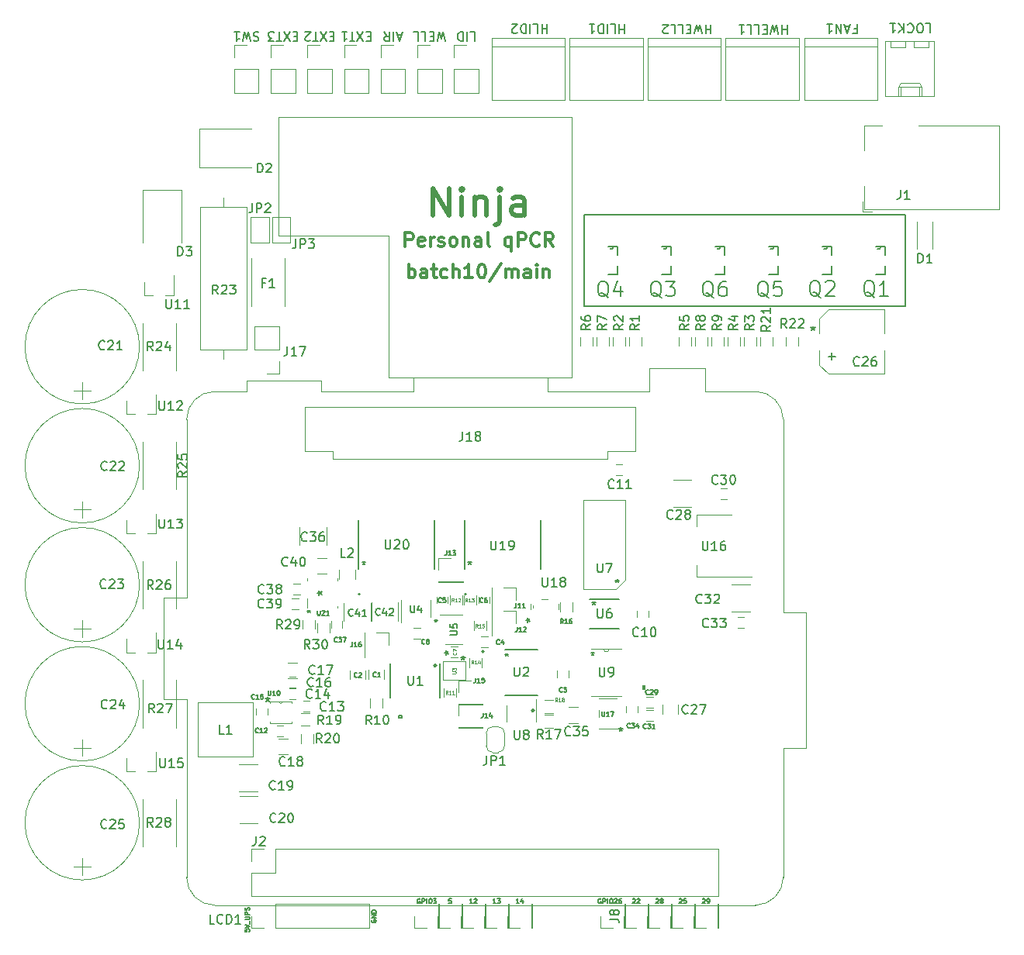
<source format=gto>
G04 #@! TF.GenerationSoftware,KiCad,Pcbnew,(5.1.6-0-10_14)*
G04 #@! TF.CreationDate,2021-09-30T17:17:06+09:00*
G04 #@! TF.ProjectId,qPCR-main,71504352-2d6d-4616-996e-2e6b69636164,rev?*
G04 #@! TF.SameCoordinates,Original*
G04 #@! TF.FileFunction,Legend,Top*
G04 #@! TF.FilePolarity,Positive*
%FSLAX46Y46*%
G04 Gerber Fmt 4.6, Leading zero omitted, Abs format (unit mm)*
G04 Created by KiCad (PCBNEW (5.1.6-0-10_14)) date 2021-09-30 17:17:06*
%MOMM*%
%LPD*%
G01*
G04 APERTURE LIST*
%ADD10C,0.127000*%
%ADD11C,0.300000*%
%ADD12C,0.500000*%
%ADD13C,0.150000*%
%ADD14C,0.120000*%
%ADD15C,0.050000*%
%ADD16C,0.200000*%
%ADD17C,0.152400*%
%ADD18C,0.100000*%
%ADD19C,0.095250*%
G04 APERTURE END LIST*
D10*
X153242952Y-146170190D02*
X153267142Y-146146000D01*
X153315523Y-146121809D01*
X153436476Y-146121809D01*
X153484857Y-146146000D01*
X153509047Y-146170190D01*
X153533238Y-146218571D01*
X153533238Y-146266952D01*
X153509047Y-146339523D01*
X153218761Y-146629809D01*
X153533238Y-146629809D01*
X153775142Y-146629809D02*
X153871904Y-146629809D01*
X153920285Y-146605619D01*
X153944476Y-146581428D01*
X153992857Y-146508857D01*
X154017047Y-146412095D01*
X154017047Y-146218571D01*
X153992857Y-146170190D01*
X153968666Y-146146000D01*
X153920285Y-146121809D01*
X153823523Y-146121809D01*
X153775142Y-146146000D01*
X153750952Y-146170190D01*
X153726761Y-146218571D01*
X153726761Y-146339523D01*
X153750952Y-146387904D01*
X153775142Y-146412095D01*
X153823523Y-146436285D01*
X153920285Y-146436285D01*
X153968666Y-146412095D01*
X153992857Y-146387904D01*
X154017047Y-146339523D01*
X150702952Y-146170190D02*
X150727142Y-146146000D01*
X150775523Y-146121809D01*
X150896476Y-146121809D01*
X150944857Y-146146000D01*
X150969047Y-146170190D01*
X150993238Y-146218571D01*
X150993238Y-146266952D01*
X150969047Y-146339523D01*
X150678761Y-146629809D01*
X150993238Y-146629809D01*
X151452857Y-146121809D02*
X151210952Y-146121809D01*
X151186761Y-146363714D01*
X151210952Y-146339523D01*
X151259333Y-146315333D01*
X151380285Y-146315333D01*
X151428666Y-146339523D01*
X151452857Y-146363714D01*
X151477047Y-146412095D01*
X151477047Y-146533047D01*
X151452857Y-146581428D01*
X151428666Y-146605619D01*
X151380285Y-146629809D01*
X151259333Y-146629809D01*
X151210952Y-146605619D01*
X151186761Y-146581428D01*
X148162952Y-146170190D02*
X148187142Y-146146000D01*
X148235523Y-146121809D01*
X148356476Y-146121809D01*
X148404857Y-146146000D01*
X148429047Y-146170190D01*
X148453238Y-146218571D01*
X148453238Y-146266952D01*
X148429047Y-146339523D01*
X148138761Y-146629809D01*
X148453238Y-146629809D01*
X148743523Y-146339523D02*
X148695142Y-146315333D01*
X148670952Y-146291142D01*
X148646761Y-146242761D01*
X148646761Y-146218571D01*
X148670952Y-146170190D01*
X148695142Y-146146000D01*
X148743523Y-146121809D01*
X148840285Y-146121809D01*
X148888666Y-146146000D01*
X148912857Y-146170190D01*
X148937047Y-146218571D01*
X148937047Y-146242761D01*
X148912857Y-146291142D01*
X148888666Y-146315333D01*
X148840285Y-146339523D01*
X148743523Y-146339523D01*
X148695142Y-146363714D01*
X148670952Y-146387904D01*
X148646761Y-146436285D01*
X148646761Y-146533047D01*
X148670952Y-146581428D01*
X148695142Y-146605619D01*
X148743523Y-146629809D01*
X148840285Y-146629809D01*
X148888666Y-146605619D01*
X148912857Y-146581428D01*
X148937047Y-146533047D01*
X148937047Y-146436285D01*
X148912857Y-146387904D01*
X148888666Y-146363714D01*
X148840285Y-146339523D01*
X145622952Y-146170190D02*
X145647142Y-146146000D01*
X145695523Y-146121809D01*
X145816476Y-146121809D01*
X145864857Y-146146000D01*
X145889047Y-146170190D01*
X145913238Y-146218571D01*
X145913238Y-146266952D01*
X145889047Y-146339523D01*
X145598761Y-146629809D01*
X145913238Y-146629809D01*
X146106761Y-146170190D02*
X146130952Y-146146000D01*
X146179333Y-146121809D01*
X146300285Y-146121809D01*
X146348666Y-146146000D01*
X146372857Y-146170190D01*
X146397047Y-146218571D01*
X146397047Y-146266952D01*
X146372857Y-146339523D01*
X146082571Y-146629809D01*
X146397047Y-146629809D01*
X142140190Y-146146000D02*
X142091809Y-146121809D01*
X142019238Y-146121809D01*
X141946666Y-146146000D01*
X141898285Y-146194380D01*
X141874095Y-146242761D01*
X141849904Y-146339523D01*
X141849904Y-146412095D01*
X141874095Y-146508857D01*
X141898285Y-146557238D01*
X141946666Y-146605619D01*
X142019238Y-146629809D01*
X142067619Y-146629809D01*
X142140190Y-146605619D01*
X142164380Y-146581428D01*
X142164380Y-146412095D01*
X142067619Y-146412095D01*
X142382095Y-146629809D02*
X142382095Y-146121809D01*
X142575619Y-146121809D01*
X142624000Y-146146000D01*
X142648190Y-146170190D01*
X142672380Y-146218571D01*
X142672380Y-146291142D01*
X142648190Y-146339523D01*
X142624000Y-146363714D01*
X142575619Y-146387904D01*
X142382095Y-146387904D01*
X142890095Y-146629809D02*
X142890095Y-146121809D01*
X143228761Y-146121809D02*
X143325523Y-146121809D01*
X143373904Y-146146000D01*
X143422285Y-146194380D01*
X143446476Y-146291142D01*
X143446476Y-146460476D01*
X143422285Y-146557238D01*
X143373904Y-146605619D01*
X143325523Y-146629809D01*
X143228761Y-146629809D01*
X143180380Y-146605619D01*
X143132000Y-146557238D01*
X143107809Y-146460476D01*
X143107809Y-146291142D01*
X143132000Y-146194380D01*
X143180380Y-146146000D01*
X143228761Y-146121809D01*
X143640000Y-146170190D02*
X143664190Y-146146000D01*
X143712571Y-146121809D01*
X143833523Y-146121809D01*
X143881904Y-146146000D01*
X143906095Y-146170190D01*
X143930285Y-146218571D01*
X143930285Y-146266952D01*
X143906095Y-146339523D01*
X143615809Y-146629809D01*
X143930285Y-146629809D01*
X144365714Y-146121809D02*
X144268952Y-146121809D01*
X144220571Y-146146000D01*
X144196380Y-146170190D01*
X144148000Y-146242761D01*
X144123809Y-146339523D01*
X144123809Y-146533047D01*
X144148000Y-146581428D01*
X144172190Y-146605619D01*
X144220571Y-146629809D01*
X144317333Y-146629809D01*
X144365714Y-146605619D01*
X144389904Y-146581428D01*
X144414095Y-146533047D01*
X144414095Y-146412095D01*
X144389904Y-146363714D01*
X144365714Y-146339523D01*
X144317333Y-146315333D01*
X144220571Y-146315333D01*
X144172190Y-146339523D01*
X144148000Y-146363714D01*
X144123809Y-146412095D01*
X133213238Y-146629809D02*
X132922952Y-146629809D01*
X133068095Y-146629809D02*
X133068095Y-146121809D01*
X133019714Y-146194380D01*
X132971333Y-146242761D01*
X132922952Y-146266952D01*
X133648666Y-146291142D02*
X133648666Y-146629809D01*
X133527714Y-146097619D02*
X133406761Y-146460476D01*
X133721238Y-146460476D01*
X130673238Y-146629809D02*
X130382952Y-146629809D01*
X130528095Y-146629809D02*
X130528095Y-146121809D01*
X130479714Y-146194380D01*
X130431333Y-146242761D01*
X130382952Y-146266952D01*
X130842571Y-146121809D02*
X131157047Y-146121809D01*
X130987714Y-146315333D01*
X131060285Y-146315333D01*
X131108666Y-146339523D01*
X131132857Y-146363714D01*
X131157047Y-146412095D01*
X131157047Y-146533047D01*
X131132857Y-146581428D01*
X131108666Y-146605619D01*
X131060285Y-146629809D01*
X130915142Y-146629809D01*
X130866761Y-146605619D01*
X130842571Y-146581428D01*
X128133238Y-146629809D02*
X127842952Y-146629809D01*
X127988095Y-146629809D02*
X127988095Y-146121809D01*
X127939714Y-146194380D01*
X127891333Y-146242761D01*
X127842952Y-146266952D01*
X128326761Y-146170190D02*
X128350952Y-146146000D01*
X128399333Y-146121809D01*
X128520285Y-146121809D01*
X128568666Y-146146000D01*
X128592857Y-146170190D01*
X128617047Y-146218571D01*
X128617047Y-146266952D01*
X128592857Y-146339523D01*
X128302571Y-146629809D01*
X128617047Y-146629809D01*
X125810952Y-146121809D02*
X125569047Y-146121809D01*
X125544857Y-146363714D01*
X125569047Y-146339523D01*
X125617428Y-146315333D01*
X125738380Y-146315333D01*
X125786761Y-146339523D01*
X125810952Y-146363714D01*
X125835142Y-146412095D01*
X125835142Y-146533047D01*
X125810952Y-146581428D01*
X125786761Y-146605619D01*
X125738380Y-146629809D01*
X125617428Y-146629809D01*
X125569047Y-146605619D01*
X125544857Y-146581428D01*
X122400095Y-146146000D02*
X122351714Y-146121809D01*
X122279142Y-146121809D01*
X122206571Y-146146000D01*
X122158190Y-146194380D01*
X122134000Y-146242761D01*
X122109809Y-146339523D01*
X122109809Y-146412095D01*
X122134000Y-146508857D01*
X122158190Y-146557238D01*
X122206571Y-146605619D01*
X122279142Y-146629809D01*
X122327523Y-146629809D01*
X122400095Y-146605619D01*
X122424285Y-146581428D01*
X122424285Y-146412095D01*
X122327523Y-146412095D01*
X122642000Y-146629809D02*
X122642000Y-146121809D01*
X122835523Y-146121809D01*
X122883904Y-146146000D01*
X122908095Y-146170190D01*
X122932285Y-146218571D01*
X122932285Y-146291142D01*
X122908095Y-146339523D01*
X122883904Y-146363714D01*
X122835523Y-146387904D01*
X122642000Y-146387904D01*
X123150000Y-146629809D02*
X123150000Y-146121809D01*
X123488666Y-146121809D02*
X123585428Y-146121809D01*
X123633809Y-146146000D01*
X123682190Y-146194380D01*
X123706380Y-146291142D01*
X123706380Y-146460476D01*
X123682190Y-146557238D01*
X123633809Y-146605619D01*
X123585428Y-146629809D01*
X123488666Y-146629809D01*
X123440285Y-146605619D01*
X123391904Y-146557238D01*
X123367714Y-146460476D01*
X123367714Y-146291142D01*
X123391904Y-146194380D01*
X123440285Y-146146000D01*
X123488666Y-146121809D01*
X123875714Y-146121809D02*
X124190190Y-146121809D01*
X124020857Y-146315333D01*
X124093428Y-146315333D01*
X124141809Y-146339523D01*
X124166000Y-146363714D01*
X124190190Y-146412095D01*
X124190190Y-146533047D01*
X124166000Y-146581428D01*
X124141809Y-146605619D01*
X124093428Y-146629809D01*
X123948285Y-146629809D01*
X123899904Y-146605619D01*
X123875714Y-146581428D01*
X103291809Y-149452285D02*
X103291809Y-149694190D01*
X103533714Y-149718380D01*
X103509523Y-149694190D01*
X103485333Y-149645809D01*
X103485333Y-149524857D01*
X103509523Y-149476476D01*
X103533714Y-149452285D01*
X103582095Y-149428095D01*
X103703047Y-149428095D01*
X103751428Y-149452285D01*
X103775619Y-149476476D01*
X103799809Y-149524857D01*
X103799809Y-149645809D01*
X103775619Y-149694190D01*
X103751428Y-149718380D01*
X103291809Y-149282952D02*
X103799809Y-149113619D01*
X103291809Y-148944285D01*
X103848190Y-148895904D02*
X103848190Y-148508857D01*
X103291809Y-148387904D02*
X103703047Y-148387904D01*
X103751428Y-148363714D01*
X103775619Y-148339523D01*
X103799809Y-148291142D01*
X103799809Y-148194380D01*
X103775619Y-148146000D01*
X103751428Y-148121809D01*
X103703047Y-148097619D01*
X103291809Y-148097619D01*
X103799809Y-147855714D02*
X103291809Y-147855714D01*
X103291809Y-147662190D01*
X103316000Y-147613809D01*
X103340190Y-147589619D01*
X103388571Y-147565428D01*
X103461142Y-147565428D01*
X103509523Y-147589619D01*
X103533714Y-147613809D01*
X103557904Y-147662190D01*
X103557904Y-147855714D01*
X103775619Y-147371904D02*
X103799809Y-147299333D01*
X103799809Y-147178380D01*
X103775619Y-147130000D01*
X103751428Y-147105809D01*
X103703047Y-147081619D01*
X103654666Y-147081619D01*
X103606285Y-147105809D01*
X103582095Y-147130000D01*
X103557904Y-147178380D01*
X103533714Y-147275142D01*
X103509523Y-147323523D01*
X103485333Y-147347714D01*
X103436952Y-147371904D01*
X103388571Y-147371904D01*
X103340190Y-147347714D01*
X103316000Y-147323523D01*
X103291809Y-147275142D01*
X103291809Y-147154190D01*
X103316000Y-147081619D01*
X117126000Y-148437047D02*
X117101809Y-148485428D01*
X117101809Y-148558000D01*
X117126000Y-148630571D01*
X117174380Y-148678952D01*
X117222761Y-148703142D01*
X117319523Y-148727333D01*
X117392095Y-148727333D01*
X117488857Y-148703142D01*
X117537238Y-148678952D01*
X117585619Y-148630571D01*
X117609809Y-148558000D01*
X117609809Y-148509619D01*
X117585619Y-148437047D01*
X117561428Y-148412857D01*
X117392095Y-148412857D01*
X117392095Y-148509619D01*
X117609809Y-148195142D02*
X117101809Y-148195142D01*
X117609809Y-147904857D01*
X117101809Y-147904857D01*
X117609809Y-147662952D02*
X117101809Y-147662952D01*
X117101809Y-147542000D01*
X117126000Y-147469428D01*
X117174380Y-147421047D01*
X117222761Y-147396857D01*
X117319523Y-147372666D01*
X117392095Y-147372666D01*
X117488857Y-147396857D01*
X117537238Y-147421047D01*
X117585619Y-147469428D01*
X117609809Y-147542000D01*
X117609809Y-147662952D01*
X134730000Y-125382714D02*
X134730000Y-125564142D01*
X134548571Y-125491571D02*
X134730000Y-125564142D01*
X134911428Y-125491571D01*
X134621142Y-125709285D02*
X134730000Y-125564142D01*
X134838857Y-125709285D01*
X124170000Y-115562714D02*
X124170000Y-115744142D01*
X123988571Y-115671571D02*
X124170000Y-115744142D01*
X124351428Y-115671571D01*
X124061142Y-115889285D02*
X124170000Y-115744142D01*
X124278857Y-115889285D01*
X110300000Y-114552714D02*
X110300000Y-114734142D01*
X110118571Y-114661571D02*
X110300000Y-114734142D01*
X110481428Y-114661571D01*
X110191142Y-114879285D02*
X110300000Y-114734142D01*
X110408857Y-114879285D01*
X116290000Y-109272714D02*
X116290000Y-109454142D01*
X116108571Y-109381571D02*
X116290000Y-109454142D01*
X116471428Y-109381571D01*
X116181142Y-109599285D02*
X116290000Y-109454142D01*
X116398857Y-109599285D01*
X127840000Y-109262714D02*
X127840000Y-109444142D01*
X127658571Y-109371571D02*
X127840000Y-109444142D01*
X128021428Y-109371571D01*
X127731142Y-109589285D02*
X127840000Y-109444142D01*
X127948857Y-109589285D01*
X141390000Y-113662714D02*
X141390000Y-113844142D01*
X141208571Y-113771571D02*
X141390000Y-113844142D01*
X141571428Y-113771571D01*
X141281142Y-113989285D02*
X141390000Y-113844142D01*
X141498857Y-113989285D01*
X143930000Y-111222714D02*
X143930000Y-111404142D01*
X143748571Y-111331571D02*
X143930000Y-111404142D01*
X144111428Y-111331571D01*
X143821142Y-111549285D02*
X143930000Y-111404142D01*
X144038857Y-111549285D01*
X141260000Y-119142714D02*
X141260000Y-119324142D01*
X141078571Y-119251571D02*
X141260000Y-119324142D01*
X141441428Y-119251571D01*
X141151142Y-119469285D02*
X141260000Y-119324142D01*
X141368857Y-119469285D01*
X131890000Y-119292714D02*
X131890000Y-119474142D01*
X131708571Y-119401571D02*
X131890000Y-119474142D01*
X132071428Y-119401571D01*
X131781142Y-119619285D02*
X131890000Y-119474142D01*
X131998857Y-119619285D01*
X124070000Y-120462714D02*
X124070000Y-120644142D01*
X123888571Y-120571571D02*
X124070000Y-120644142D01*
X124251428Y-120571571D01*
X123961142Y-120789285D02*
X124070000Y-120644142D01*
X124178857Y-120789285D01*
D11*
X121161428Y-78308571D02*
X121161428Y-76808571D01*
X121161428Y-77380000D02*
X121304285Y-77308571D01*
X121590000Y-77308571D01*
X121732857Y-77380000D01*
X121804285Y-77451428D01*
X121875714Y-77594285D01*
X121875714Y-78022857D01*
X121804285Y-78165714D01*
X121732857Y-78237142D01*
X121590000Y-78308571D01*
X121304285Y-78308571D01*
X121161428Y-78237142D01*
X123161428Y-78308571D02*
X123161428Y-77522857D01*
X123090000Y-77380000D01*
X122947142Y-77308571D01*
X122661428Y-77308571D01*
X122518571Y-77380000D01*
X123161428Y-78237142D02*
X123018571Y-78308571D01*
X122661428Y-78308571D01*
X122518571Y-78237142D01*
X122447142Y-78094285D01*
X122447142Y-77951428D01*
X122518571Y-77808571D01*
X122661428Y-77737142D01*
X123018571Y-77737142D01*
X123161428Y-77665714D01*
X123661428Y-77308571D02*
X124232857Y-77308571D01*
X123875714Y-76808571D02*
X123875714Y-78094285D01*
X123947142Y-78237142D01*
X124090000Y-78308571D01*
X124232857Y-78308571D01*
X125375714Y-78237142D02*
X125232857Y-78308571D01*
X124947142Y-78308571D01*
X124804285Y-78237142D01*
X124732857Y-78165714D01*
X124661428Y-78022857D01*
X124661428Y-77594285D01*
X124732857Y-77451428D01*
X124804285Y-77380000D01*
X124947142Y-77308571D01*
X125232857Y-77308571D01*
X125375714Y-77380000D01*
X126018571Y-78308571D02*
X126018571Y-76808571D01*
X126661428Y-78308571D02*
X126661428Y-77522857D01*
X126590000Y-77380000D01*
X126447142Y-77308571D01*
X126232857Y-77308571D01*
X126090000Y-77380000D01*
X126018571Y-77451428D01*
X128161428Y-78308571D02*
X127304285Y-78308571D01*
X127732857Y-78308571D02*
X127732857Y-76808571D01*
X127590000Y-77022857D01*
X127447142Y-77165714D01*
X127304285Y-77237142D01*
X129090000Y-76808571D02*
X129232857Y-76808571D01*
X129375714Y-76880000D01*
X129447142Y-76951428D01*
X129518571Y-77094285D01*
X129590000Y-77380000D01*
X129590000Y-77737142D01*
X129518571Y-78022857D01*
X129447142Y-78165714D01*
X129375714Y-78237142D01*
X129232857Y-78308571D01*
X129090000Y-78308571D01*
X128947142Y-78237142D01*
X128875714Y-78165714D01*
X128804285Y-78022857D01*
X128732857Y-77737142D01*
X128732857Y-77380000D01*
X128804285Y-77094285D01*
X128875714Y-76951428D01*
X128947142Y-76880000D01*
X129090000Y-76808571D01*
X131304285Y-76737142D02*
X130018571Y-78665714D01*
X131804285Y-78308571D02*
X131804285Y-77308571D01*
X131804285Y-77451428D02*
X131875714Y-77380000D01*
X132018571Y-77308571D01*
X132232857Y-77308571D01*
X132375714Y-77380000D01*
X132447142Y-77522857D01*
X132447142Y-78308571D01*
X132447142Y-77522857D02*
X132518571Y-77380000D01*
X132661428Y-77308571D01*
X132875714Y-77308571D01*
X133018571Y-77380000D01*
X133090000Y-77522857D01*
X133090000Y-78308571D01*
X134447142Y-78308571D02*
X134447142Y-77522857D01*
X134375714Y-77380000D01*
X134232857Y-77308571D01*
X133947142Y-77308571D01*
X133804285Y-77380000D01*
X134447142Y-78237142D02*
X134304285Y-78308571D01*
X133947142Y-78308571D01*
X133804285Y-78237142D01*
X133732857Y-78094285D01*
X133732857Y-77951428D01*
X133804285Y-77808571D01*
X133947142Y-77737142D01*
X134304285Y-77737142D01*
X134447142Y-77665714D01*
X135161428Y-78308571D02*
X135161428Y-77308571D01*
X135161428Y-76808571D02*
X135090000Y-76880000D01*
X135161428Y-76951428D01*
X135232857Y-76880000D01*
X135161428Y-76808571D01*
X135161428Y-76951428D01*
X135875714Y-77308571D02*
X135875714Y-78308571D01*
X135875714Y-77451428D02*
X135947142Y-77380000D01*
X136090000Y-77308571D01*
X136304285Y-77308571D01*
X136447142Y-77380000D01*
X136518571Y-77522857D01*
X136518571Y-78308571D01*
X120804285Y-74868571D02*
X120804285Y-73368571D01*
X121375714Y-73368571D01*
X121518571Y-73440000D01*
X121590000Y-73511428D01*
X121661428Y-73654285D01*
X121661428Y-73868571D01*
X121590000Y-74011428D01*
X121518571Y-74082857D01*
X121375714Y-74154285D01*
X120804285Y-74154285D01*
X122875714Y-74797142D02*
X122732857Y-74868571D01*
X122447142Y-74868571D01*
X122304285Y-74797142D01*
X122232857Y-74654285D01*
X122232857Y-74082857D01*
X122304285Y-73940000D01*
X122447142Y-73868571D01*
X122732857Y-73868571D01*
X122875714Y-73940000D01*
X122947142Y-74082857D01*
X122947142Y-74225714D01*
X122232857Y-74368571D01*
X123590000Y-74868571D02*
X123590000Y-73868571D01*
X123590000Y-74154285D02*
X123661428Y-74011428D01*
X123732857Y-73940000D01*
X123875714Y-73868571D01*
X124018571Y-73868571D01*
X124447142Y-74797142D02*
X124590000Y-74868571D01*
X124875714Y-74868571D01*
X125018571Y-74797142D01*
X125090000Y-74654285D01*
X125090000Y-74582857D01*
X125018571Y-74440000D01*
X124875714Y-74368571D01*
X124661428Y-74368571D01*
X124518571Y-74297142D01*
X124447142Y-74154285D01*
X124447142Y-74082857D01*
X124518571Y-73940000D01*
X124661428Y-73868571D01*
X124875714Y-73868571D01*
X125018571Y-73940000D01*
X125947142Y-74868571D02*
X125804285Y-74797142D01*
X125732857Y-74725714D01*
X125661428Y-74582857D01*
X125661428Y-74154285D01*
X125732857Y-74011428D01*
X125804285Y-73940000D01*
X125947142Y-73868571D01*
X126161428Y-73868571D01*
X126304285Y-73940000D01*
X126375714Y-74011428D01*
X126447142Y-74154285D01*
X126447142Y-74582857D01*
X126375714Y-74725714D01*
X126304285Y-74797142D01*
X126161428Y-74868571D01*
X125947142Y-74868571D01*
X127090000Y-73868571D02*
X127090000Y-74868571D01*
X127090000Y-74011428D02*
X127161428Y-73940000D01*
X127304285Y-73868571D01*
X127518571Y-73868571D01*
X127661428Y-73940000D01*
X127732857Y-74082857D01*
X127732857Y-74868571D01*
X129090000Y-74868571D02*
X129090000Y-74082857D01*
X129018571Y-73940000D01*
X128875714Y-73868571D01*
X128590000Y-73868571D01*
X128447142Y-73940000D01*
X129090000Y-74797142D02*
X128947142Y-74868571D01*
X128590000Y-74868571D01*
X128447142Y-74797142D01*
X128375714Y-74654285D01*
X128375714Y-74511428D01*
X128447142Y-74368571D01*
X128590000Y-74297142D01*
X128947142Y-74297142D01*
X129090000Y-74225714D01*
X130018571Y-74868571D02*
X129875714Y-74797142D01*
X129804285Y-74654285D01*
X129804285Y-73368571D01*
X132375714Y-73868571D02*
X132375714Y-75368571D01*
X132375714Y-74797142D02*
X132232857Y-74868571D01*
X131947142Y-74868571D01*
X131804285Y-74797142D01*
X131732857Y-74725714D01*
X131661428Y-74582857D01*
X131661428Y-74154285D01*
X131732857Y-74011428D01*
X131804285Y-73940000D01*
X131947142Y-73868571D01*
X132232857Y-73868571D01*
X132375714Y-73940000D01*
X133090000Y-74868571D02*
X133090000Y-73368571D01*
X133661428Y-73368571D01*
X133804285Y-73440000D01*
X133875714Y-73511428D01*
X133947142Y-73654285D01*
X133947142Y-73868571D01*
X133875714Y-74011428D01*
X133804285Y-74082857D01*
X133661428Y-74154285D01*
X133090000Y-74154285D01*
X135447142Y-74725714D02*
X135375714Y-74797142D01*
X135161428Y-74868571D01*
X135018571Y-74868571D01*
X134804285Y-74797142D01*
X134661428Y-74654285D01*
X134590000Y-74511428D01*
X134518571Y-74225714D01*
X134518571Y-74011428D01*
X134590000Y-73725714D01*
X134661428Y-73582857D01*
X134804285Y-73440000D01*
X135018571Y-73368571D01*
X135161428Y-73368571D01*
X135375714Y-73440000D01*
X135447142Y-73511428D01*
X136947142Y-74868571D02*
X136447142Y-74154285D01*
X136090000Y-74868571D02*
X136090000Y-73368571D01*
X136661428Y-73368571D01*
X136804285Y-73440000D01*
X136875714Y-73511428D01*
X136947142Y-73654285D01*
X136947142Y-73868571D01*
X136875714Y-74011428D01*
X136804285Y-74082857D01*
X136661428Y-74154285D01*
X136090000Y-74154285D01*
D12*
X123840000Y-71497142D02*
X123840000Y-68497142D01*
X125554285Y-71497142D01*
X125554285Y-68497142D01*
X126982857Y-71497142D02*
X126982857Y-69497142D01*
X126982857Y-68497142D02*
X126840000Y-68640000D01*
X126982857Y-68782857D01*
X127125714Y-68640000D01*
X126982857Y-68497142D01*
X126982857Y-68782857D01*
X128411428Y-69497142D02*
X128411428Y-71497142D01*
X128411428Y-69782857D02*
X128554285Y-69640000D01*
X128840000Y-69497142D01*
X129268571Y-69497142D01*
X129554285Y-69640000D01*
X129697142Y-69925714D01*
X129697142Y-71497142D01*
X131125714Y-69497142D02*
X131125714Y-72068571D01*
X130982857Y-72354285D01*
X130697142Y-72497142D01*
X130554285Y-72497142D01*
X131125714Y-68497142D02*
X130982857Y-68640000D01*
X131125714Y-68782857D01*
X131268571Y-68640000D01*
X131125714Y-68497142D01*
X131125714Y-68782857D01*
X133840000Y-71497142D02*
X133840000Y-69925714D01*
X133697142Y-69640000D01*
X133411428Y-69497142D01*
X132840000Y-69497142D01*
X132554285Y-69640000D01*
X133840000Y-71354285D02*
X133554285Y-71497142D01*
X132840000Y-71497142D01*
X132554285Y-71354285D01*
X132411428Y-71068571D01*
X132411428Y-70782857D01*
X132554285Y-70497142D01*
X132840000Y-70354285D01*
X133554285Y-70354285D01*
X133840000Y-70211428D01*
D13*
X140350000Y-81400000D02*
X140350000Y-71400000D01*
X175350000Y-81400000D02*
X140350000Y-81400000D01*
X175350000Y-71400000D02*
X175350000Y-81400000D01*
X140350000Y-71400000D02*
X175350000Y-71400000D01*
D14*
X110140001Y-111330000D02*
X110140001Y-111130001D01*
X113439999Y-111330000D02*
X113439999Y-111130001D01*
X113439999Y-114329999D02*
X113439999Y-114130000D01*
X110140001Y-114329999D02*
X110140001Y-113279999D01*
X106038900Y-126931100D02*
X108401100Y-126931100D01*
X108401100Y-126931100D02*
X108401100Y-126758441D01*
X108401100Y-124568900D02*
X106038900Y-124568900D01*
X106038900Y-124568900D02*
X106038900Y-124741559D01*
X106038900Y-126758441D02*
X106038900Y-126931100D01*
X108401100Y-124741559D02*
X108401100Y-124568900D01*
D15*
X107395683Y-124695900D02*
G75*
G02*
X107044317Y-124695900I-175683J0D01*
G01*
D14*
X105750000Y-125300000D02*
X105750000Y-126000000D01*
X104550000Y-126000000D02*
X104550000Y-125300000D01*
X108000000Y-128630000D02*
X107000000Y-128630000D01*
X107000000Y-130330000D02*
X108000000Y-130330000D01*
X102650000Y-134390000D02*
X104650000Y-134390000D01*
X104650000Y-131430000D02*
X102650000Y-131430000D01*
X106780000Y-127200000D02*
X107480000Y-127200000D01*
X107480000Y-128400000D02*
X106780000Y-128400000D01*
X107000000Y-60710000D02*
X107000000Y-73710000D01*
X107000000Y-73710000D02*
X119000000Y-73710000D01*
X119000000Y-89210000D02*
X119000000Y-73710000D01*
X139000000Y-89210000D02*
X139000000Y-60710000D01*
X107000000Y-60710000D02*
X139000000Y-60710000D01*
X119000000Y-89210000D02*
X139000000Y-89210000D01*
X153560000Y-90710000D02*
X159000000Y-90710000D01*
X153560000Y-88210000D02*
X153560000Y-90710000D01*
X147440000Y-88210000D02*
X153560000Y-88210000D01*
X147440000Y-90710000D02*
X147440000Y-88210000D01*
X136310000Y-90710000D02*
X147440000Y-90710000D01*
X136310000Y-89210000D02*
X136310000Y-90710000D01*
X121690000Y-89210000D02*
X136310000Y-89210000D01*
X121690000Y-90710000D02*
X121690000Y-89210000D01*
X111660000Y-90710000D02*
X121690000Y-90710000D01*
X111660000Y-89510000D02*
X111660000Y-90710000D01*
X103540000Y-89510000D02*
X111660000Y-89510000D01*
X103540000Y-90710000D02*
X103540000Y-89510000D01*
X100000000Y-90710000D02*
X103540000Y-90710000D01*
X94440000Y-113210000D02*
X94440000Y-124330000D01*
X94440000Y-124330000D02*
X96940000Y-124330000D01*
X96940000Y-113210000D02*
X94440000Y-113210000D01*
X96940000Y-93770000D02*
X96940000Y-113210000D01*
X159000000Y-146830000D02*
X100000000Y-146830000D01*
X96940000Y-143770000D02*
X96940000Y-124330000D01*
X154960000Y-145870000D02*
X154960000Y-140670000D01*
X106640000Y-140670000D02*
X154960000Y-140670000D01*
X104040000Y-140670000D02*
X105370000Y-140670000D01*
X104040000Y-142000000D02*
X104040000Y-140670000D01*
X106640000Y-143270000D02*
X106640000Y-140670000D01*
X104040000Y-143270000D02*
X106640000Y-143270000D01*
X104040000Y-145870000D02*
X104040000Y-143270000D01*
X104040000Y-145870000D02*
X154960000Y-145870000D01*
X162060000Y-143770000D02*
X162060000Y-129680000D01*
X162060000Y-129680000D02*
X164560000Y-129680000D01*
X164560000Y-129680000D02*
X164560000Y-114860000D01*
X164560000Y-114860000D02*
X162060000Y-114860000D01*
X162060000Y-114860000D02*
X162060000Y-93770000D01*
X162060000Y-93770000D02*
G75*
G03*
X159000000Y-90710000I-3060000J0D01*
G01*
X96940000Y-143770000D02*
G75*
G03*
X100000000Y-146830000I3060000J0D01*
G01*
X100000000Y-90710000D02*
G75*
G03*
X96940000Y-93770000I0J-3060000D01*
G01*
X162060000Y-143770000D02*
G75*
G02*
X159000000Y-146830000I-3060000J0D01*
G01*
D10*
X135235000Y-123900000D02*
X131705000Y-123900000D01*
X131705000Y-118900000D02*
X135235000Y-118900000D01*
D16*
X129380000Y-119125000D02*
G75*
G03*
X129380000Y-119125000I-100000J0D01*
G01*
D14*
X119000000Y-117070000D02*
X119000000Y-118400000D01*
X117670000Y-117070000D02*
X119000000Y-117070000D01*
X116400000Y-117070000D02*
X116400000Y-119730000D01*
X116400000Y-119730000D02*
X116340000Y-119730000D01*
X116400000Y-117070000D02*
X116340000Y-117070000D01*
X116340000Y-117070000D02*
X116340000Y-119730000D01*
X107030000Y-88770000D02*
X105700000Y-88770000D01*
X107030000Y-87440000D02*
X107030000Y-88770000D01*
X107030000Y-86170000D02*
X104370000Y-86170000D01*
X104370000Y-86170000D02*
X104370000Y-83570000D01*
X107030000Y-86170000D02*
X107030000Y-83570000D01*
X107030000Y-83570000D02*
X104370000Y-83570000D01*
D17*
X120435499Y-126120000D02*
X120435499Y-126374000D01*
X120054499Y-126120000D02*
X120435499Y-126120000D01*
X120054499Y-126374000D02*
X120054499Y-126120000D01*
X120435499Y-126374000D02*
X120054499Y-126374000D01*
X124549700Y-124149424D02*
X124549700Y-120470576D01*
X119190300Y-120470576D02*
X119190300Y-124149424D01*
D14*
X116980000Y-125270000D02*
X116980000Y-124270000D01*
X118340000Y-124270000D02*
X118340000Y-125270000D01*
X129140000Y-119820000D02*
X129140000Y-120820000D01*
X127780000Y-120820000D02*
X127780000Y-119820000D01*
X125800000Y-118540000D02*
X126500000Y-118540000D01*
X126500000Y-119740000D02*
X125800000Y-119740000D01*
X127400000Y-120190000D02*
X127400000Y-122190000D01*
X124900000Y-120190000D02*
X127400000Y-120190000D01*
X124900000Y-122190000D02*
X124900000Y-120190000D01*
X127400000Y-122190000D02*
X124900000Y-122190000D01*
X114790000Y-121160000D02*
X114790000Y-122160000D01*
X116490000Y-122160000D02*
X116490000Y-121160000D01*
D10*
X123965000Y-110080000D02*
X123965000Y-104780000D01*
X115695000Y-110080000D02*
X115695000Y-104780000D01*
D16*
X115875000Y-112835000D02*
G75*
G03*
X115875000Y-112835000I-100000J0D01*
G01*
D14*
X144780000Y-102580000D02*
X144780000Y-111280000D01*
X140280000Y-102580000D02*
X144780000Y-102580000D01*
X140280000Y-112280000D02*
X140280000Y-102580000D01*
X143780000Y-112280000D02*
X140280000Y-112280000D01*
X144780000Y-111280000D02*
X143780000Y-112280000D01*
D17*
X144157000Y-113373000D02*
X140903000Y-113373000D01*
X140903000Y-116627000D02*
X144157000Y-116627000D01*
D14*
X172340000Y-58900000D02*
X164340000Y-58900000D01*
X164340000Y-58900000D02*
X164340000Y-52100000D01*
X164340000Y-52100000D02*
X172340000Y-52100000D01*
X172340000Y-52100000D02*
X172340000Y-58900000D01*
X164340000Y-53000000D02*
X172340000Y-53000000D01*
X138750000Y-53000000D02*
X146750000Y-53000000D01*
X146750000Y-52100000D02*
X146750000Y-58900000D01*
X138750000Y-52100000D02*
X146750000Y-52100000D01*
X138750000Y-58900000D02*
X138750000Y-52100000D01*
X146750000Y-58900000D02*
X138750000Y-58900000D01*
X130250000Y-53000000D02*
X138250000Y-53000000D01*
X138250000Y-52100000D02*
X138250000Y-58900000D01*
X130250000Y-52100000D02*
X138250000Y-52100000D01*
X130250000Y-58900000D02*
X130250000Y-52100000D01*
X138250000Y-58900000D02*
X130250000Y-58900000D01*
X163750000Y-58900000D02*
X155750000Y-58900000D01*
X155750000Y-58900000D02*
X155750000Y-52100000D01*
X155750000Y-52100000D02*
X163750000Y-52100000D01*
X163750000Y-52100000D02*
X163750000Y-58900000D01*
X155750000Y-53000000D02*
X163750000Y-53000000D01*
X147250000Y-53000000D02*
X155250000Y-53000000D01*
X155250000Y-52100000D02*
X155250000Y-58900000D01*
X147250000Y-52100000D02*
X155250000Y-52100000D01*
X147250000Y-58900000D02*
X147250000Y-52100000D01*
X155250000Y-58900000D02*
X147250000Y-58900000D01*
X170729000Y-70000000D02*
X170729000Y-71050000D01*
X171779000Y-71050000D02*
X170729000Y-71050000D01*
X176829000Y-61650000D02*
X185629000Y-61650000D01*
X185629000Y-61650000D02*
X185629000Y-70850000D01*
X170929000Y-64350000D02*
X170929000Y-61650000D01*
X170929000Y-61650000D02*
X172829000Y-61650000D01*
X185629000Y-70850000D02*
X170929000Y-70850000D01*
X170929000Y-70850000D02*
X170929000Y-68250000D01*
X121820000Y-149330000D02*
X121820000Y-148000000D01*
X123150000Y-149330000D02*
X121820000Y-149330000D01*
X124420000Y-149330000D02*
X124420000Y-146670000D01*
X124420000Y-146670000D02*
X124480000Y-146670000D01*
X124420000Y-149330000D02*
X124480000Y-149330000D01*
X124480000Y-149330000D02*
X124480000Y-146670000D01*
X124360000Y-149330000D02*
X124360000Y-148000000D01*
X125690000Y-149330000D02*
X124360000Y-149330000D01*
X126960000Y-149330000D02*
X126960000Y-146670000D01*
X126960000Y-146670000D02*
X127020000Y-146670000D01*
X126960000Y-149330000D02*
X127020000Y-149330000D01*
X127020000Y-149330000D02*
X127020000Y-146670000D01*
X129560000Y-149330000D02*
X129560000Y-146670000D01*
X129500000Y-149330000D02*
X129560000Y-149330000D01*
X129500000Y-146670000D02*
X129560000Y-146670000D01*
X129500000Y-149330000D02*
X129500000Y-146670000D01*
X128230000Y-149330000D02*
X126900000Y-149330000D01*
X126900000Y-149330000D02*
X126900000Y-148000000D01*
X129440000Y-149330000D02*
X129440000Y-148000000D01*
X130770000Y-149330000D02*
X129440000Y-149330000D01*
X132040000Y-149330000D02*
X132040000Y-146670000D01*
X132040000Y-146670000D02*
X132100000Y-146670000D01*
X132040000Y-149330000D02*
X132100000Y-149330000D01*
X132100000Y-149330000D02*
X132100000Y-146670000D01*
X134640000Y-149330000D02*
X134640000Y-146670000D01*
X134580000Y-149330000D02*
X134640000Y-149330000D01*
X134580000Y-146670000D02*
X134640000Y-146670000D01*
X134580000Y-149330000D02*
X134580000Y-146670000D01*
X133310000Y-149330000D02*
X131980000Y-149330000D01*
X131980000Y-149330000D02*
X131980000Y-148000000D01*
X147340000Y-149330000D02*
X147340000Y-146670000D01*
X147280000Y-149330000D02*
X147340000Y-149330000D01*
X147280000Y-146670000D02*
X147340000Y-146670000D01*
X147280000Y-149330000D02*
X147280000Y-146670000D01*
X146010000Y-149330000D02*
X144680000Y-149330000D01*
X144680000Y-149330000D02*
X144680000Y-148000000D01*
X142140000Y-149330000D02*
X142140000Y-148000000D01*
X143470000Y-149330000D02*
X142140000Y-149330000D01*
X144740000Y-149330000D02*
X144740000Y-146670000D01*
X144740000Y-146670000D02*
X144800000Y-146670000D01*
X144740000Y-149330000D02*
X144800000Y-149330000D01*
X144800000Y-149330000D02*
X144800000Y-146670000D01*
X149880000Y-149330000D02*
X149880000Y-146670000D01*
X149820000Y-149330000D02*
X149880000Y-149330000D01*
X149820000Y-146670000D02*
X149880000Y-146670000D01*
X149820000Y-149330000D02*
X149820000Y-146670000D01*
X148550000Y-149330000D02*
X147220000Y-149330000D01*
X147220000Y-149330000D02*
X147220000Y-148000000D01*
X129640000Y-129430000D02*
X129640000Y-128030000D01*
X130340000Y-127330000D02*
X130940000Y-127330000D01*
X131640000Y-128030000D02*
X131640000Y-129430000D01*
X130940000Y-130130000D02*
X130340000Y-130130000D01*
X129640000Y-128030000D02*
G75*
G02*
X130340000Y-127330000I700000J0D01*
G01*
X130940000Y-127330000D02*
G75*
G02*
X131640000Y-128030000I0J-700000D01*
G01*
X131640000Y-129430000D02*
G75*
G02*
X130940000Y-130130000I-700000J0D01*
G01*
X130340000Y-130130000D02*
G75*
G02*
X129640000Y-129430000I0J700000D01*
G01*
X173220000Y-52480000D02*
X173220000Y-58480000D01*
X173220000Y-58480000D02*
X178500000Y-58480000D01*
X178500000Y-58480000D02*
X178500000Y-52480000D01*
X178500000Y-52480000D02*
X173220000Y-52480000D01*
X174590000Y-58480000D02*
X174590000Y-57480000D01*
X174590000Y-57480000D02*
X177130000Y-57480000D01*
X177130000Y-57480000D02*
X177130000Y-58480000D01*
X174590000Y-57480000D02*
X174840000Y-57050000D01*
X174840000Y-57050000D02*
X176880000Y-57050000D01*
X176880000Y-57050000D02*
X177130000Y-57480000D01*
X174840000Y-58480000D02*
X174840000Y-57480000D01*
X176880000Y-58480000D02*
X176880000Y-57480000D01*
X173790000Y-52480000D02*
X173790000Y-53100000D01*
X173790000Y-53100000D02*
X175390000Y-53100000D01*
X175390000Y-53100000D02*
X175390000Y-52480000D01*
X176330000Y-52480000D02*
X176330000Y-53100000D01*
X176330000Y-53100000D02*
X177930000Y-53100000D01*
X177930000Y-53100000D02*
X177930000Y-52480000D01*
D17*
X172738132Y-74876000D02*
X172153932Y-74876000D01*
X173144532Y-74876000D02*
X172738132Y-74876000D01*
X173144532Y-77924000D02*
X173144532Y-77009600D01*
X172153932Y-77924000D02*
X173144532Y-77924000D01*
X173144532Y-75790400D02*
X173144532Y-74876000D01*
X172738132Y-74876000D02*
G75*
G02*
X172331732Y-75155400I-301019J2582D01*
G01*
X166904799Y-74876000D02*
X166320599Y-74876000D01*
X167311199Y-74876000D02*
X166904799Y-74876000D01*
X167311199Y-77924000D02*
X167311199Y-77009600D01*
X166320599Y-77924000D02*
X167311199Y-77924000D01*
X167311199Y-75790400D02*
X167311199Y-74876000D01*
X166904799Y-74876000D02*
G75*
G02*
X166498399Y-75155400I-301019J2582D01*
G01*
X149811200Y-75790400D02*
X149811200Y-74876000D01*
X148820600Y-77924000D02*
X149811200Y-77924000D01*
X149811200Y-77924000D02*
X149811200Y-77009600D01*
X149811200Y-74876000D02*
X149404800Y-74876000D01*
X149404800Y-74876000D02*
X148820600Y-74876000D01*
X149404800Y-74876000D02*
G75*
G02*
X148998400Y-75155400I-301019J2582D01*
G01*
X143571467Y-74876000D02*
X142987267Y-74876000D01*
X143977867Y-74876000D02*
X143571467Y-74876000D01*
X143977867Y-77924000D02*
X143977867Y-77009600D01*
X142987267Y-77924000D02*
X143977867Y-77924000D01*
X143977867Y-75790400D02*
X143977867Y-74876000D01*
X143571467Y-74876000D02*
G75*
G02*
X143165067Y-75155400I-301019J2582D01*
G01*
X161477866Y-75790400D02*
X161477866Y-74876000D01*
X160487266Y-77924000D02*
X161477866Y-77924000D01*
X161477866Y-77924000D02*
X161477866Y-77009600D01*
X161477866Y-74876000D02*
X161071466Y-74876000D01*
X161071466Y-74876000D02*
X160487266Y-74876000D01*
X161071466Y-74876000D02*
G75*
G02*
X160665066Y-75155400I-301019J2582D01*
G01*
X155644533Y-75790400D02*
X155644533Y-74876000D01*
X154653933Y-77924000D02*
X155644533Y-77924000D01*
X155644533Y-77924000D02*
X155644533Y-77009600D01*
X155644533Y-74876000D02*
X155238133Y-74876000D01*
X155238133Y-74876000D02*
X154653933Y-74876000D01*
X155238133Y-74876000D02*
G75*
G02*
X154831733Y-75155400I-301019J2582D01*
G01*
D14*
X102135500Y-58100000D02*
X104795500Y-58100000D01*
X102135500Y-55500000D02*
X102135500Y-58100000D01*
X104795500Y-55500000D02*
X104795500Y-58100000D01*
X102135500Y-55500000D02*
X104795500Y-55500000D01*
X102135500Y-54230000D02*
X102135500Y-52900000D01*
X102135500Y-52900000D02*
X103465500Y-52900000D01*
X118135500Y-52900000D02*
X119465500Y-52900000D01*
X118135500Y-54230000D02*
X118135500Y-52900000D01*
X118135500Y-55500000D02*
X120795500Y-55500000D01*
X120795500Y-55500000D02*
X120795500Y-58100000D01*
X118135500Y-55500000D02*
X118135500Y-58100000D01*
X118135500Y-58100000D02*
X120795500Y-58100000D01*
X114135500Y-52900000D02*
X115465500Y-52900000D01*
X114135500Y-54230000D02*
X114135500Y-52900000D01*
X114135500Y-55500000D02*
X116795500Y-55500000D01*
X116795500Y-55500000D02*
X116795500Y-58100000D01*
X114135500Y-55500000D02*
X114135500Y-58100000D01*
X114135500Y-58100000D02*
X116795500Y-58100000D01*
X110135500Y-58100000D02*
X112795500Y-58100000D01*
X110135500Y-55500000D02*
X110135500Y-58100000D01*
X112795500Y-55500000D02*
X112795500Y-58100000D01*
X110135500Y-55500000D02*
X112795500Y-55500000D01*
X110135500Y-54230000D02*
X110135500Y-52900000D01*
X110135500Y-52900000D02*
X111465500Y-52900000D01*
X106135500Y-58100000D02*
X108795500Y-58100000D01*
X106135500Y-55500000D02*
X106135500Y-58100000D01*
X108795500Y-55500000D02*
X108795500Y-58100000D01*
X106135500Y-55500000D02*
X108795500Y-55500000D01*
X106135500Y-54230000D02*
X106135500Y-52900000D01*
X106135500Y-52900000D02*
X107465500Y-52900000D01*
X126135500Y-52900000D02*
X127465500Y-52900000D01*
X126135500Y-54230000D02*
X126135500Y-52900000D01*
X126135500Y-55500000D02*
X128795500Y-55500000D01*
X128795500Y-55500000D02*
X128795500Y-58100000D01*
X126135500Y-55500000D02*
X126135500Y-58100000D01*
X126135500Y-58100000D02*
X128795500Y-58100000D01*
X122135500Y-52900000D02*
X123465500Y-52900000D01*
X122135500Y-54230000D02*
X122135500Y-52900000D01*
X122135500Y-55500000D02*
X124795500Y-55500000D01*
X124795500Y-55500000D02*
X124795500Y-58100000D01*
X122135500Y-55500000D02*
X122135500Y-58100000D01*
X122135500Y-58100000D02*
X124795500Y-58100000D01*
X123590000Y-115320000D02*
X123590000Y-113520000D01*
X120370000Y-113520000D02*
X120370000Y-115970000D01*
X127010000Y-115100000D02*
X124560000Y-115100000D01*
X125210000Y-118320000D02*
X127010000Y-118320000D01*
X131860000Y-124980000D02*
X131860000Y-126780000D01*
X135080000Y-126780000D02*
X135080000Y-124330000D01*
D18*
G36*
X146925600Y-122834501D02*
G01*
X146925600Y-123215501D01*
X146671600Y-123215501D01*
X146671600Y-122834501D01*
X146925600Y-122834501D01*
G37*
X146925600Y-122834501D02*
X146925600Y-123215501D01*
X146671600Y-123215501D01*
X146671600Y-122834501D01*
X146925600Y-122834501D01*
D14*
X144423811Y-118847300D02*
X141096189Y-118847300D01*
X141096189Y-123952700D02*
X144423811Y-123952700D01*
X142455200Y-118847300D02*
G75*
G03*
X143064800Y-118847300I304800J0D01*
G01*
X92356000Y-80210000D02*
X93286000Y-80210000D01*
X95516000Y-80210000D02*
X94586000Y-80210000D01*
X95516000Y-80210000D02*
X95516000Y-78050000D01*
X92356000Y-80210000D02*
X92356000Y-78750000D01*
X90396000Y-93210000D02*
X90396000Y-91750000D01*
X93556000Y-93210000D02*
X93556000Y-91050000D01*
X93556000Y-93210000D02*
X92626000Y-93210000D01*
X90396000Y-93210000D02*
X91326000Y-93210000D01*
X90396000Y-106210000D02*
X91326000Y-106210000D01*
X93556000Y-106210000D02*
X92626000Y-106210000D01*
X93556000Y-106210000D02*
X93556000Y-104050000D01*
X90396000Y-106210000D02*
X90396000Y-104750000D01*
X90396000Y-119210000D02*
X90396000Y-117750000D01*
X93556000Y-119210000D02*
X93556000Y-117050000D01*
X93556000Y-119210000D02*
X92626000Y-119210000D01*
X90396000Y-119210000D02*
X91326000Y-119210000D01*
X90396000Y-132210000D02*
X91326000Y-132210000D01*
X93556000Y-132210000D02*
X92626000Y-132210000D01*
X93556000Y-132210000D02*
X93556000Y-130050000D01*
X90396000Y-132210000D02*
X90396000Y-130750000D01*
X152640000Y-104150000D02*
X152640000Y-105410000D01*
X152640000Y-110970000D02*
X152640000Y-109710000D01*
X156400000Y-104150000D02*
X152640000Y-104150000D01*
X158650000Y-110970000D02*
X152640000Y-110970000D01*
X116860000Y-149330000D02*
X116860000Y-146670000D01*
X106640000Y-149330000D02*
X116860000Y-149330000D01*
X106640000Y-146670000D02*
X116860000Y-146670000D01*
X106640000Y-149330000D02*
X106640000Y-146670000D01*
X105370000Y-149330000D02*
X104040000Y-149330000D01*
X104040000Y-149330000D02*
X104040000Y-148000000D01*
X142880000Y-98055000D02*
X112880000Y-98055000D01*
X145880000Y-92405000D02*
X109880000Y-92405000D01*
X145880000Y-92405000D02*
X145880000Y-97255000D01*
X109880000Y-92405000D02*
X109880000Y-97255000D01*
X145880000Y-97255000D02*
X142880000Y-97255000D01*
X109880000Y-97255000D02*
X112880000Y-97255000D01*
X142880000Y-97255000D02*
X142880000Y-98055000D01*
X112880000Y-97255000D02*
X112880000Y-98055000D01*
D16*
X127475000Y-112835000D02*
G75*
G03*
X127475000Y-112835000I-100000J0D01*
G01*
D10*
X127295000Y-110080000D02*
X127295000Y-104780000D01*
X135565000Y-110080000D02*
X135565000Y-104780000D01*
D14*
X130230000Y-112174000D02*
X130230000Y-114834000D01*
X130290000Y-112174000D02*
X130230000Y-112174000D01*
X130290000Y-114834000D02*
X130230000Y-114834000D01*
X130290000Y-112174000D02*
X130290000Y-114834000D01*
X131560000Y-112174000D02*
X132890000Y-112174000D01*
X132890000Y-112174000D02*
X132890000Y-113504000D01*
X130230000Y-114714000D02*
X130230000Y-117374000D01*
X130290000Y-114714000D02*
X130230000Y-114714000D01*
X130290000Y-117374000D02*
X130230000Y-117374000D01*
X130290000Y-114714000D02*
X130290000Y-117374000D01*
X131560000Y-114714000D02*
X132890000Y-114714000D01*
X132890000Y-114714000D02*
X132890000Y-116044000D01*
X124430000Y-108880000D02*
X125760000Y-108880000D01*
X124430000Y-110210000D02*
X124430000Y-108880000D01*
X124430000Y-111480000D02*
X127090000Y-111480000D01*
X127090000Y-111480000D02*
X127090000Y-111540000D01*
X124430000Y-111480000D02*
X124430000Y-111540000D01*
X124430000Y-111540000D02*
X127090000Y-111540000D01*
X84646000Y-90620000D02*
X86446000Y-90620000D01*
X85546000Y-91520000D02*
X85546000Y-89720000D01*
X91796000Y-85820000D02*
G75*
G03*
X91796000Y-85820000I-6250000J0D01*
G01*
X91796000Y-98820000D02*
G75*
G03*
X91796000Y-98820000I-6250000J0D01*
G01*
X85546000Y-104520000D02*
X85546000Y-102720000D01*
X84646000Y-103620000D02*
X86446000Y-103620000D01*
X84646000Y-116620000D02*
X86446000Y-116620000D01*
X85546000Y-117520000D02*
X85546000Y-115720000D01*
X91796000Y-111820000D02*
G75*
G03*
X91796000Y-111820000I-6250000J0D01*
G01*
X84646000Y-129620000D02*
X86446000Y-129620000D01*
X85546000Y-130520000D02*
X85546000Y-128720000D01*
X91796000Y-124820000D02*
G75*
G03*
X91796000Y-124820000I-6250000J0D01*
G01*
X91796000Y-137820000D02*
G75*
G03*
X91796000Y-137820000I-6250000J0D01*
G01*
X85546000Y-143520000D02*
X85546000Y-141720000D01*
X84646000Y-142620000D02*
X86446000Y-142620000D01*
X141922100Y-127556400D02*
X143877900Y-127556400D01*
X141922100Y-125514240D02*
X141922100Y-126245760D01*
X143877900Y-124203600D02*
X141922100Y-124203600D01*
X149760000Y-149330000D02*
X149760000Y-148000000D01*
X151090000Y-149330000D02*
X149760000Y-149330000D01*
X152360000Y-149330000D02*
X152360000Y-146670000D01*
X152360000Y-146670000D02*
X152420000Y-146670000D01*
X152360000Y-149330000D02*
X152420000Y-149330000D01*
X152420000Y-149330000D02*
X152420000Y-146670000D01*
X154960000Y-149330000D02*
X154960000Y-146670000D01*
X154900000Y-149330000D02*
X154960000Y-149330000D01*
X154900000Y-146670000D02*
X154960000Y-146670000D01*
X154900000Y-149330000D02*
X154900000Y-146670000D01*
X153630000Y-149330000D02*
X152300000Y-149330000D01*
X152300000Y-149330000D02*
X152300000Y-148000000D01*
X166009400Y-82739400D02*
X167009400Y-81739400D01*
X166009400Y-87800600D02*
X167009400Y-88800600D01*
X167009400Y-88800600D02*
X173070600Y-88800600D01*
X173070600Y-88800600D02*
X173070600Y-86212340D01*
X173070600Y-81739400D02*
X167009400Y-81739400D01*
X166009400Y-82739400D02*
X166009400Y-84327660D01*
X166009400Y-86212340D02*
X166009400Y-87800600D01*
X173070600Y-84327660D02*
X173070600Y-81739400D01*
X98200000Y-130630000D02*
X98200000Y-124630000D01*
X104200000Y-130630000D02*
X98200000Y-130630000D01*
X104200000Y-124630000D02*
X104200000Y-130630000D01*
X98200000Y-124630000D02*
X104200000Y-124630000D01*
X118510000Y-122140000D02*
X118510000Y-121140000D01*
X116810000Y-121140000D02*
X116810000Y-122140000D01*
X138600000Y-121230000D02*
X138600000Y-121930000D01*
X137400000Y-121930000D02*
X137400000Y-121230000D01*
X129790000Y-118680000D02*
X129090000Y-118680000D01*
X129090000Y-117480000D02*
X129790000Y-117480000D01*
X124220000Y-113830000D02*
X124220000Y-113130000D01*
X125420000Y-113130000D02*
X125420000Y-113830000D01*
X129992000Y-113130000D02*
X129992000Y-113830000D01*
X128792000Y-113830000D02*
X128792000Y-113130000D01*
X122440000Y-117760000D02*
X121740000Y-117760000D01*
X121740000Y-116560000D02*
X122440000Y-116560000D01*
X146120000Y-115350000D02*
X146120000Y-114650000D01*
X147320000Y-114650000D02*
X147320000Y-115350000D01*
X144480000Y-99850000D02*
X143780000Y-99850000D01*
X143780000Y-98650000D02*
X144480000Y-98650000D01*
X110390000Y-125710000D02*
X109690000Y-125710000D01*
X109690000Y-124510000D02*
X110390000Y-124510000D01*
X108158000Y-123104000D02*
X108858000Y-123104000D01*
X108858000Y-124304000D02*
X108158000Y-124304000D01*
X108158000Y-121834000D02*
X108858000Y-121834000D01*
X108858000Y-123034000D02*
X108158000Y-123034000D01*
X108008000Y-122014000D02*
X109008000Y-122014000D01*
X109008000Y-120314000D02*
X108008000Y-120314000D01*
X104710000Y-134950000D02*
X102710000Y-134950000D01*
X102710000Y-137910000D02*
X104710000Y-137910000D01*
X150610000Y-125960000D02*
X150610000Y-124960000D01*
X148910000Y-124960000D02*
X148910000Y-125960000D01*
X150050000Y-103360000D02*
X152050000Y-103360000D01*
X152050000Y-100400000D02*
X150050000Y-100400000D01*
X147830000Y-125240000D02*
X147130000Y-125240000D01*
X147130000Y-124040000D02*
X147830000Y-124040000D01*
X155900000Y-102480000D02*
X155200000Y-102480000D01*
X155200000Y-101280000D02*
X155900000Y-101280000D01*
X147830000Y-126730000D02*
X147130000Y-126730000D01*
X147130000Y-125530000D02*
X147830000Y-125530000D01*
X156450000Y-114760000D02*
X158450000Y-114760000D01*
X158450000Y-111800000D02*
X156450000Y-111800000D01*
X157060000Y-115360000D02*
X157760000Y-115360000D01*
X157760000Y-116560000D02*
X157060000Y-116560000D01*
X144940000Y-125800000D02*
X144940000Y-125100000D01*
X146140000Y-125100000D02*
X146140000Y-125800000D01*
X138660000Y-126910000D02*
X139660000Y-126910000D01*
X139660000Y-125210000D02*
X138660000Y-125210000D01*
X109240000Y-105500000D02*
X109240000Y-107500000D01*
X112200000Y-107500000D02*
X112200000Y-105500000D01*
X112730000Y-116510000D02*
X112730000Y-115810000D01*
X113930000Y-115810000D02*
X113930000Y-116510000D01*
X109310000Y-112870000D02*
X108610000Y-112870000D01*
X108610000Y-111670000D02*
X109310000Y-111670000D01*
X108440000Y-113290000D02*
X109140000Y-113290000D01*
X109140000Y-114490000D02*
X108440000Y-114490000D01*
X112200000Y-108940000D02*
X111200000Y-108940000D01*
X111200000Y-110640000D02*
X112200000Y-110640000D01*
X114080000Y-113810000D02*
X114080000Y-115810000D01*
X117040000Y-115810000D02*
X117040000Y-113810000D01*
X120050000Y-115770000D02*
X120050000Y-113770000D01*
X117090000Y-113770000D02*
X117090000Y-115770000D01*
X98320000Y-61980000D02*
X98320000Y-66280000D01*
X98320000Y-66280000D02*
X104020000Y-66280000D01*
X98320000Y-61980000D02*
X104020000Y-61980000D01*
X96420000Y-68740000D02*
X96420000Y-74440000D01*
X92120000Y-68740000D02*
X92120000Y-74440000D01*
X96420000Y-68740000D02*
X92120000Y-68740000D01*
X113610000Y-110180000D02*
X113610000Y-111180000D01*
X115310000Y-111180000D02*
X115310000Y-110180000D01*
X145216000Y-85750000D02*
X145216000Y-84750000D01*
X146576000Y-84750000D02*
X146576000Y-85750000D01*
X144798000Y-84750000D02*
X144798000Y-85750000D01*
X143438000Y-85750000D02*
X143438000Y-84750000D01*
X157742000Y-85750000D02*
X157742000Y-84750000D01*
X159102000Y-84750000D02*
X159102000Y-85750000D01*
X157324000Y-84750000D02*
X157324000Y-85750000D01*
X155964000Y-85750000D02*
X155964000Y-84750000D01*
X150630000Y-85750000D02*
X150630000Y-84750000D01*
X151990000Y-84750000D02*
X151990000Y-85750000D01*
X141242000Y-84750000D02*
X141242000Y-85750000D01*
X139882000Y-85750000D02*
X139882000Y-84750000D01*
X143020000Y-84750000D02*
X143020000Y-85750000D01*
X141660000Y-85750000D02*
X141660000Y-84750000D01*
X153768000Y-84750000D02*
X153768000Y-85750000D01*
X152408000Y-85750000D02*
X152408000Y-84750000D01*
X155546000Y-84750000D02*
X155546000Y-85750000D01*
X154186000Y-85750000D02*
X154186000Y-84750000D01*
X124970000Y-124100000D02*
X124970000Y-123100000D01*
X126330000Y-123100000D02*
X126330000Y-124100000D01*
X127024000Y-112980000D02*
X127024000Y-113980000D01*
X125664000Y-113980000D02*
X125664000Y-112980000D01*
X127188000Y-113980000D02*
X127188000Y-112980000D01*
X128548000Y-112980000D02*
X128548000Y-113980000D01*
X129640000Y-115800000D02*
X129640000Y-116800000D01*
X128280000Y-116800000D02*
X128280000Y-115800000D01*
X137700000Y-114738000D02*
X137700000Y-113738000D01*
X139060000Y-113738000D02*
X139060000Y-114738000D01*
X136970000Y-127420000D02*
X135970000Y-127420000D01*
X135970000Y-126060000D02*
X136970000Y-126060000D01*
X136970000Y-125810000D02*
X135970000Y-125810000D01*
X135970000Y-124450000D02*
X136970000Y-124450000D01*
X110390000Y-127240000D02*
X109390000Y-127240000D01*
X109390000Y-125880000D02*
X110390000Y-125880000D01*
X110760000Y-128150000D02*
X110760000Y-129150000D01*
X109400000Y-129150000D02*
X109400000Y-128150000D01*
X160880000Y-84750000D02*
X160880000Y-85750000D01*
X159520000Y-85750000D02*
X159520000Y-84750000D01*
X163730000Y-84750000D02*
X163730000Y-85750000D01*
X162370000Y-85750000D02*
X162370000Y-84750000D01*
X95756000Y-83220000D02*
X95756000Y-88420000D01*
X92116000Y-88420000D02*
X92116000Y-83220000D01*
X92116000Y-101420000D02*
X92116000Y-96220000D01*
X95756000Y-96220000D02*
X95756000Y-101420000D01*
X95756000Y-109220000D02*
X95756000Y-114420000D01*
X92116000Y-114420000D02*
X92116000Y-109220000D01*
X92116000Y-127420000D02*
X92116000Y-122220000D01*
X95756000Y-122220000D02*
X95756000Y-127420000D01*
X95756000Y-135220000D02*
X95756000Y-140420000D01*
X92116000Y-140420000D02*
X92116000Y-135220000D01*
X110980000Y-115660000D02*
X110980000Y-116660000D01*
X109620000Y-116660000D02*
X109620000Y-115660000D01*
X111180000Y-117060000D02*
X111180000Y-116060000D01*
X112540000Y-116060000D02*
X112540000Y-117060000D01*
X178335500Y-75153200D02*
X178335500Y-72206800D01*
X176684500Y-72206800D02*
X176684500Y-75153200D01*
X100950000Y-69570000D02*
X100950000Y-70540000D01*
X100950000Y-87130000D02*
X100950000Y-86160000D01*
X98390000Y-70540000D02*
X98390000Y-86160000D01*
X103510000Y-70540000D02*
X98390000Y-70540000D01*
X103510000Y-86160000D02*
X103510000Y-70540000D01*
X98390000Y-86160000D02*
X103510000Y-86160000D01*
X134466000Y-113935484D02*
X134466000Y-114540516D01*
X136327861Y-113361700D02*
X135652139Y-113361700D01*
X137514000Y-114540516D02*
X137514000Y-113935484D01*
X134744047Y-114113128D02*
G75*
G02*
X134744047Y-114362872I-278047J-124872D01*
G01*
X126600000Y-127456000D02*
X129260000Y-127456000D01*
X126600000Y-127396000D02*
X126600000Y-127456000D01*
X129260000Y-127396000D02*
X129260000Y-127456000D01*
X126600000Y-127396000D02*
X129260000Y-127396000D01*
X126600000Y-126126000D02*
X126600000Y-124796000D01*
X126600000Y-124796000D02*
X127930000Y-124796000D01*
X126600000Y-122256000D02*
X127930000Y-122256000D01*
X126600000Y-123586000D02*
X126600000Y-122256000D01*
X126600000Y-124856000D02*
X129260000Y-124856000D01*
X129260000Y-124856000D02*
X129260000Y-124916000D01*
X126600000Y-124856000D02*
X126600000Y-124916000D01*
X126600000Y-124916000D02*
X129260000Y-124916000D01*
X104000000Y-81360000D02*
X104000000Y-76160000D01*
X107640000Y-76160000D02*
X107640000Y-81360000D01*
X103960000Y-71650000D02*
X105960000Y-71650000D01*
X103960000Y-74450000D02*
X103960000Y-71650000D01*
X105960000Y-74450000D02*
X103960000Y-74450000D01*
X105960000Y-71650000D02*
X105960000Y-74450000D01*
X108250000Y-71650000D02*
X108250000Y-74450000D01*
X108250000Y-74450000D02*
X106250000Y-74450000D01*
X106250000Y-74450000D02*
X106250000Y-71650000D01*
X106250000Y-71650000D02*
X108250000Y-71650000D01*
D10*
X111231047Y-114641809D02*
X111231047Y-115053047D01*
X111255238Y-115101428D01*
X111279428Y-115125619D01*
X111327809Y-115149809D01*
X111424571Y-115149809D01*
X111472952Y-115125619D01*
X111497142Y-115101428D01*
X111521333Y-115053047D01*
X111521333Y-114641809D01*
X111739047Y-114690190D02*
X111763238Y-114666000D01*
X111811619Y-114641809D01*
X111932571Y-114641809D01*
X111980952Y-114666000D01*
X112005142Y-114690190D01*
X112029333Y-114738571D01*
X112029333Y-114786952D01*
X112005142Y-114859523D01*
X111714857Y-115149809D01*
X112029333Y-115149809D01*
X112513142Y-115149809D02*
X112222857Y-115149809D01*
X112368000Y-115149809D02*
X112368000Y-114641809D01*
X112319619Y-114714380D01*
X112271238Y-114762761D01*
X112222857Y-114786952D01*
D13*
X111242380Y-112730000D02*
X111480476Y-112730000D01*
X111385238Y-112968095D02*
X111480476Y-112730000D01*
X111385238Y-112491904D01*
X111670952Y-112872857D02*
X111480476Y-112730000D01*
X111670952Y-112587142D01*
D10*
X105831047Y-123391809D02*
X105831047Y-123803047D01*
X105855238Y-123851428D01*
X105879428Y-123875619D01*
X105927809Y-123899809D01*
X106024571Y-123899809D01*
X106072952Y-123875619D01*
X106097142Y-123851428D01*
X106121333Y-123803047D01*
X106121333Y-123391809D01*
X106629333Y-123899809D02*
X106339047Y-123899809D01*
X106484190Y-123899809D02*
X106484190Y-123391809D01*
X106435809Y-123464380D01*
X106387428Y-123512761D01*
X106339047Y-123536952D01*
X106943809Y-123391809D02*
X106992190Y-123391809D01*
X107040571Y-123416000D01*
X107064761Y-123440190D01*
X107088952Y-123488571D01*
X107113142Y-123585333D01*
X107113142Y-123706285D01*
X107088952Y-123803047D01*
X107064761Y-123851428D01*
X107040571Y-123875619D01*
X106992190Y-123899809D01*
X106943809Y-123899809D01*
X106895428Y-123875619D01*
X106871238Y-123851428D01*
X106847047Y-123803047D01*
X106822857Y-123706285D01*
X106822857Y-123585333D01*
X106847047Y-123488571D01*
X106871238Y-123440190D01*
X106895428Y-123416000D01*
X106943809Y-123391809D01*
D13*
X105780000Y-124112380D02*
X105780000Y-124350476D01*
X105541904Y-124255238D02*
X105780000Y-124350476D01*
X106018095Y-124255238D01*
X105637142Y-124540952D02*
X105780000Y-124350476D01*
X105922857Y-124540952D01*
D10*
X104343428Y-124251428D02*
X104319238Y-124275619D01*
X104246666Y-124299809D01*
X104198285Y-124299809D01*
X104125714Y-124275619D01*
X104077333Y-124227238D01*
X104053142Y-124178857D01*
X104028952Y-124082095D01*
X104028952Y-124009523D01*
X104053142Y-123912761D01*
X104077333Y-123864380D01*
X104125714Y-123816000D01*
X104198285Y-123791809D01*
X104246666Y-123791809D01*
X104319238Y-123816000D01*
X104343428Y-123840190D01*
X104827238Y-124299809D02*
X104536952Y-124299809D01*
X104682095Y-124299809D02*
X104682095Y-123791809D01*
X104633714Y-123864380D01*
X104585333Y-123912761D01*
X104536952Y-123936952D01*
X105286857Y-123791809D02*
X105044952Y-123791809D01*
X105020761Y-124033714D01*
X105044952Y-124009523D01*
X105093333Y-123985333D01*
X105214285Y-123985333D01*
X105262666Y-124009523D01*
X105286857Y-124033714D01*
X105311047Y-124082095D01*
X105311047Y-124203047D01*
X105286857Y-124251428D01*
X105262666Y-124275619D01*
X105214285Y-124299809D01*
X105093333Y-124299809D01*
X105044952Y-124275619D01*
X105020761Y-124251428D01*
D13*
X107677142Y-131517142D02*
X107629523Y-131564761D01*
X107486666Y-131612380D01*
X107391428Y-131612380D01*
X107248571Y-131564761D01*
X107153333Y-131469523D01*
X107105714Y-131374285D01*
X107058095Y-131183809D01*
X107058095Y-131040952D01*
X107105714Y-130850476D01*
X107153333Y-130755238D01*
X107248571Y-130660000D01*
X107391428Y-130612380D01*
X107486666Y-130612380D01*
X107629523Y-130660000D01*
X107677142Y-130707619D01*
X108629523Y-131612380D02*
X108058095Y-131612380D01*
X108343809Y-131612380D02*
X108343809Y-130612380D01*
X108248571Y-130755238D01*
X108153333Y-130850476D01*
X108058095Y-130898095D01*
X109200952Y-131040952D02*
X109105714Y-130993333D01*
X109058095Y-130945714D01*
X109010476Y-130850476D01*
X109010476Y-130802857D01*
X109058095Y-130707619D01*
X109105714Y-130660000D01*
X109200952Y-130612380D01*
X109391428Y-130612380D01*
X109486666Y-130660000D01*
X109534285Y-130707619D01*
X109581904Y-130802857D01*
X109581904Y-130850476D01*
X109534285Y-130945714D01*
X109486666Y-130993333D01*
X109391428Y-131040952D01*
X109200952Y-131040952D01*
X109105714Y-131088571D01*
X109058095Y-131136190D01*
X109010476Y-131231428D01*
X109010476Y-131421904D01*
X109058095Y-131517142D01*
X109105714Y-131564761D01*
X109200952Y-131612380D01*
X109391428Y-131612380D01*
X109486666Y-131564761D01*
X109534285Y-131517142D01*
X109581904Y-131421904D01*
X109581904Y-131231428D01*
X109534285Y-131136190D01*
X109486666Y-131088571D01*
X109391428Y-131040952D01*
X106607142Y-134137142D02*
X106559523Y-134184761D01*
X106416666Y-134232380D01*
X106321428Y-134232380D01*
X106178571Y-134184761D01*
X106083333Y-134089523D01*
X106035714Y-133994285D01*
X105988095Y-133803809D01*
X105988095Y-133660952D01*
X106035714Y-133470476D01*
X106083333Y-133375238D01*
X106178571Y-133280000D01*
X106321428Y-133232380D01*
X106416666Y-133232380D01*
X106559523Y-133280000D01*
X106607142Y-133327619D01*
X107559523Y-134232380D02*
X106988095Y-134232380D01*
X107273809Y-134232380D02*
X107273809Y-133232380D01*
X107178571Y-133375238D01*
X107083333Y-133470476D01*
X106988095Y-133518095D01*
X108035714Y-134232380D02*
X108226190Y-134232380D01*
X108321428Y-134184761D01*
X108369047Y-134137142D01*
X108464285Y-133994285D01*
X108511904Y-133803809D01*
X108511904Y-133422857D01*
X108464285Y-133327619D01*
X108416666Y-133280000D01*
X108321428Y-133232380D01*
X108130952Y-133232380D01*
X108035714Y-133280000D01*
X107988095Y-133327619D01*
X107940476Y-133422857D01*
X107940476Y-133660952D01*
X107988095Y-133756190D01*
X108035714Y-133803809D01*
X108130952Y-133851428D01*
X108321428Y-133851428D01*
X108416666Y-133803809D01*
X108464285Y-133756190D01*
X108511904Y-133660952D01*
D10*
X104773428Y-127951428D02*
X104749238Y-127975619D01*
X104676666Y-127999809D01*
X104628285Y-127999809D01*
X104555714Y-127975619D01*
X104507333Y-127927238D01*
X104483142Y-127878857D01*
X104458952Y-127782095D01*
X104458952Y-127709523D01*
X104483142Y-127612761D01*
X104507333Y-127564380D01*
X104555714Y-127516000D01*
X104628285Y-127491809D01*
X104676666Y-127491809D01*
X104749238Y-127516000D01*
X104773428Y-127540190D01*
X105257238Y-127999809D02*
X104966952Y-127999809D01*
X105112095Y-127999809D02*
X105112095Y-127491809D01*
X105063714Y-127564380D01*
X105015333Y-127612761D01*
X104966952Y-127636952D01*
X105450761Y-127540190D02*
X105474952Y-127516000D01*
X105523333Y-127491809D01*
X105644285Y-127491809D01*
X105692666Y-127516000D01*
X105716857Y-127540190D01*
X105741047Y-127588571D01*
X105741047Y-127636952D01*
X105716857Y-127709523D01*
X105426571Y-127999809D01*
X105741047Y-127999809D01*
D13*
X104506666Y-139312380D02*
X104506666Y-140026666D01*
X104459047Y-140169523D01*
X104363809Y-140264761D01*
X104220952Y-140312380D01*
X104125714Y-140312380D01*
X104935238Y-139407619D02*
X104982857Y-139360000D01*
X105078095Y-139312380D01*
X105316190Y-139312380D01*
X105411428Y-139360000D01*
X105459047Y-139407619D01*
X105506666Y-139502857D01*
X105506666Y-139598095D01*
X105459047Y-139740952D01*
X104887619Y-140312380D01*
X105506666Y-140312380D01*
X132688095Y-120822380D02*
X132688095Y-121631904D01*
X132735714Y-121727142D01*
X132783333Y-121774761D01*
X132878571Y-121822380D01*
X133069047Y-121822380D01*
X133164285Y-121774761D01*
X133211904Y-121727142D01*
X133259523Y-121631904D01*
X133259523Y-120822380D01*
X133688095Y-120917619D02*
X133735714Y-120870000D01*
X133830952Y-120822380D01*
X134069047Y-120822380D01*
X134164285Y-120870000D01*
X134211904Y-120917619D01*
X134259523Y-121012857D01*
X134259523Y-121108095D01*
X134211904Y-121250952D01*
X133640476Y-121822380D01*
X134259523Y-121822380D01*
D10*
X115008761Y-118091809D02*
X115008761Y-118454666D01*
X114984571Y-118527238D01*
X114936190Y-118575619D01*
X114863619Y-118599809D01*
X114815238Y-118599809D01*
X115516761Y-118599809D02*
X115226476Y-118599809D01*
X115371619Y-118599809D02*
X115371619Y-118091809D01*
X115323238Y-118164380D01*
X115274857Y-118212761D01*
X115226476Y-118236952D01*
X115952190Y-118091809D02*
X115855428Y-118091809D01*
X115807047Y-118116000D01*
X115782857Y-118140190D01*
X115734476Y-118212761D01*
X115710285Y-118309523D01*
X115710285Y-118503047D01*
X115734476Y-118551428D01*
X115758666Y-118575619D01*
X115807047Y-118599809D01*
X115903809Y-118599809D01*
X115952190Y-118575619D01*
X115976380Y-118551428D01*
X116000571Y-118503047D01*
X116000571Y-118382095D01*
X115976380Y-118333714D01*
X115952190Y-118309523D01*
X115903809Y-118285333D01*
X115807047Y-118285333D01*
X115758666Y-118309523D01*
X115734476Y-118333714D01*
X115710285Y-118382095D01*
D13*
X107940476Y-85802380D02*
X107940476Y-86516666D01*
X107892857Y-86659523D01*
X107797619Y-86754761D01*
X107654761Y-86802380D01*
X107559523Y-86802380D01*
X108940476Y-86802380D02*
X108369047Y-86802380D01*
X108654761Y-86802380D02*
X108654761Y-85802380D01*
X108559523Y-85945238D01*
X108464285Y-86040476D01*
X108369047Y-86088095D01*
X109273809Y-85802380D02*
X109940476Y-85802380D01*
X109511904Y-86802380D01*
X121108095Y-121762380D02*
X121108095Y-122571904D01*
X121155714Y-122667142D01*
X121203333Y-122714761D01*
X121298571Y-122762380D01*
X121489047Y-122762380D01*
X121584285Y-122714761D01*
X121631904Y-122667142D01*
X121679523Y-122571904D01*
X121679523Y-121762380D01*
X122679523Y-122762380D02*
X122108095Y-122762380D01*
X122393809Y-122762380D02*
X122393809Y-121762380D01*
X122298571Y-121905238D01*
X122203333Y-122000476D01*
X122108095Y-122048095D01*
X125095981Y-119236600D02*
X125334077Y-119236600D01*
X125238839Y-119474695D02*
X125334077Y-119236600D01*
X125238839Y-118998504D01*
X125524553Y-119379457D02*
X125334077Y-119236600D01*
X125524553Y-119093742D01*
X125095981Y-119236600D02*
X125334077Y-119236600D01*
X125238839Y-119474695D02*
X125334077Y-119236600D01*
X125238839Y-118998504D01*
X125524553Y-119379457D02*
X125334077Y-119236600D01*
X125524553Y-119093742D01*
X117087142Y-127072380D02*
X116753809Y-126596190D01*
X116515714Y-127072380D02*
X116515714Y-126072380D01*
X116896666Y-126072380D01*
X116991904Y-126120000D01*
X117039523Y-126167619D01*
X117087142Y-126262857D01*
X117087142Y-126405714D01*
X117039523Y-126500952D01*
X116991904Y-126548571D01*
X116896666Y-126596190D01*
X116515714Y-126596190D01*
X118039523Y-127072380D02*
X117468095Y-127072380D01*
X117753809Y-127072380D02*
X117753809Y-126072380D01*
X117658571Y-126215238D01*
X117563333Y-126310476D01*
X117468095Y-126358095D01*
X118658571Y-126072380D02*
X118753809Y-126072380D01*
X118849047Y-126120000D01*
X118896666Y-126167619D01*
X118944285Y-126262857D01*
X118991904Y-126453333D01*
X118991904Y-126691428D01*
X118944285Y-126881904D01*
X118896666Y-126977142D01*
X118849047Y-127024761D01*
X118753809Y-127072380D01*
X118658571Y-127072380D01*
X118563333Y-127024761D01*
X118515714Y-126977142D01*
X118468095Y-126881904D01*
X118420476Y-126691428D01*
X118420476Y-126453333D01*
X118468095Y-126262857D01*
X118515714Y-126167619D01*
X118563333Y-126120000D01*
X118658571Y-126072380D01*
D19*
X128255071Y-120472357D02*
X128128071Y-120290928D01*
X128037357Y-120472357D02*
X128037357Y-120091357D01*
X128182500Y-120091357D01*
X128218785Y-120109500D01*
X128236928Y-120127642D01*
X128255071Y-120163928D01*
X128255071Y-120218357D01*
X128236928Y-120254642D01*
X128218785Y-120272785D01*
X128182500Y-120290928D01*
X128037357Y-120290928D01*
X128617928Y-120472357D02*
X128400214Y-120472357D01*
X128509071Y-120472357D02*
X128509071Y-120091357D01*
X128472785Y-120145785D01*
X128436500Y-120182071D01*
X128400214Y-120200214D01*
X128944500Y-120218357D02*
X128944500Y-120472357D01*
X128853785Y-120073214D02*
X128763071Y-120345357D01*
X128998928Y-120345357D01*
X126346071Y-119223500D02*
X126364214Y-119241642D01*
X126382357Y-119296071D01*
X126382357Y-119332357D01*
X126364214Y-119386785D01*
X126327928Y-119423071D01*
X126291642Y-119441214D01*
X126219071Y-119459357D01*
X126164642Y-119459357D01*
X126092071Y-119441214D01*
X126055785Y-119423071D01*
X126019500Y-119386785D01*
X126001357Y-119332357D01*
X126001357Y-119296071D01*
X126019500Y-119241642D01*
X126037642Y-119223500D01*
X126001357Y-119096500D02*
X126001357Y-118842500D01*
X126382357Y-119005785D01*
X125961357Y-121520285D02*
X126269785Y-121520285D01*
X126306071Y-121502142D01*
X126324214Y-121484000D01*
X126342357Y-121447714D01*
X126342357Y-121375142D01*
X126324214Y-121338857D01*
X126306071Y-121320714D01*
X126269785Y-121302571D01*
X125961357Y-121302571D01*
X125961357Y-121157428D02*
X125961357Y-120921571D01*
X126106500Y-121048571D01*
X126106500Y-120994142D01*
X126124642Y-120957857D01*
X126142785Y-120939714D01*
X126179071Y-120921571D01*
X126269785Y-120921571D01*
X126306071Y-120939714D01*
X126324214Y-120957857D01*
X126342357Y-120994142D01*
X126342357Y-121103000D01*
X126324214Y-121139285D01*
X126306071Y-121157428D01*
D13*
X127100000Y-119612380D02*
X127100000Y-119850476D01*
X126861904Y-119755238D02*
X127100000Y-119850476D01*
X127338095Y-119755238D01*
X126957142Y-120040952D02*
X127100000Y-119850476D01*
X127242857Y-120040952D01*
D10*
X115555333Y-121871428D02*
X115531142Y-121895619D01*
X115458571Y-121919809D01*
X115410190Y-121919809D01*
X115337619Y-121895619D01*
X115289238Y-121847238D01*
X115265047Y-121798857D01*
X115240857Y-121702095D01*
X115240857Y-121629523D01*
X115265047Y-121532761D01*
X115289238Y-121484380D01*
X115337619Y-121436000D01*
X115410190Y-121411809D01*
X115458571Y-121411809D01*
X115531142Y-121436000D01*
X115555333Y-121460190D01*
X115748857Y-121460190D02*
X115773047Y-121436000D01*
X115821428Y-121411809D01*
X115942380Y-121411809D01*
X115990761Y-121436000D01*
X116014952Y-121460190D01*
X116039142Y-121508571D01*
X116039142Y-121556952D01*
X116014952Y-121629523D01*
X115724666Y-121919809D01*
X116039142Y-121919809D01*
D13*
X118631904Y-106912380D02*
X118631904Y-107721904D01*
X118679523Y-107817142D01*
X118727142Y-107864761D01*
X118822380Y-107912380D01*
X119012857Y-107912380D01*
X119108095Y-107864761D01*
X119155714Y-107817142D01*
X119203333Y-107721904D01*
X119203333Y-106912380D01*
X119631904Y-107007619D02*
X119679523Y-106960000D01*
X119774761Y-106912380D01*
X120012857Y-106912380D01*
X120108095Y-106960000D01*
X120155714Y-107007619D01*
X120203333Y-107102857D01*
X120203333Y-107198095D01*
X120155714Y-107340952D01*
X119584285Y-107912380D01*
X120203333Y-107912380D01*
X120822380Y-106912380D02*
X120917619Y-106912380D01*
X121012857Y-106960000D01*
X121060476Y-107007619D01*
X121108095Y-107102857D01*
X121155714Y-107293333D01*
X121155714Y-107531428D01*
X121108095Y-107721904D01*
X121060476Y-107817142D01*
X121012857Y-107864761D01*
X120917619Y-107912380D01*
X120822380Y-107912380D01*
X120727142Y-107864761D01*
X120679523Y-107817142D01*
X120631904Y-107721904D01*
X120584285Y-107531428D01*
X120584285Y-107293333D01*
X120631904Y-107102857D01*
X120679523Y-107007619D01*
X120727142Y-106960000D01*
X120822380Y-106912380D01*
X141778095Y-109472380D02*
X141778095Y-110281904D01*
X141825714Y-110377142D01*
X141873333Y-110424761D01*
X141968571Y-110472380D01*
X142159047Y-110472380D01*
X142254285Y-110424761D01*
X142301904Y-110377142D01*
X142349523Y-110281904D01*
X142349523Y-109472380D01*
X142730476Y-109472380D02*
X143397142Y-109472380D01*
X142968571Y-110472380D01*
X141768095Y-114452380D02*
X141768095Y-115261904D01*
X141815714Y-115357142D01*
X141863333Y-115404761D01*
X141958571Y-115452380D01*
X142149047Y-115452380D01*
X142244285Y-115404761D01*
X142291904Y-115357142D01*
X142339523Y-115261904D01*
X142339523Y-114452380D01*
X143244285Y-114452380D02*
X143053809Y-114452380D01*
X142958571Y-114500000D01*
X142910952Y-114547619D01*
X142815714Y-114690476D01*
X142768095Y-114880952D01*
X142768095Y-115261904D01*
X142815714Y-115357142D01*
X142863333Y-115404761D01*
X142958571Y-115452380D01*
X143149047Y-115452380D01*
X143244285Y-115404761D01*
X143291904Y-115357142D01*
X143339523Y-115261904D01*
X143339523Y-115023809D01*
X143291904Y-114928571D01*
X143244285Y-114880952D01*
X143149047Y-114833333D01*
X142958571Y-114833333D01*
X142863333Y-114880952D01*
X142815714Y-114928571D01*
X142768095Y-115023809D01*
X169775714Y-51081428D02*
X170109047Y-51081428D01*
X170109047Y-50557619D02*
X170109047Y-51557619D01*
X169632857Y-51557619D01*
X169299523Y-50843333D02*
X168823333Y-50843333D01*
X169394761Y-50557619D02*
X169061428Y-51557619D01*
X168728095Y-50557619D01*
X168394761Y-50557619D02*
X168394761Y-51557619D01*
X167823333Y-50557619D01*
X167823333Y-51557619D01*
X166823333Y-50557619D02*
X167394761Y-50557619D01*
X167109047Y-50557619D02*
X167109047Y-51557619D01*
X167204285Y-51414761D01*
X167299523Y-51319523D01*
X167394761Y-51271904D01*
X144744761Y-50617619D02*
X144744761Y-51617619D01*
X144744761Y-51141428D02*
X144173333Y-51141428D01*
X144173333Y-50617619D02*
X144173333Y-51617619D01*
X143220952Y-50617619D02*
X143697142Y-50617619D01*
X143697142Y-51617619D01*
X142887619Y-50617619D02*
X142887619Y-51617619D01*
X142411428Y-50617619D02*
X142411428Y-51617619D01*
X142173333Y-51617619D01*
X142030476Y-51570000D01*
X141935238Y-51474761D01*
X141887619Y-51379523D01*
X141840000Y-51189047D01*
X141840000Y-51046190D01*
X141887619Y-50855714D01*
X141935238Y-50760476D01*
X142030476Y-50665238D01*
X142173333Y-50617619D01*
X142411428Y-50617619D01*
X140887619Y-50617619D02*
X141459047Y-50617619D01*
X141173333Y-50617619D02*
X141173333Y-51617619D01*
X141268571Y-51474761D01*
X141363809Y-51379523D01*
X141459047Y-51331904D01*
X136294761Y-50597619D02*
X136294761Y-51597619D01*
X136294761Y-51121428D02*
X135723333Y-51121428D01*
X135723333Y-50597619D02*
X135723333Y-51597619D01*
X134770952Y-50597619D02*
X135247142Y-50597619D01*
X135247142Y-51597619D01*
X134437619Y-50597619D02*
X134437619Y-51597619D01*
X133961428Y-50597619D02*
X133961428Y-51597619D01*
X133723333Y-51597619D01*
X133580476Y-51550000D01*
X133485238Y-51454761D01*
X133437619Y-51359523D01*
X133390000Y-51169047D01*
X133390000Y-51026190D01*
X133437619Y-50835714D01*
X133485238Y-50740476D01*
X133580476Y-50645238D01*
X133723333Y-50597619D01*
X133961428Y-50597619D01*
X133009047Y-51502380D02*
X132961428Y-51550000D01*
X132866190Y-51597619D01*
X132628095Y-51597619D01*
X132532857Y-51550000D01*
X132485238Y-51502380D01*
X132437619Y-51407142D01*
X132437619Y-51311904D01*
X132485238Y-51169047D01*
X133056666Y-50597619D01*
X132437619Y-50597619D01*
X162475238Y-50677619D02*
X162475238Y-51677619D01*
X162475238Y-51201428D02*
X161903809Y-51201428D01*
X161903809Y-50677619D02*
X161903809Y-51677619D01*
X161522857Y-51677619D02*
X161284761Y-50677619D01*
X161094285Y-51391904D01*
X160903809Y-50677619D01*
X160665714Y-51677619D01*
X160284761Y-51201428D02*
X159951428Y-51201428D01*
X159808571Y-50677619D02*
X160284761Y-50677619D01*
X160284761Y-51677619D01*
X159808571Y-51677619D01*
X158903809Y-50677619D02*
X159380000Y-50677619D01*
X159380000Y-51677619D01*
X158094285Y-50677619D02*
X158570476Y-50677619D01*
X158570476Y-51677619D01*
X157237142Y-50677619D02*
X157808571Y-50677619D01*
X157522857Y-50677619D02*
X157522857Y-51677619D01*
X157618095Y-51534761D01*
X157713333Y-51439523D01*
X157808571Y-51391904D01*
X154155238Y-50637619D02*
X154155238Y-51637619D01*
X154155238Y-51161428D02*
X153583809Y-51161428D01*
X153583809Y-50637619D02*
X153583809Y-51637619D01*
X153202857Y-51637619D02*
X152964761Y-50637619D01*
X152774285Y-51351904D01*
X152583809Y-50637619D01*
X152345714Y-51637619D01*
X151964761Y-51161428D02*
X151631428Y-51161428D01*
X151488571Y-50637619D02*
X151964761Y-50637619D01*
X151964761Y-51637619D01*
X151488571Y-51637619D01*
X150583809Y-50637619D02*
X151060000Y-50637619D01*
X151060000Y-51637619D01*
X149774285Y-50637619D02*
X150250476Y-50637619D01*
X150250476Y-51637619D01*
X149488571Y-51542380D02*
X149440952Y-51590000D01*
X149345714Y-51637619D01*
X149107619Y-51637619D01*
X149012380Y-51590000D01*
X148964761Y-51542380D01*
X148917142Y-51447142D01*
X148917142Y-51351904D01*
X148964761Y-51209047D01*
X149536190Y-50637619D01*
X148917142Y-50637619D01*
X174856666Y-68712380D02*
X174856666Y-69426666D01*
X174809047Y-69569523D01*
X174713809Y-69664761D01*
X174570952Y-69712380D01*
X174475714Y-69712380D01*
X175856666Y-69712380D02*
X175285238Y-69712380D01*
X175570952Y-69712380D02*
X175570952Y-68712380D01*
X175475714Y-68855238D01*
X175380476Y-68950476D01*
X175285238Y-68998095D01*
X143132380Y-148333333D02*
X143846666Y-148333333D01*
X143989523Y-148380952D01*
X144084761Y-148476190D01*
X144132380Y-148619047D01*
X144132380Y-148714285D01*
X143560952Y-147714285D02*
X143513333Y-147809523D01*
X143465714Y-147857142D01*
X143370476Y-147904761D01*
X143322857Y-147904761D01*
X143227619Y-147857142D01*
X143180000Y-147809523D01*
X143132380Y-147714285D01*
X143132380Y-147523809D01*
X143180000Y-147428571D01*
X143227619Y-147380952D01*
X143322857Y-147333333D01*
X143370476Y-147333333D01*
X143465714Y-147380952D01*
X143513333Y-147428571D01*
X143560952Y-147523809D01*
X143560952Y-147714285D01*
X143608571Y-147809523D01*
X143656190Y-147857142D01*
X143751428Y-147904761D01*
X143941904Y-147904761D01*
X144037142Y-147857142D01*
X144084761Y-147809523D01*
X144132380Y-147714285D01*
X144132380Y-147523809D01*
X144084761Y-147428571D01*
X144037142Y-147380952D01*
X143941904Y-147333333D01*
X143751428Y-147333333D01*
X143656190Y-147380952D01*
X143608571Y-147428571D01*
X143560952Y-147523809D01*
X129686666Y-130512380D02*
X129686666Y-131226666D01*
X129639047Y-131369523D01*
X129543809Y-131464761D01*
X129400952Y-131512380D01*
X129305714Y-131512380D01*
X130162857Y-131512380D02*
X130162857Y-130512380D01*
X130543809Y-130512380D01*
X130639047Y-130560000D01*
X130686666Y-130607619D01*
X130734285Y-130702857D01*
X130734285Y-130845714D01*
X130686666Y-130940952D01*
X130639047Y-130988571D01*
X130543809Y-131036190D01*
X130162857Y-131036190D01*
X131686666Y-131512380D02*
X131115238Y-131512380D01*
X131400952Y-131512380D02*
X131400952Y-130512380D01*
X131305714Y-130655238D01*
X131210476Y-130750476D01*
X131115238Y-130798095D01*
X177610476Y-50537619D02*
X178086666Y-50537619D01*
X178086666Y-51537619D01*
X177086666Y-51537619D02*
X176896190Y-51537619D01*
X176800952Y-51490000D01*
X176705714Y-51394761D01*
X176658095Y-51204285D01*
X176658095Y-50870952D01*
X176705714Y-50680476D01*
X176800952Y-50585238D01*
X176896190Y-50537619D01*
X177086666Y-50537619D01*
X177181904Y-50585238D01*
X177277142Y-50680476D01*
X177324761Y-50870952D01*
X177324761Y-51204285D01*
X177277142Y-51394761D01*
X177181904Y-51490000D01*
X177086666Y-51537619D01*
X175658095Y-50632857D02*
X175705714Y-50585238D01*
X175848571Y-50537619D01*
X175943809Y-50537619D01*
X176086666Y-50585238D01*
X176181904Y-50680476D01*
X176229523Y-50775714D01*
X176277142Y-50966190D01*
X176277142Y-51109047D01*
X176229523Y-51299523D01*
X176181904Y-51394761D01*
X176086666Y-51490000D01*
X175943809Y-51537619D01*
X175848571Y-51537619D01*
X175705714Y-51490000D01*
X175658095Y-51442380D01*
X175229523Y-50537619D02*
X175229523Y-51537619D01*
X174658095Y-50537619D02*
X175086666Y-51109047D01*
X174658095Y-51537619D02*
X175229523Y-50966190D01*
X173705714Y-50537619D02*
X174277142Y-50537619D01*
X173991428Y-50537619D02*
X173991428Y-51537619D01*
X174086666Y-51394761D01*
X174181904Y-51299523D01*
X174277142Y-51251904D01*
X172033745Y-80438461D02*
X171877491Y-80360334D01*
X171721237Y-80204080D01*
X171486856Y-79969699D01*
X171330601Y-79891571D01*
X171174347Y-79891571D01*
X171252474Y-80282207D02*
X171096220Y-80204080D01*
X170939966Y-80047826D01*
X170861839Y-79735317D01*
X170861839Y-79188428D01*
X170939966Y-78875919D01*
X171096220Y-78719665D01*
X171252474Y-78641538D01*
X171564983Y-78641538D01*
X171721237Y-78719665D01*
X171877491Y-78875919D01*
X171955618Y-79188428D01*
X171955618Y-79735317D01*
X171877491Y-80047826D01*
X171721237Y-80204080D01*
X171564983Y-80282207D01*
X171252474Y-80282207D01*
X173518160Y-80282207D02*
X172580635Y-80282207D01*
X173049398Y-80282207D02*
X173049398Y-78641538D01*
X172893143Y-78875919D01*
X172736889Y-79032173D01*
X172580635Y-79110300D01*
X166153745Y-80438461D02*
X165997491Y-80360334D01*
X165841237Y-80204080D01*
X165606856Y-79969699D01*
X165450601Y-79891571D01*
X165294347Y-79891571D01*
X165372474Y-80282207D02*
X165216220Y-80204080D01*
X165059966Y-80047826D01*
X164981839Y-79735317D01*
X164981839Y-79188428D01*
X165059966Y-78875919D01*
X165216220Y-78719665D01*
X165372474Y-78641538D01*
X165684983Y-78641538D01*
X165841237Y-78719665D01*
X165997491Y-78875919D01*
X166075618Y-79188428D01*
X166075618Y-79735317D01*
X165997491Y-80047826D01*
X165841237Y-80204080D01*
X165684983Y-80282207D01*
X165372474Y-80282207D01*
X166700635Y-78797792D02*
X166778762Y-78719665D01*
X166935016Y-78641538D01*
X167325652Y-78641538D01*
X167481906Y-78719665D01*
X167560033Y-78797792D01*
X167638160Y-78954046D01*
X167638160Y-79110300D01*
X167560033Y-79344682D01*
X166622508Y-80282207D01*
X167638160Y-80282207D01*
X148763745Y-80488461D02*
X148607491Y-80410334D01*
X148451237Y-80254080D01*
X148216856Y-80019699D01*
X148060601Y-79941571D01*
X147904347Y-79941571D01*
X147982474Y-80332207D02*
X147826220Y-80254080D01*
X147669966Y-80097826D01*
X147591839Y-79785317D01*
X147591839Y-79238428D01*
X147669966Y-78925919D01*
X147826220Y-78769665D01*
X147982474Y-78691538D01*
X148294983Y-78691538D01*
X148451237Y-78769665D01*
X148607491Y-78925919D01*
X148685618Y-79238428D01*
X148685618Y-79785317D01*
X148607491Y-80097826D01*
X148451237Y-80254080D01*
X148294983Y-80332207D01*
X147982474Y-80332207D01*
X149232508Y-78691538D02*
X150248160Y-78691538D01*
X149701270Y-79316555D01*
X149935652Y-79316555D01*
X150091906Y-79394682D01*
X150170033Y-79472809D01*
X150248160Y-79629063D01*
X150248160Y-80019699D01*
X150170033Y-80175953D01*
X150091906Y-80254080D01*
X149935652Y-80332207D01*
X149466889Y-80332207D01*
X149310635Y-80254080D01*
X149232508Y-80175953D01*
X142993745Y-80488461D02*
X142837491Y-80410334D01*
X142681237Y-80254080D01*
X142446856Y-80019699D01*
X142290601Y-79941571D01*
X142134347Y-79941571D01*
X142212474Y-80332207D02*
X142056220Y-80254080D01*
X141899966Y-80097826D01*
X141821839Y-79785317D01*
X141821839Y-79238428D01*
X141899966Y-78925919D01*
X142056220Y-78769665D01*
X142212474Y-78691538D01*
X142524983Y-78691538D01*
X142681237Y-78769665D01*
X142837491Y-78925919D01*
X142915618Y-79238428D01*
X142915618Y-79785317D01*
X142837491Y-80097826D01*
X142681237Y-80254080D01*
X142524983Y-80332207D01*
X142212474Y-80332207D01*
X144321906Y-79238428D02*
X144321906Y-80332207D01*
X143931270Y-78613411D02*
X143540635Y-79785317D01*
X144556287Y-79785317D01*
X160453745Y-80488461D02*
X160297491Y-80410334D01*
X160141237Y-80254080D01*
X159906856Y-80019699D01*
X159750601Y-79941571D01*
X159594347Y-79941571D01*
X159672474Y-80332207D02*
X159516220Y-80254080D01*
X159359966Y-80097826D01*
X159281839Y-79785317D01*
X159281839Y-79238428D01*
X159359966Y-78925919D01*
X159516220Y-78769665D01*
X159672474Y-78691538D01*
X159984983Y-78691538D01*
X160141237Y-78769665D01*
X160297491Y-78925919D01*
X160375618Y-79238428D01*
X160375618Y-79785317D01*
X160297491Y-80097826D01*
X160141237Y-80254080D01*
X159984983Y-80332207D01*
X159672474Y-80332207D01*
X161860033Y-78691538D02*
X161078762Y-78691538D01*
X161000635Y-79472809D01*
X161078762Y-79394682D01*
X161235016Y-79316555D01*
X161625652Y-79316555D01*
X161781906Y-79394682D01*
X161860033Y-79472809D01*
X161938160Y-79629063D01*
X161938160Y-80019699D01*
X161860033Y-80175953D01*
X161781906Y-80254080D01*
X161625652Y-80332207D01*
X161235016Y-80332207D01*
X161078762Y-80254080D01*
X161000635Y-80175953D01*
X154463745Y-80488461D02*
X154307491Y-80410334D01*
X154151237Y-80254080D01*
X153916856Y-80019699D01*
X153760601Y-79941571D01*
X153604347Y-79941571D01*
X153682474Y-80332207D02*
X153526220Y-80254080D01*
X153369966Y-80097826D01*
X153291839Y-79785317D01*
X153291839Y-79238428D01*
X153369966Y-78925919D01*
X153526220Y-78769665D01*
X153682474Y-78691538D01*
X153994983Y-78691538D01*
X154151237Y-78769665D01*
X154307491Y-78925919D01*
X154385618Y-79238428D01*
X154385618Y-79785317D01*
X154307491Y-80097826D01*
X154151237Y-80254080D01*
X153994983Y-80332207D01*
X153682474Y-80332207D01*
X155791906Y-78691538D02*
X155479398Y-78691538D01*
X155323143Y-78769665D01*
X155245016Y-78847792D01*
X155088762Y-79082173D01*
X155010635Y-79394682D01*
X155010635Y-80019699D01*
X155088762Y-80175953D01*
X155166889Y-80254080D01*
X155323143Y-80332207D01*
X155635652Y-80332207D01*
X155791906Y-80254080D01*
X155870033Y-80175953D01*
X155948160Y-80019699D01*
X155948160Y-79629063D01*
X155870033Y-79472809D01*
X155791906Y-79394682D01*
X155635652Y-79316555D01*
X155323143Y-79316555D01*
X155166889Y-79394682D01*
X155088762Y-79472809D01*
X155010635Y-79629063D01*
X104798833Y-51495238D02*
X104655976Y-51447619D01*
X104417880Y-51447619D01*
X104322642Y-51495238D01*
X104275023Y-51542857D01*
X104227404Y-51638095D01*
X104227404Y-51733333D01*
X104275023Y-51828571D01*
X104322642Y-51876190D01*
X104417880Y-51923809D01*
X104608357Y-51971428D01*
X104703595Y-52019047D01*
X104751214Y-52066666D01*
X104798833Y-52161904D01*
X104798833Y-52257142D01*
X104751214Y-52352380D01*
X104703595Y-52400000D01*
X104608357Y-52447619D01*
X104370261Y-52447619D01*
X104227404Y-52400000D01*
X103894071Y-52447619D02*
X103655976Y-51447619D01*
X103465500Y-52161904D01*
X103275023Y-51447619D01*
X103036928Y-52447619D01*
X102132166Y-51447619D02*
X102703595Y-51447619D01*
X102417880Y-51447619D02*
X102417880Y-52447619D01*
X102513119Y-52304761D01*
X102608357Y-52209523D01*
X102703595Y-52161904D01*
X120441690Y-51733333D02*
X119965500Y-51733333D01*
X120536928Y-51447619D02*
X120203595Y-52447619D01*
X119870261Y-51447619D01*
X119536928Y-51447619D02*
X119536928Y-52447619D01*
X118489309Y-51447619D02*
X118822642Y-51923809D01*
X119060738Y-51447619D02*
X119060738Y-52447619D01*
X118679785Y-52447619D01*
X118584547Y-52400000D01*
X118536928Y-52352380D01*
X118489309Y-52257142D01*
X118489309Y-52114285D01*
X118536928Y-52019047D01*
X118584547Y-51971428D01*
X118679785Y-51923809D01*
X119060738Y-51923809D01*
X117013119Y-51971428D02*
X116679785Y-51971428D01*
X116536928Y-51447619D02*
X117013119Y-51447619D01*
X117013119Y-52447619D01*
X116536928Y-52447619D01*
X116203595Y-52447619D02*
X115536928Y-51447619D01*
X115536928Y-52447619D02*
X116203595Y-51447619D01*
X115298833Y-52447619D02*
X114727404Y-52447619D01*
X115013119Y-51447619D02*
X115013119Y-52447619D01*
X113870261Y-51447619D02*
X114441690Y-51447619D01*
X114155976Y-51447619D02*
X114155976Y-52447619D01*
X114251214Y-52304761D01*
X114346452Y-52209523D01*
X114441690Y-52161904D01*
X113013119Y-51971428D02*
X112679785Y-51971428D01*
X112536928Y-51447619D02*
X113013119Y-51447619D01*
X113013119Y-52447619D01*
X112536928Y-52447619D01*
X112203595Y-52447619D02*
X111536928Y-51447619D01*
X111536928Y-52447619D02*
X112203595Y-51447619D01*
X111298833Y-52447619D02*
X110727404Y-52447619D01*
X111013119Y-51447619D02*
X111013119Y-52447619D01*
X110441690Y-52352380D02*
X110394071Y-52400000D01*
X110298833Y-52447619D01*
X110060738Y-52447619D01*
X109965500Y-52400000D01*
X109917880Y-52352380D01*
X109870261Y-52257142D01*
X109870261Y-52161904D01*
X109917880Y-52019047D01*
X110489309Y-51447619D01*
X109870261Y-51447619D01*
X109013119Y-51971428D02*
X108679785Y-51971428D01*
X108536928Y-51447619D02*
X109013119Y-51447619D01*
X109013119Y-52447619D01*
X108536928Y-52447619D01*
X108203595Y-52447619D02*
X107536928Y-51447619D01*
X107536928Y-52447619D02*
X108203595Y-51447619D01*
X107298833Y-52447619D02*
X106727404Y-52447619D01*
X107013119Y-51447619D02*
X107013119Y-52447619D01*
X106489309Y-52447619D02*
X105870261Y-52447619D01*
X106203595Y-52066666D01*
X106060738Y-52066666D01*
X105965500Y-52019047D01*
X105917880Y-51971428D01*
X105870261Y-51876190D01*
X105870261Y-51638095D01*
X105917880Y-51542857D01*
X105965500Y-51495238D01*
X106060738Y-51447619D01*
X106346452Y-51447619D01*
X106441690Y-51495238D01*
X106489309Y-51542857D01*
X127894071Y-51447619D02*
X128370261Y-51447619D01*
X128370261Y-52447619D01*
X127560738Y-51447619D02*
X127560738Y-52447619D01*
X127084547Y-51447619D02*
X127084547Y-52447619D01*
X126846452Y-52447619D01*
X126703595Y-52400000D01*
X126608357Y-52304761D01*
X126560738Y-52209523D01*
X126513119Y-52019047D01*
X126513119Y-51876190D01*
X126560738Y-51685714D01*
X126608357Y-51590476D01*
X126703595Y-51495238D01*
X126846452Y-51447619D01*
X127084547Y-51447619D01*
X125155976Y-52447619D02*
X124917880Y-51447619D01*
X124727404Y-52161904D01*
X124536928Y-51447619D01*
X124298833Y-52447619D01*
X123917880Y-51971428D02*
X123584547Y-51971428D01*
X123441690Y-51447619D02*
X123917880Y-51447619D01*
X123917880Y-52447619D01*
X123441690Y-52447619D01*
X122536928Y-51447619D02*
X123013119Y-51447619D01*
X123013119Y-52447619D01*
X121727404Y-51447619D02*
X122203595Y-51447619D01*
X122203595Y-52447619D01*
X121389428Y-114082714D02*
X121389428Y-114699571D01*
X121425714Y-114772142D01*
X121462000Y-114808428D01*
X121534571Y-114844714D01*
X121679714Y-114844714D01*
X121752285Y-114808428D01*
X121788571Y-114772142D01*
X121824857Y-114699571D01*
X121824857Y-114082714D01*
X122514285Y-114336714D02*
X122514285Y-114844714D01*
X122332857Y-114046428D02*
X122151428Y-114590714D01*
X122623142Y-114590714D01*
X125722714Y-117280571D02*
X126339571Y-117280571D01*
X126412142Y-117244285D01*
X126448428Y-117208000D01*
X126484714Y-117135428D01*
X126484714Y-116990285D01*
X126448428Y-116917714D01*
X126412142Y-116881428D01*
X126339571Y-116845142D01*
X125722714Y-116845142D01*
X125722714Y-116119428D02*
X125722714Y-116482285D01*
X126085571Y-116518571D01*
X126049285Y-116482285D01*
X126013000Y-116409714D01*
X126013000Y-116228285D01*
X126049285Y-116155714D01*
X126085571Y-116119428D01*
X126158142Y-116083142D01*
X126339571Y-116083142D01*
X126412142Y-116119428D01*
X126448428Y-116155714D01*
X126484714Y-116228285D01*
X126484714Y-116409714D01*
X126448428Y-116482285D01*
X126412142Y-116518571D01*
X132708095Y-127702380D02*
X132708095Y-128511904D01*
X132755714Y-128607142D01*
X132803333Y-128654761D01*
X132898571Y-128702380D01*
X133089047Y-128702380D01*
X133184285Y-128654761D01*
X133231904Y-128607142D01*
X133279523Y-128511904D01*
X133279523Y-127702380D01*
X133898571Y-128130952D02*
X133803333Y-128083333D01*
X133755714Y-128035714D01*
X133708095Y-127940476D01*
X133708095Y-127892857D01*
X133755714Y-127797619D01*
X133803333Y-127750000D01*
X133898571Y-127702380D01*
X134089047Y-127702380D01*
X134184285Y-127750000D01*
X134231904Y-127797619D01*
X134279523Y-127892857D01*
X134279523Y-127940476D01*
X134231904Y-128035714D01*
X134184285Y-128083333D01*
X134089047Y-128130952D01*
X133898571Y-128130952D01*
X133803333Y-128178571D01*
X133755714Y-128226190D01*
X133708095Y-128321428D01*
X133708095Y-128511904D01*
X133755714Y-128607142D01*
X133803333Y-128654761D01*
X133898571Y-128702380D01*
X134089047Y-128702380D01*
X134184285Y-128654761D01*
X134231904Y-128607142D01*
X134279523Y-128511904D01*
X134279523Y-128321428D01*
X134231904Y-128226190D01*
X134184285Y-128178571D01*
X134089047Y-128130952D01*
X141988095Y-120842380D02*
X141988095Y-121651904D01*
X142035714Y-121747142D01*
X142083333Y-121794761D01*
X142178571Y-121842380D01*
X142369047Y-121842380D01*
X142464285Y-121794761D01*
X142511904Y-121747142D01*
X142559523Y-121651904D01*
X142559523Y-120842380D01*
X143083333Y-121842380D02*
X143273809Y-121842380D01*
X143369047Y-121794761D01*
X143416666Y-121747142D01*
X143511904Y-121604285D01*
X143559523Y-121413809D01*
X143559523Y-121032857D01*
X143511904Y-120937619D01*
X143464285Y-120890000D01*
X143369047Y-120842380D01*
X143178571Y-120842380D01*
X143083333Y-120890000D01*
X143035714Y-120937619D01*
X142988095Y-121032857D01*
X142988095Y-121270952D01*
X143035714Y-121366190D01*
X143083333Y-121413809D01*
X143178571Y-121461428D01*
X143369047Y-121461428D01*
X143464285Y-121413809D01*
X143511904Y-121366190D01*
X143559523Y-121270952D01*
X94711904Y-80642380D02*
X94711904Y-81451904D01*
X94759523Y-81547142D01*
X94807142Y-81594761D01*
X94902380Y-81642380D01*
X95092857Y-81642380D01*
X95188095Y-81594761D01*
X95235714Y-81547142D01*
X95283333Y-81451904D01*
X95283333Y-80642380D01*
X96283333Y-81642380D02*
X95711904Y-81642380D01*
X95997619Y-81642380D02*
X95997619Y-80642380D01*
X95902380Y-80785238D01*
X95807142Y-80880476D01*
X95711904Y-80928095D01*
X97235714Y-81642380D02*
X96664285Y-81642380D01*
X96950000Y-81642380D02*
X96950000Y-80642380D01*
X96854761Y-80785238D01*
X96759523Y-80880476D01*
X96664285Y-80928095D01*
X93951904Y-91762380D02*
X93951904Y-92571904D01*
X93999523Y-92667142D01*
X94047142Y-92714761D01*
X94142380Y-92762380D01*
X94332857Y-92762380D01*
X94428095Y-92714761D01*
X94475714Y-92667142D01*
X94523333Y-92571904D01*
X94523333Y-91762380D01*
X95523333Y-92762380D02*
X94951904Y-92762380D01*
X95237619Y-92762380D02*
X95237619Y-91762380D01*
X95142380Y-91905238D01*
X95047142Y-92000476D01*
X94951904Y-92048095D01*
X95904285Y-91857619D02*
X95951904Y-91810000D01*
X96047142Y-91762380D01*
X96285238Y-91762380D01*
X96380476Y-91810000D01*
X96428095Y-91857619D01*
X96475714Y-91952857D01*
X96475714Y-92048095D01*
X96428095Y-92190952D01*
X95856666Y-92762380D01*
X96475714Y-92762380D01*
X93951904Y-104642380D02*
X93951904Y-105451904D01*
X93999523Y-105547142D01*
X94047142Y-105594761D01*
X94142380Y-105642380D01*
X94332857Y-105642380D01*
X94428095Y-105594761D01*
X94475714Y-105547142D01*
X94523333Y-105451904D01*
X94523333Y-104642380D01*
X95523333Y-105642380D02*
X94951904Y-105642380D01*
X95237619Y-105642380D02*
X95237619Y-104642380D01*
X95142380Y-104785238D01*
X95047142Y-104880476D01*
X94951904Y-104928095D01*
X95856666Y-104642380D02*
X96475714Y-104642380D01*
X96142380Y-105023333D01*
X96285238Y-105023333D01*
X96380476Y-105070952D01*
X96428095Y-105118571D01*
X96475714Y-105213809D01*
X96475714Y-105451904D01*
X96428095Y-105547142D01*
X96380476Y-105594761D01*
X96285238Y-105642380D01*
X95999523Y-105642380D01*
X95904285Y-105594761D01*
X95856666Y-105547142D01*
X93861904Y-117802380D02*
X93861904Y-118611904D01*
X93909523Y-118707142D01*
X93957142Y-118754761D01*
X94052380Y-118802380D01*
X94242857Y-118802380D01*
X94338095Y-118754761D01*
X94385714Y-118707142D01*
X94433333Y-118611904D01*
X94433333Y-117802380D01*
X95433333Y-118802380D02*
X94861904Y-118802380D01*
X95147619Y-118802380D02*
X95147619Y-117802380D01*
X95052380Y-117945238D01*
X94957142Y-118040476D01*
X94861904Y-118088095D01*
X96290476Y-118135714D02*
X96290476Y-118802380D01*
X96052380Y-117754761D02*
X95814285Y-118469047D01*
X96433333Y-118469047D01*
X94011904Y-130782380D02*
X94011904Y-131591904D01*
X94059523Y-131687142D01*
X94107142Y-131734761D01*
X94202380Y-131782380D01*
X94392857Y-131782380D01*
X94488095Y-131734761D01*
X94535714Y-131687142D01*
X94583333Y-131591904D01*
X94583333Y-130782380D01*
X95583333Y-131782380D02*
X95011904Y-131782380D01*
X95297619Y-131782380D02*
X95297619Y-130782380D01*
X95202380Y-130925238D01*
X95107142Y-131020476D01*
X95011904Y-131068095D01*
X96488095Y-130782380D02*
X96011904Y-130782380D01*
X95964285Y-131258571D01*
X96011904Y-131210952D01*
X96107142Y-131163333D01*
X96345238Y-131163333D01*
X96440476Y-131210952D01*
X96488095Y-131258571D01*
X96535714Y-131353809D01*
X96535714Y-131591904D01*
X96488095Y-131687142D01*
X96440476Y-131734761D01*
X96345238Y-131782380D01*
X96107142Y-131782380D01*
X96011904Y-131734761D01*
X95964285Y-131687142D01*
X153241904Y-107072380D02*
X153241904Y-107881904D01*
X153289523Y-107977142D01*
X153337142Y-108024761D01*
X153432380Y-108072380D01*
X153622857Y-108072380D01*
X153718095Y-108024761D01*
X153765714Y-107977142D01*
X153813333Y-107881904D01*
X153813333Y-107072380D01*
X154813333Y-108072380D02*
X154241904Y-108072380D01*
X154527619Y-108072380D02*
X154527619Y-107072380D01*
X154432380Y-107215238D01*
X154337142Y-107310476D01*
X154241904Y-107358095D01*
X155670476Y-107072380D02*
X155480000Y-107072380D01*
X155384761Y-107120000D01*
X155337142Y-107167619D01*
X155241904Y-107310476D01*
X155194285Y-107500952D01*
X155194285Y-107881904D01*
X155241904Y-107977142D01*
X155289523Y-108024761D01*
X155384761Y-108072380D01*
X155575238Y-108072380D01*
X155670476Y-108024761D01*
X155718095Y-107977142D01*
X155765714Y-107881904D01*
X155765714Y-107643809D01*
X155718095Y-107548571D01*
X155670476Y-107500952D01*
X155575238Y-107453333D01*
X155384761Y-107453333D01*
X155289523Y-107500952D01*
X155241904Y-107548571D01*
X155194285Y-107643809D01*
X99963333Y-148842380D02*
X99487142Y-148842380D01*
X99487142Y-147842380D01*
X100868095Y-148747142D02*
X100820476Y-148794761D01*
X100677619Y-148842380D01*
X100582380Y-148842380D01*
X100439523Y-148794761D01*
X100344285Y-148699523D01*
X100296666Y-148604285D01*
X100249047Y-148413809D01*
X100249047Y-148270952D01*
X100296666Y-148080476D01*
X100344285Y-147985238D01*
X100439523Y-147890000D01*
X100582380Y-147842380D01*
X100677619Y-147842380D01*
X100820476Y-147890000D01*
X100868095Y-147937619D01*
X101296666Y-148842380D02*
X101296666Y-147842380D01*
X101534761Y-147842380D01*
X101677619Y-147890000D01*
X101772857Y-147985238D01*
X101820476Y-148080476D01*
X101868095Y-148270952D01*
X101868095Y-148413809D01*
X101820476Y-148604285D01*
X101772857Y-148699523D01*
X101677619Y-148794761D01*
X101534761Y-148842380D01*
X101296666Y-148842380D01*
X102820476Y-148842380D02*
X102249047Y-148842380D01*
X102534761Y-148842380D02*
X102534761Y-147842380D01*
X102439523Y-147985238D01*
X102344285Y-148080476D01*
X102249047Y-148128095D01*
X127070476Y-95107380D02*
X127070476Y-95821666D01*
X127022857Y-95964523D01*
X126927619Y-96059761D01*
X126784761Y-96107380D01*
X126689523Y-96107380D01*
X128070476Y-96107380D02*
X127499047Y-96107380D01*
X127784761Y-96107380D02*
X127784761Y-95107380D01*
X127689523Y-95250238D01*
X127594285Y-95345476D01*
X127499047Y-95393095D01*
X128641904Y-95535952D02*
X128546666Y-95488333D01*
X128499047Y-95440714D01*
X128451428Y-95345476D01*
X128451428Y-95297857D01*
X128499047Y-95202619D01*
X128546666Y-95155000D01*
X128641904Y-95107380D01*
X128832380Y-95107380D01*
X128927619Y-95155000D01*
X128975238Y-95202619D01*
X129022857Y-95297857D01*
X129022857Y-95345476D01*
X128975238Y-95440714D01*
X128927619Y-95488333D01*
X128832380Y-95535952D01*
X128641904Y-95535952D01*
X128546666Y-95583571D01*
X128499047Y-95631190D01*
X128451428Y-95726428D01*
X128451428Y-95916904D01*
X128499047Y-96012142D01*
X128546666Y-96059761D01*
X128641904Y-96107380D01*
X128832380Y-96107380D01*
X128927619Y-96059761D01*
X128975238Y-96012142D01*
X129022857Y-95916904D01*
X129022857Y-95726428D01*
X128975238Y-95631190D01*
X128927619Y-95583571D01*
X128832380Y-95535952D01*
X130141904Y-107022380D02*
X130141904Y-107831904D01*
X130189523Y-107927142D01*
X130237142Y-107974761D01*
X130332380Y-108022380D01*
X130522857Y-108022380D01*
X130618095Y-107974761D01*
X130665714Y-107927142D01*
X130713333Y-107831904D01*
X130713333Y-107022380D01*
X131713333Y-108022380D02*
X131141904Y-108022380D01*
X131427619Y-108022380D02*
X131427619Y-107022380D01*
X131332380Y-107165238D01*
X131237142Y-107260476D01*
X131141904Y-107308095D01*
X132189523Y-108022380D02*
X132380000Y-108022380D01*
X132475238Y-107974761D01*
X132522857Y-107927142D01*
X132618095Y-107784285D01*
X132665714Y-107593809D01*
X132665714Y-107212857D01*
X132618095Y-107117619D01*
X132570476Y-107070000D01*
X132475238Y-107022380D01*
X132284761Y-107022380D01*
X132189523Y-107070000D01*
X132141904Y-107117619D01*
X132094285Y-107212857D01*
X132094285Y-107450952D01*
X132141904Y-107546190D01*
X132189523Y-107593809D01*
X132284761Y-107641428D01*
X132475238Y-107641428D01*
X132570476Y-107593809D01*
X132618095Y-107546190D01*
X132665714Y-107450952D01*
D10*
X132908761Y-113821809D02*
X132908761Y-114184666D01*
X132884571Y-114257238D01*
X132836190Y-114305619D01*
X132763619Y-114329809D01*
X132715238Y-114329809D01*
X133416761Y-114329809D02*
X133126476Y-114329809D01*
X133271619Y-114329809D02*
X133271619Y-113821809D01*
X133223238Y-113894380D01*
X133174857Y-113942761D01*
X133126476Y-113966952D01*
X133900571Y-114329809D02*
X133610285Y-114329809D01*
X133755428Y-114329809D02*
X133755428Y-113821809D01*
X133707047Y-113894380D01*
X133658666Y-113942761D01*
X133610285Y-113966952D01*
X133018761Y-116441809D02*
X133018761Y-116804666D01*
X132994571Y-116877238D01*
X132946190Y-116925619D01*
X132873619Y-116949809D01*
X132825238Y-116949809D01*
X133526761Y-116949809D02*
X133236476Y-116949809D01*
X133381619Y-116949809D02*
X133381619Y-116441809D01*
X133333238Y-116514380D01*
X133284857Y-116562761D01*
X133236476Y-116586952D01*
X133720285Y-116490190D02*
X133744476Y-116466000D01*
X133792857Y-116441809D01*
X133913809Y-116441809D01*
X133962190Y-116466000D01*
X133986380Y-116490190D01*
X134010571Y-116538571D01*
X134010571Y-116586952D01*
X133986380Y-116659523D01*
X133696095Y-116949809D01*
X134010571Y-116949809D01*
X125318761Y-108091809D02*
X125318761Y-108454666D01*
X125294571Y-108527238D01*
X125246190Y-108575619D01*
X125173619Y-108599809D01*
X125125238Y-108599809D01*
X125826761Y-108599809D02*
X125536476Y-108599809D01*
X125681619Y-108599809D02*
X125681619Y-108091809D01*
X125633238Y-108164380D01*
X125584857Y-108212761D01*
X125536476Y-108236952D01*
X125996095Y-108091809D02*
X126310571Y-108091809D01*
X126141238Y-108285333D01*
X126213809Y-108285333D01*
X126262190Y-108309523D01*
X126286380Y-108333714D01*
X126310571Y-108382095D01*
X126310571Y-108503047D01*
X126286380Y-108551428D01*
X126262190Y-108575619D01*
X126213809Y-108599809D01*
X126068666Y-108599809D01*
X126020285Y-108575619D01*
X125996095Y-108551428D01*
D13*
X87987142Y-86067142D02*
X87939523Y-86114761D01*
X87796666Y-86162380D01*
X87701428Y-86162380D01*
X87558571Y-86114761D01*
X87463333Y-86019523D01*
X87415714Y-85924285D01*
X87368095Y-85733809D01*
X87368095Y-85590952D01*
X87415714Y-85400476D01*
X87463333Y-85305238D01*
X87558571Y-85210000D01*
X87701428Y-85162380D01*
X87796666Y-85162380D01*
X87939523Y-85210000D01*
X87987142Y-85257619D01*
X88368095Y-85257619D02*
X88415714Y-85210000D01*
X88510952Y-85162380D01*
X88749047Y-85162380D01*
X88844285Y-85210000D01*
X88891904Y-85257619D01*
X88939523Y-85352857D01*
X88939523Y-85448095D01*
X88891904Y-85590952D01*
X88320476Y-86162380D01*
X88939523Y-86162380D01*
X89891904Y-86162380D02*
X89320476Y-86162380D01*
X89606190Y-86162380D02*
X89606190Y-85162380D01*
X89510952Y-85305238D01*
X89415714Y-85400476D01*
X89320476Y-85448095D01*
X88227142Y-99257142D02*
X88179523Y-99304761D01*
X88036666Y-99352380D01*
X87941428Y-99352380D01*
X87798571Y-99304761D01*
X87703333Y-99209523D01*
X87655714Y-99114285D01*
X87608095Y-98923809D01*
X87608095Y-98780952D01*
X87655714Y-98590476D01*
X87703333Y-98495238D01*
X87798571Y-98400000D01*
X87941428Y-98352380D01*
X88036666Y-98352380D01*
X88179523Y-98400000D01*
X88227142Y-98447619D01*
X88608095Y-98447619D02*
X88655714Y-98400000D01*
X88750952Y-98352380D01*
X88989047Y-98352380D01*
X89084285Y-98400000D01*
X89131904Y-98447619D01*
X89179523Y-98542857D01*
X89179523Y-98638095D01*
X89131904Y-98780952D01*
X88560476Y-99352380D01*
X89179523Y-99352380D01*
X89560476Y-98447619D02*
X89608095Y-98400000D01*
X89703333Y-98352380D01*
X89941428Y-98352380D01*
X90036666Y-98400000D01*
X90084285Y-98447619D01*
X90131904Y-98542857D01*
X90131904Y-98638095D01*
X90084285Y-98780952D01*
X89512857Y-99352380D01*
X90131904Y-99352380D01*
X88127142Y-112137142D02*
X88079523Y-112184761D01*
X87936666Y-112232380D01*
X87841428Y-112232380D01*
X87698571Y-112184761D01*
X87603333Y-112089523D01*
X87555714Y-111994285D01*
X87508095Y-111803809D01*
X87508095Y-111660952D01*
X87555714Y-111470476D01*
X87603333Y-111375238D01*
X87698571Y-111280000D01*
X87841428Y-111232380D01*
X87936666Y-111232380D01*
X88079523Y-111280000D01*
X88127142Y-111327619D01*
X88508095Y-111327619D02*
X88555714Y-111280000D01*
X88650952Y-111232380D01*
X88889047Y-111232380D01*
X88984285Y-111280000D01*
X89031904Y-111327619D01*
X89079523Y-111422857D01*
X89079523Y-111518095D01*
X89031904Y-111660952D01*
X88460476Y-112232380D01*
X89079523Y-112232380D01*
X89412857Y-111232380D02*
X90031904Y-111232380D01*
X89698571Y-111613333D01*
X89841428Y-111613333D01*
X89936666Y-111660952D01*
X89984285Y-111708571D01*
X90031904Y-111803809D01*
X90031904Y-112041904D01*
X89984285Y-112137142D01*
X89936666Y-112184761D01*
X89841428Y-112232380D01*
X89555714Y-112232380D01*
X89460476Y-112184761D01*
X89412857Y-112137142D01*
X88257142Y-125277142D02*
X88209523Y-125324761D01*
X88066666Y-125372380D01*
X87971428Y-125372380D01*
X87828571Y-125324761D01*
X87733333Y-125229523D01*
X87685714Y-125134285D01*
X87638095Y-124943809D01*
X87638095Y-124800952D01*
X87685714Y-124610476D01*
X87733333Y-124515238D01*
X87828571Y-124420000D01*
X87971428Y-124372380D01*
X88066666Y-124372380D01*
X88209523Y-124420000D01*
X88257142Y-124467619D01*
X88638095Y-124467619D02*
X88685714Y-124420000D01*
X88780952Y-124372380D01*
X89019047Y-124372380D01*
X89114285Y-124420000D01*
X89161904Y-124467619D01*
X89209523Y-124562857D01*
X89209523Y-124658095D01*
X89161904Y-124800952D01*
X88590476Y-125372380D01*
X89209523Y-125372380D01*
X90066666Y-124705714D02*
X90066666Y-125372380D01*
X89828571Y-124324761D02*
X89590476Y-125039047D01*
X90209523Y-125039047D01*
X88197142Y-138367142D02*
X88149523Y-138414761D01*
X88006666Y-138462380D01*
X87911428Y-138462380D01*
X87768571Y-138414761D01*
X87673333Y-138319523D01*
X87625714Y-138224285D01*
X87578095Y-138033809D01*
X87578095Y-137890952D01*
X87625714Y-137700476D01*
X87673333Y-137605238D01*
X87768571Y-137510000D01*
X87911428Y-137462380D01*
X88006666Y-137462380D01*
X88149523Y-137510000D01*
X88197142Y-137557619D01*
X88578095Y-137557619D02*
X88625714Y-137510000D01*
X88720952Y-137462380D01*
X88959047Y-137462380D01*
X89054285Y-137510000D01*
X89101904Y-137557619D01*
X89149523Y-137652857D01*
X89149523Y-137748095D01*
X89101904Y-137890952D01*
X88530476Y-138462380D01*
X89149523Y-138462380D01*
X90054285Y-137462380D02*
X89578095Y-137462380D01*
X89530476Y-137938571D01*
X89578095Y-137890952D01*
X89673333Y-137843333D01*
X89911428Y-137843333D01*
X90006666Y-137890952D01*
X90054285Y-137938571D01*
X90101904Y-138033809D01*
X90101904Y-138271904D01*
X90054285Y-138367142D01*
X90006666Y-138414761D01*
X89911428Y-138462380D01*
X89673333Y-138462380D01*
X89578095Y-138414761D01*
X89530476Y-138367142D01*
D10*
X142271047Y-125681809D02*
X142271047Y-126093047D01*
X142295238Y-126141428D01*
X142319428Y-126165619D01*
X142367809Y-126189809D01*
X142464571Y-126189809D01*
X142512952Y-126165619D01*
X142537142Y-126141428D01*
X142561333Y-126093047D01*
X142561333Y-125681809D01*
X143069333Y-126189809D02*
X142779047Y-126189809D01*
X142924190Y-126189809D02*
X142924190Y-125681809D01*
X142875809Y-125754380D01*
X142827428Y-125802761D01*
X142779047Y-125826952D01*
X143238666Y-125681809D02*
X143577333Y-125681809D01*
X143359619Y-126189809D01*
D13*
X144330000Y-127402380D02*
X144330000Y-127640476D01*
X144091904Y-127545238D02*
X144330000Y-127640476D01*
X144568095Y-127545238D01*
X144187142Y-127830952D02*
X144330000Y-127640476D01*
X144472857Y-127830952D01*
X144340000Y-127402380D02*
X144340000Y-127640476D01*
X144101904Y-127545238D02*
X144340000Y-127640476D01*
X144578095Y-127545238D01*
X144197142Y-127830952D02*
X144340000Y-127640476D01*
X144482857Y-127830952D01*
X170347142Y-87837142D02*
X170299523Y-87884761D01*
X170156666Y-87932380D01*
X170061428Y-87932380D01*
X169918571Y-87884761D01*
X169823333Y-87789523D01*
X169775714Y-87694285D01*
X169728095Y-87503809D01*
X169728095Y-87360952D01*
X169775714Y-87170476D01*
X169823333Y-87075238D01*
X169918571Y-86980000D01*
X170061428Y-86932380D01*
X170156666Y-86932380D01*
X170299523Y-86980000D01*
X170347142Y-87027619D01*
X170728095Y-87027619D02*
X170775714Y-86980000D01*
X170870952Y-86932380D01*
X171109047Y-86932380D01*
X171204285Y-86980000D01*
X171251904Y-87027619D01*
X171299523Y-87122857D01*
X171299523Y-87218095D01*
X171251904Y-87360952D01*
X170680476Y-87932380D01*
X171299523Y-87932380D01*
X172156666Y-86932380D02*
X171966190Y-86932380D01*
X171870952Y-86980000D01*
X171823333Y-87027619D01*
X171728095Y-87170476D01*
X171680476Y-87360952D01*
X171680476Y-87741904D01*
X171728095Y-87837142D01*
X171775714Y-87884761D01*
X171870952Y-87932380D01*
X172061428Y-87932380D01*
X172156666Y-87884761D01*
X172204285Y-87837142D01*
X172251904Y-87741904D01*
X172251904Y-87503809D01*
X172204285Y-87408571D01*
X172156666Y-87360952D01*
X172061428Y-87313333D01*
X171870952Y-87313333D01*
X171775714Y-87360952D01*
X171728095Y-87408571D01*
X171680476Y-87503809D01*
X165290000Y-83582380D02*
X165290000Y-83820476D01*
X165051904Y-83725238D02*
X165290000Y-83820476D01*
X165528095Y-83725238D01*
X165147142Y-84010952D02*
X165290000Y-83820476D01*
X165432857Y-84010952D01*
X166979047Y-86871428D02*
X167740952Y-86871428D01*
X167360000Y-87252380D02*
X167360000Y-86490476D01*
X101003333Y-128122380D02*
X100527142Y-128122380D01*
X100527142Y-127122380D01*
X101860476Y-128122380D02*
X101289047Y-128122380D01*
X101574761Y-128122380D02*
X101574761Y-127122380D01*
X101479523Y-127265238D01*
X101384285Y-127360476D01*
X101289047Y-127408095D01*
D10*
X117615333Y-121831428D02*
X117591142Y-121855619D01*
X117518571Y-121879809D01*
X117470190Y-121879809D01*
X117397619Y-121855619D01*
X117349238Y-121807238D01*
X117325047Y-121758857D01*
X117300857Y-121662095D01*
X117300857Y-121589523D01*
X117325047Y-121492761D01*
X117349238Y-121444380D01*
X117397619Y-121396000D01*
X117470190Y-121371809D01*
X117518571Y-121371809D01*
X117591142Y-121396000D01*
X117615333Y-121420190D01*
X118099142Y-121879809D02*
X117808857Y-121879809D01*
X117954000Y-121879809D02*
X117954000Y-121371809D01*
X117905619Y-121444380D01*
X117857238Y-121492761D01*
X117808857Y-121516952D01*
X137935333Y-123491428D02*
X137911142Y-123515619D01*
X137838571Y-123539809D01*
X137790190Y-123539809D01*
X137717619Y-123515619D01*
X137669238Y-123467238D01*
X137645047Y-123418857D01*
X137620857Y-123322095D01*
X137620857Y-123249523D01*
X137645047Y-123152761D01*
X137669238Y-123104380D01*
X137717619Y-123056000D01*
X137790190Y-123031809D01*
X137838571Y-123031809D01*
X137911142Y-123056000D01*
X137935333Y-123080190D01*
X138104666Y-123031809D02*
X138419142Y-123031809D01*
X138249809Y-123225333D01*
X138322380Y-123225333D01*
X138370761Y-123249523D01*
X138394952Y-123273714D01*
X138419142Y-123322095D01*
X138419142Y-123443047D01*
X138394952Y-123491428D01*
X138370761Y-123515619D01*
X138322380Y-123539809D01*
X138177238Y-123539809D01*
X138128857Y-123515619D01*
X138104666Y-123491428D01*
X131085333Y-118261428D02*
X131061142Y-118285619D01*
X130988571Y-118309809D01*
X130940190Y-118309809D01*
X130867619Y-118285619D01*
X130819238Y-118237238D01*
X130795047Y-118188857D01*
X130770857Y-118092095D01*
X130770857Y-118019523D01*
X130795047Y-117922761D01*
X130819238Y-117874380D01*
X130867619Y-117826000D01*
X130940190Y-117801809D01*
X130988571Y-117801809D01*
X131061142Y-117826000D01*
X131085333Y-117850190D01*
X131520761Y-117971142D02*
X131520761Y-118309809D01*
X131399809Y-117777619D02*
X131278857Y-118140476D01*
X131593333Y-118140476D01*
X124735333Y-113701428D02*
X124711142Y-113725619D01*
X124638571Y-113749809D01*
X124590190Y-113749809D01*
X124517619Y-113725619D01*
X124469238Y-113677238D01*
X124445047Y-113628857D01*
X124420857Y-113532095D01*
X124420857Y-113459523D01*
X124445047Y-113362761D01*
X124469238Y-113314380D01*
X124517619Y-113266000D01*
X124590190Y-113241809D01*
X124638571Y-113241809D01*
X124711142Y-113266000D01*
X124735333Y-113290190D01*
X125194952Y-113241809D02*
X124953047Y-113241809D01*
X124928857Y-113483714D01*
X124953047Y-113459523D01*
X125001428Y-113435333D01*
X125122380Y-113435333D01*
X125170761Y-113459523D01*
X125194952Y-113483714D01*
X125219142Y-113532095D01*
X125219142Y-113653047D01*
X125194952Y-113701428D01*
X125170761Y-113725619D01*
X125122380Y-113749809D01*
X125001428Y-113749809D01*
X124953047Y-113725619D01*
X124928857Y-113701428D01*
X129265333Y-113701428D02*
X129241142Y-113725619D01*
X129168571Y-113749809D01*
X129120190Y-113749809D01*
X129047619Y-113725619D01*
X128999238Y-113677238D01*
X128975047Y-113628857D01*
X128950857Y-113532095D01*
X128950857Y-113459523D01*
X128975047Y-113362761D01*
X128999238Y-113314380D01*
X129047619Y-113266000D01*
X129120190Y-113241809D01*
X129168571Y-113241809D01*
X129241142Y-113266000D01*
X129265333Y-113290190D01*
X129700761Y-113241809D02*
X129604000Y-113241809D01*
X129555619Y-113266000D01*
X129531428Y-113290190D01*
X129483047Y-113362761D01*
X129458857Y-113459523D01*
X129458857Y-113653047D01*
X129483047Y-113701428D01*
X129507238Y-113725619D01*
X129555619Y-113749809D01*
X129652380Y-113749809D01*
X129700761Y-113725619D01*
X129724952Y-113701428D01*
X129749142Y-113653047D01*
X129749142Y-113532095D01*
X129724952Y-113483714D01*
X129700761Y-113459523D01*
X129652380Y-113435333D01*
X129555619Y-113435333D01*
X129507238Y-113459523D01*
X129483047Y-113483714D01*
X129458857Y-113532095D01*
X122915333Y-118231428D02*
X122891142Y-118255619D01*
X122818571Y-118279809D01*
X122770190Y-118279809D01*
X122697619Y-118255619D01*
X122649238Y-118207238D01*
X122625047Y-118158857D01*
X122600857Y-118062095D01*
X122600857Y-117989523D01*
X122625047Y-117892761D01*
X122649238Y-117844380D01*
X122697619Y-117796000D01*
X122770190Y-117771809D01*
X122818571Y-117771809D01*
X122891142Y-117796000D01*
X122915333Y-117820190D01*
X123205619Y-117989523D02*
X123157238Y-117965333D01*
X123133047Y-117941142D01*
X123108857Y-117892761D01*
X123108857Y-117868571D01*
X123133047Y-117820190D01*
X123157238Y-117796000D01*
X123205619Y-117771809D01*
X123302380Y-117771809D01*
X123350761Y-117796000D01*
X123374952Y-117820190D01*
X123399142Y-117868571D01*
X123399142Y-117892761D01*
X123374952Y-117941142D01*
X123350761Y-117965333D01*
X123302380Y-117989523D01*
X123205619Y-117989523D01*
X123157238Y-118013714D01*
X123133047Y-118037904D01*
X123108857Y-118086285D01*
X123108857Y-118183047D01*
X123133047Y-118231428D01*
X123157238Y-118255619D01*
X123205619Y-118279809D01*
X123302380Y-118279809D01*
X123350761Y-118255619D01*
X123374952Y-118231428D01*
X123399142Y-118183047D01*
X123399142Y-118086285D01*
X123374952Y-118037904D01*
X123350761Y-118013714D01*
X123302380Y-117989523D01*
D13*
X146247142Y-117397142D02*
X146199523Y-117444761D01*
X146056666Y-117492380D01*
X145961428Y-117492380D01*
X145818571Y-117444761D01*
X145723333Y-117349523D01*
X145675714Y-117254285D01*
X145628095Y-117063809D01*
X145628095Y-116920952D01*
X145675714Y-116730476D01*
X145723333Y-116635238D01*
X145818571Y-116540000D01*
X145961428Y-116492380D01*
X146056666Y-116492380D01*
X146199523Y-116540000D01*
X146247142Y-116587619D01*
X147199523Y-117492380D02*
X146628095Y-117492380D01*
X146913809Y-117492380D02*
X146913809Y-116492380D01*
X146818571Y-116635238D01*
X146723333Y-116730476D01*
X146628095Y-116778095D01*
X147818571Y-116492380D02*
X147913809Y-116492380D01*
X148009047Y-116540000D01*
X148056666Y-116587619D01*
X148104285Y-116682857D01*
X148151904Y-116873333D01*
X148151904Y-117111428D01*
X148104285Y-117301904D01*
X148056666Y-117397142D01*
X148009047Y-117444761D01*
X147913809Y-117492380D01*
X147818571Y-117492380D01*
X147723333Y-117444761D01*
X147675714Y-117397142D01*
X147628095Y-117301904D01*
X147580476Y-117111428D01*
X147580476Y-116873333D01*
X147628095Y-116682857D01*
X147675714Y-116587619D01*
X147723333Y-116540000D01*
X147818571Y-116492380D01*
X143577142Y-101217142D02*
X143529523Y-101264761D01*
X143386666Y-101312380D01*
X143291428Y-101312380D01*
X143148571Y-101264761D01*
X143053333Y-101169523D01*
X143005714Y-101074285D01*
X142958095Y-100883809D01*
X142958095Y-100740952D01*
X143005714Y-100550476D01*
X143053333Y-100455238D01*
X143148571Y-100360000D01*
X143291428Y-100312380D01*
X143386666Y-100312380D01*
X143529523Y-100360000D01*
X143577142Y-100407619D01*
X144529523Y-101312380D02*
X143958095Y-101312380D01*
X144243809Y-101312380D02*
X144243809Y-100312380D01*
X144148571Y-100455238D01*
X144053333Y-100550476D01*
X143958095Y-100598095D01*
X145481904Y-101312380D02*
X144910476Y-101312380D01*
X145196190Y-101312380D02*
X145196190Y-100312380D01*
X145100952Y-100455238D01*
X145005714Y-100550476D01*
X144910476Y-100598095D01*
X112147142Y-125507142D02*
X112099523Y-125554761D01*
X111956666Y-125602380D01*
X111861428Y-125602380D01*
X111718571Y-125554761D01*
X111623333Y-125459523D01*
X111575714Y-125364285D01*
X111528095Y-125173809D01*
X111528095Y-125030952D01*
X111575714Y-124840476D01*
X111623333Y-124745238D01*
X111718571Y-124650000D01*
X111861428Y-124602380D01*
X111956666Y-124602380D01*
X112099523Y-124650000D01*
X112147142Y-124697619D01*
X113099523Y-125602380D02*
X112528095Y-125602380D01*
X112813809Y-125602380D02*
X112813809Y-124602380D01*
X112718571Y-124745238D01*
X112623333Y-124840476D01*
X112528095Y-124888095D01*
X113432857Y-124602380D02*
X114051904Y-124602380D01*
X113718571Y-124983333D01*
X113861428Y-124983333D01*
X113956666Y-125030952D01*
X114004285Y-125078571D01*
X114051904Y-125173809D01*
X114051904Y-125411904D01*
X114004285Y-125507142D01*
X113956666Y-125554761D01*
X113861428Y-125602380D01*
X113575714Y-125602380D01*
X113480476Y-125554761D01*
X113432857Y-125507142D01*
X110617142Y-124107142D02*
X110569523Y-124154761D01*
X110426666Y-124202380D01*
X110331428Y-124202380D01*
X110188571Y-124154761D01*
X110093333Y-124059523D01*
X110045714Y-123964285D01*
X109998095Y-123773809D01*
X109998095Y-123630952D01*
X110045714Y-123440476D01*
X110093333Y-123345238D01*
X110188571Y-123250000D01*
X110331428Y-123202380D01*
X110426666Y-123202380D01*
X110569523Y-123250000D01*
X110617142Y-123297619D01*
X111569523Y-124202380D02*
X110998095Y-124202380D01*
X111283809Y-124202380D02*
X111283809Y-123202380D01*
X111188571Y-123345238D01*
X111093333Y-123440476D01*
X110998095Y-123488095D01*
X112426666Y-123535714D02*
X112426666Y-124202380D01*
X112188571Y-123154761D02*
X111950476Y-123869047D01*
X112569523Y-123869047D01*
X110757142Y-122877142D02*
X110709523Y-122924761D01*
X110566666Y-122972380D01*
X110471428Y-122972380D01*
X110328571Y-122924761D01*
X110233333Y-122829523D01*
X110185714Y-122734285D01*
X110138095Y-122543809D01*
X110138095Y-122400952D01*
X110185714Y-122210476D01*
X110233333Y-122115238D01*
X110328571Y-122020000D01*
X110471428Y-121972380D01*
X110566666Y-121972380D01*
X110709523Y-122020000D01*
X110757142Y-122067619D01*
X111709523Y-122972380D02*
X111138095Y-122972380D01*
X111423809Y-122972380D02*
X111423809Y-121972380D01*
X111328571Y-122115238D01*
X111233333Y-122210476D01*
X111138095Y-122258095D01*
X112566666Y-121972380D02*
X112376190Y-121972380D01*
X112280952Y-122020000D01*
X112233333Y-122067619D01*
X112138095Y-122210476D01*
X112090476Y-122400952D01*
X112090476Y-122781904D01*
X112138095Y-122877142D01*
X112185714Y-122924761D01*
X112280952Y-122972380D01*
X112471428Y-122972380D01*
X112566666Y-122924761D01*
X112614285Y-122877142D01*
X112661904Y-122781904D01*
X112661904Y-122543809D01*
X112614285Y-122448571D01*
X112566666Y-122400952D01*
X112471428Y-122353333D01*
X112280952Y-122353333D01*
X112185714Y-122400952D01*
X112138095Y-122448571D01*
X112090476Y-122543809D01*
X110917142Y-121507142D02*
X110869523Y-121554761D01*
X110726666Y-121602380D01*
X110631428Y-121602380D01*
X110488571Y-121554761D01*
X110393333Y-121459523D01*
X110345714Y-121364285D01*
X110298095Y-121173809D01*
X110298095Y-121030952D01*
X110345714Y-120840476D01*
X110393333Y-120745238D01*
X110488571Y-120650000D01*
X110631428Y-120602380D01*
X110726666Y-120602380D01*
X110869523Y-120650000D01*
X110917142Y-120697619D01*
X111869523Y-121602380D02*
X111298095Y-121602380D01*
X111583809Y-121602380D02*
X111583809Y-120602380D01*
X111488571Y-120745238D01*
X111393333Y-120840476D01*
X111298095Y-120888095D01*
X112202857Y-120602380D02*
X112869523Y-120602380D01*
X112440952Y-121602380D01*
X106667142Y-137687142D02*
X106619523Y-137734761D01*
X106476666Y-137782380D01*
X106381428Y-137782380D01*
X106238571Y-137734761D01*
X106143333Y-137639523D01*
X106095714Y-137544285D01*
X106048095Y-137353809D01*
X106048095Y-137210952D01*
X106095714Y-137020476D01*
X106143333Y-136925238D01*
X106238571Y-136830000D01*
X106381428Y-136782380D01*
X106476666Y-136782380D01*
X106619523Y-136830000D01*
X106667142Y-136877619D01*
X107048095Y-136877619D02*
X107095714Y-136830000D01*
X107190952Y-136782380D01*
X107429047Y-136782380D01*
X107524285Y-136830000D01*
X107571904Y-136877619D01*
X107619523Y-136972857D01*
X107619523Y-137068095D01*
X107571904Y-137210952D01*
X107000476Y-137782380D01*
X107619523Y-137782380D01*
X108238571Y-136782380D02*
X108333809Y-136782380D01*
X108429047Y-136830000D01*
X108476666Y-136877619D01*
X108524285Y-136972857D01*
X108571904Y-137163333D01*
X108571904Y-137401428D01*
X108524285Y-137591904D01*
X108476666Y-137687142D01*
X108429047Y-137734761D01*
X108333809Y-137782380D01*
X108238571Y-137782380D01*
X108143333Y-137734761D01*
X108095714Y-137687142D01*
X108048095Y-137591904D01*
X108000476Y-137401428D01*
X108000476Y-137163333D01*
X108048095Y-136972857D01*
X108095714Y-136877619D01*
X108143333Y-136830000D01*
X108238571Y-136782380D01*
X151647142Y-125827142D02*
X151599523Y-125874761D01*
X151456666Y-125922380D01*
X151361428Y-125922380D01*
X151218571Y-125874761D01*
X151123333Y-125779523D01*
X151075714Y-125684285D01*
X151028095Y-125493809D01*
X151028095Y-125350952D01*
X151075714Y-125160476D01*
X151123333Y-125065238D01*
X151218571Y-124970000D01*
X151361428Y-124922380D01*
X151456666Y-124922380D01*
X151599523Y-124970000D01*
X151647142Y-125017619D01*
X152028095Y-125017619D02*
X152075714Y-124970000D01*
X152170952Y-124922380D01*
X152409047Y-124922380D01*
X152504285Y-124970000D01*
X152551904Y-125017619D01*
X152599523Y-125112857D01*
X152599523Y-125208095D01*
X152551904Y-125350952D01*
X151980476Y-125922380D01*
X152599523Y-125922380D01*
X152932857Y-124922380D02*
X153599523Y-124922380D01*
X153170952Y-125922380D01*
X149997142Y-104547142D02*
X149949523Y-104594761D01*
X149806666Y-104642380D01*
X149711428Y-104642380D01*
X149568571Y-104594761D01*
X149473333Y-104499523D01*
X149425714Y-104404285D01*
X149378095Y-104213809D01*
X149378095Y-104070952D01*
X149425714Y-103880476D01*
X149473333Y-103785238D01*
X149568571Y-103690000D01*
X149711428Y-103642380D01*
X149806666Y-103642380D01*
X149949523Y-103690000D01*
X149997142Y-103737619D01*
X150378095Y-103737619D02*
X150425714Y-103690000D01*
X150520952Y-103642380D01*
X150759047Y-103642380D01*
X150854285Y-103690000D01*
X150901904Y-103737619D01*
X150949523Y-103832857D01*
X150949523Y-103928095D01*
X150901904Y-104070952D01*
X150330476Y-104642380D01*
X150949523Y-104642380D01*
X151520952Y-104070952D02*
X151425714Y-104023333D01*
X151378095Y-103975714D01*
X151330476Y-103880476D01*
X151330476Y-103832857D01*
X151378095Y-103737619D01*
X151425714Y-103690000D01*
X151520952Y-103642380D01*
X151711428Y-103642380D01*
X151806666Y-103690000D01*
X151854285Y-103737619D01*
X151901904Y-103832857D01*
X151901904Y-103880476D01*
X151854285Y-103975714D01*
X151806666Y-104023333D01*
X151711428Y-104070952D01*
X151520952Y-104070952D01*
X151425714Y-104118571D01*
X151378095Y-104166190D01*
X151330476Y-104261428D01*
X151330476Y-104451904D01*
X151378095Y-104547142D01*
X151425714Y-104594761D01*
X151520952Y-104642380D01*
X151711428Y-104642380D01*
X151806666Y-104594761D01*
X151854285Y-104547142D01*
X151901904Y-104451904D01*
X151901904Y-104261428D01*
X151854285Y-104166190D01*
X151806666Y-104118571D01*
X151711428Y-104070952D01*
D10*
X147373428Y-123751428D02*
X147349238Y-123775619D01*
X147276666Y-123799809D01*
X147228285Y-123799809D01*
X147155714Y-123775619D01*
X147107333Y-123727238D01*
X147083142Y-123678857D01*
X147058952Y-123582095D01*
X147058952Y-123509523D01*
X147083142Y-123412761D01*
X147107333Y-123364380D01*
X147155714Y-123316000D01*
X147228285Y-123291809D01*
X147276666Y-123291809D01*
X147349238Y-123316000D01*
X147373428Y-123340190D01*
X147566952Y-123340190D02*
X147591142Y-123316000D01*
X147639523Y-123291809D01*
X147760476Y-123291809D01*
X147808857Y-123316000D01*
X147833047Y-123340190D01*
X147857238Y-123388571D01*
X147857238Y-123436952D01*
X147833047Y-123509523D01*
X147542761Y-123799809D01*
X147857238Y-123799809D01*
X148099142Y-123799809D02*
X148195904Y-123799809D01*
X148244285Y-123775619D01*
X148268476Y-123751428D01*
X148316857Y-123678857D01*
X148341047Y-123582095D01*
X148341047Y-123388571D01*
X148316857Y-123340190D01*
X148292666Y-123316000D01*
X148244285Y-123291809D01*
X148147523Y-123291809D01*
X148099142Y-123316000D01*
X148074952Y-123340190D01*
X148050761Y-123388571D01*
X148050761Y-123509523D01*
X148074952Y-123557904D01*
X148099142Y-123582095D01*
X148147523Y-123606285D01*
X148244285Y-123606285D01*
X148292666Y-123582095D01*
X148316857Y-123557904D01*
X148341047Y-123509523D01*
D13*
X154907142Y-100737142D02*
X154859523Y-100784761D01*
X154716666Y-100832380D01*
X154621428Y-100832380D01*
X154478571Y-100784761D01*
X154383333Y-100689523D01*
X154335714Y-100594285D01*
X154288095Y-100403809D01*
X154288095Y-100260952D01*
X154335714Y-100070476D01*
X154383333Y-99975238D01*
X154478571Y-99880000D01*
X154621428Y-99832380D01*
X154716666Y-99832380D01*
X154859523Y-99880000D01*
X154907142Y-99927619D01*
X155240476Y-99832380D02*
X155859523Y-99832380D01*
X155526190Y-100213333D01*
X155669047Y-100213333D01*
X155764285Y-100260952D01*
X155811904Y-100308571D01*
X155859523Y-100403809D01*
X155859523Y-100641904D01*
X155811904Y-100737142D01*
X155764285Y-100784761D01*
X155669047Y-100832380D01*
X155383333Y-100832380D01*
X155288095Y-100784761D01*
X155240476Y-100737142D01*
X156478571Y-99832380D02*
X156573809Y-99832380D01*
X156669047Y-99880000D01*
X156716666Y-99927619D01*
X156764285Y-100022857D01*
X156811904Y-100213333D01*
X156811904Y-100451428D01*
X156764285Y-100641904D01*
X156716666Y-100737142D01*
X156669047Y-100784761D01*
X156573809Y-100832380D01*
X156478571Y-100832380D01*
X156383333Y-100784761D01*
X156335714Y-100737142D01*
X156288095Y-100641904D01*
X156240476Y-100451428D01*
X156240476Y-100213333D01*
X156288095Y-100022857D01*
X156335714Y-99927619D01*
X156383333Y-99880000D01*
X156478571Y-99832380D01*
D10*
X147083428Y-127471428D02*
X147059238Y-127495619D01*
X146986666Y-127519809D01*
X146938285Y-127519809D01*
X146865714Y-127495619D01*
X146817333Y-127447238D01*
X146793142Y-127398857D01*
X146768952Y-127302095D01*
X146768952Y-127229523D01*
X146793142Y-127132761D01*
X146817333Y-127084380D01*
X146865714Y-127036000D01*
X146938285Y-127011809D01*
X146986666Y-127011809D01*
X147059238Y-127036000D01*
X147083428Y-127060190D01*
X147252761Y-127011809D02*
X147567238Y-127011809D01*
X147397904Y-127205333D01*
X147470476Y-127205333D01*
X147518857Y-127229523D01*
X147543047Y-127253714D01*
X147567238Y-127302095D01*
X147567238Y-127423047D01*
X147543047Y-127471428D01*
X147518857Y-127495619D01*
X147470476Y-127519809D01*
X147325333Y-127519809D01*
X147276952Y-127495619D01*
X147252761Y-127471428D01*
X148051047Y-127519809D02*
X147760761Y-127519809D01*
X147905904Y-127519809D02*
X147905904Y-127011809D01*
X147857523Y-127084380D01*
X147809142Y-127132761D01*
X147760761Y-127156952D01*
D13*
X153177142Y-113767142D02*
X153129523Y-113814761D01*
X152986666Y-113862380D01*
X152891428Y-113862380D01*
X152748571Y-113814761D01*
X152653333Y-113719523D01*
X152605714Y-113624285D01*
X152558095Y-113433809D01*
X152558095Y-113290952D01*
X152605714Y-113100476D01*
X152653333Y-113005238D01*
X152748571Y-112910000D01*
X152891428Y-112862380D01*
X152986666Y-112862380D01*
X153129523Y-112910000D01*
X153177142Y-112957619D01*
X153510476Y-112862380D02*
X154129523Y-112862380D01*
X153796190Y-113243333D01*
X153939047Y-113243333D01*
X154034285Y-113290952D01*
X154081904Y-113338571D01*
X154129523Y-113433809D01*
X154129523Y-113671904D01*
X154081904Y-113767142D01*
X154034285Y-113814761D01*
X153939047Y-113862380D01*
X153653333Y-113862380D01*
X153558095Y-113814761D01*
X153510476Y-113767142D01*
X154510476Y-112957619D02*
X154558095Y-112910000D01*
X154653333Y-112862380D01*
X154891428Y-112862380D01*
X154986666Y-112910000D01*
X155034285Y-112957619D01*
X155081904Y-113052857D01*
X155081904Y-113148095D01*
X155034285Y-113290952D01*
X154462857Y-113862380D01*
X155081904Y-113862380D01*
X153887142Y-116397142D02*
X153839523Y-116444761D01*
X153696666Y-116492380D01*
X153601428Y-116492380D01*
X153458571Y-116444761D01*
X153363333Y-116349523D01*
X153315714Y-116254285D01*
X153268095Y-116063809D01*
X153268095Y-115920952D01*
X153315714Y-115730476D01*
X153363333Y-115635238D01*
X153458571Y-115540000D01*
X153601428Y-115492380D01*
X153696666Y-115492380D01*
X153839523Y-115540000D01*
X153887142Y-115587619D01*
X154220476Y-115492380D02*
X154839523Y-115492380D01*
X154506190Y-115873333D01*
X154649047Y-115873333D01*
X154744285Y-115920952D01*
X154791904Y-115968571D01*
X154839523Y-116063809D01*
X154839523Y-116301904D01*
X154791904Y-116397142D01*
X154744285Y-116444761D01*
X154649047Y-116492380D01*
X154363333Y-116492380D01*
X154268095Y-116444761D01*
X154220476Y-116397142D01*
X155172857Y-115492380D02*
X155791904Y-115492380D01*
X155458571Y-115873333D01*
X155601428Y-115873333D01*
X155696666Y-115920952D01*
X155744285Y-115968571D01*
X155791904Y-116063809D01*
X155791904Y-116301904D01*
X155744285Y-116397142D01*
X155696666Y-116444761D01*
X155601428Y-116492380D01*
X155315714Y-116492380D01*
X155220476Y-116444761D01*
X155172857Y-116397142D01*
D10*
X145333428Y-127411428D02*
X145309238Y-127435619D01*
X145236666Y-127459809D01*
X145188285Y-127459809D01*
X145115714Y-127435619D01*
X145067333Y-127387238D01*
X145043142Y-127338857D01*
X145018952Y-127242095D01*
X145018952Y-127169523D01*
X145043142Y-127072761D01*
X145067333Y-127024380D01*
X145115714Y-126976000D01*
X145188285Y-126951809D01*
X145236666Y-126951809D01*
X145309238Y-126976000D01*
X145333428Y-127000190D01*
X145502761Y-126951809D02*
X145817238Y-126951809D01*
X145647904Y-127145333D01*
X145720476Y-127145333D01*
X145768857Y-127169523D01*
X145793047Y-127193714D01*
X145817238Y-127242095D01*
X145817238Y-127363047D01*
X145793047Y-127411428D01*
X145768857Y-127435619D01*
X145720476Y-127459809D01*
X145575333Y-127459809D01*
X145526952Y-127435619D01*
X145502761Y-127411428D01*
X146252666Y-127121142D02*
X146252666Y-127459809D01*
X146131714Y-126927619D02*
X146010761Y-127290476D01*
X146325238Y-127290476D01*
D13*
X138827142Y-128217142D02*
X138779523Y-128264761D01*
X138636666Y-128312380D01*
X138541428Y-128312380D01*
X138398571Y-128264761D01*
X138303333Y-128169523D01*
X138255714Y-128074285D01*
X138208095Y-127883809D01*
X138208095Y-127740952D01*
X138255714Y-127550476D01*
X138303333Y-127455238D01*
X138398571Y-127360000D01*
X138541428Y-127312380D01*
X138636666Y-127312380D01*
X138779523Y-127360000D01*
X138827142Y-127407619D01*
X139160476Y-127312380D02*
X139779523Y-127312380D01*
X139446190Y-127693333D01*
X139589047Y-127693333D01*
X139684285Y-127740952D01*
X139731904Y-127788571D01*
X139779523Y-127883809D01*
X139779523Y-128121904D01*
X139731904Y-128217142D01*
X139684285Y-128264761D01*
X139589047Y-128312380D01*
X139303333Y-128312380D01*
X139208095Y-128264761D01*
X139160476Y-128217142D01*
X140684285Y-127312380D02*
X140208095Y-127312380D01*
X140160476Y-127788571D01*
X140208095Y-127740952D01*
X140303333Y-127693333D01*
X140541428Y-127693333D01*
X140636666Y-127740952D01*
X140684285Y-127788571D01*
X140731904Y-127883809D01*
X140731904Y-128121904D01*
X140684285Y-128217142D01*
X140636666Y-128264761D01*
X140541428Y-128312380D01*
X140303333Y-128312380D01*
X140208095Y-128264761D01*
X140160476Y-128217142D01*
X110067142Y-106977142D02*
X110019523Y-107024761D01*
X109876666Y-107072380D01*
X109781428Y-107072380D01*
X109638571Y-107024761D01*
X109543333Y-106929523D01*
X109495714Y-106834285D01*
X109448095Y-106643809D01*
X109448095Y-106500952D01*
X109495714Y-106310476D01*
X109543333Y-106215238D01*
X109638571Y-106120000D01*
X109781428Y-106072380D01*
X109876666Y-106072380D01*
X110019523Y-106120000D01*
X110067142Y-106167619D01*
X110400476Y-106072380D02*
X111019523Y-106072380D01*
X110686190Y-106453333D01*
X110829047Y-106453333D01*
X110924285Y-106500952D01*
X110971904Y-106548571D01*
X111019523Y-106643809D01*
X111019523Y-106881904D01*
X110971904Y-106977142D01*
X110924285Y-107024761D01*
X110829047Y-107072380D01*
X110543333Y-107072380D01*
X110448095Y-107024761D01*
X110400476Y-106977142D01*
X111876666Y-106072380D02*
X111686190Y-106072380D01*
X111590952Y-106120000D01*
X111543333Y-106167619D01*
X111448095Y-106310476D01*
X111400476Y-106500952D01*
X111400476Y-106881904D01*
X111448095Y-106977142D01*
X111495714Y-107024761D01*
X111590952Y-107072380D01*
X111781428Y-107072380D01*
X111876666Y-107024761D01*
X111924285Y-106977142D01*
X111971904Y-106881904D01*
X111971904Y-106643809D01*
X111924285Y-106548571D01*
X111876666Y-106500952D01*
X111781428Y-106453333D01*
X111590952Y-106453333D01*
X111495714Y-106500952D01*
X111448095Y-106548571D01*
X111400476Y-106643809D01*
D10*
X113383428Y-118021428D02*
X113359238Y-118045619D01*
X113286666Y-118069809D01*
X113238285Y-118069809D01*
X113165714Y-118045619D01*
X113117333Y-117997238D01*
X113093142Y-117948857D01*
X113068952Y-117852095D01*
X113068952Y-117779523D01*
X113093142Y-117682761D01*
X113117333Y-117634380D01*
X113165714Y-117586000D01*
X113238285Y-117561809D01*
X113286666Y-117561809D01*
X113359238Y-117586000D01*
X113383428Y-117610190D01*
X113552761Y-117561809D02*
X113867238Y-117561809D01*
X113697904Y-117755333D01*
X113770476Y-117755333D01*
X113818857Y-117779523D01*
X113843047Y-117803714D01*
X113867238Y-117852095D01*
X113867238Y-117973047D01*
X113843047Y-118021428D01*
X113818857Y-118045619D01*
X113770476Y-118069809D01*
X113625333Y-118069809D01*
X113576952Y-118045619D01*
X113552761Y-118021428D01*
X114036571Y-117561809D02*
X114375238Y-117561809D01*
X114157523Y-118069809D01*
D13*
X105377142Y-112717142D02*
X105329523Y-112764761D01*
X105186666Y-112812380D01*
X105091428Y-112812380D01*
X104948571Y-112764761D01*
X104853333Y-112669523D01*
X104805714Y-112574285D01*
X104758095Y-112383809D01*
X104758095Y-112240952D01*
X104805714Y-112050476D01*
X104853333Y-111955238D01*
X104948571Y-111860000D01*
X105091428Y-111812380D01*
X105186666Y-111812380D01*
X105329523Y-111860000D01*
X105377142Y-111907619D01*
X105710476Y-111812380D02*
X106329523Y-111812380D01*
X105996190Y-112193333D01*
X106139047Y-112193333D01*
X106234285Y-112240952D01*
X106281904Y-112288571D01*
X106329523Y-112383809D01*
X106329523Y-112621904D01*
X106281904Y-112717142D01*
X106234285Y-112764761D01*
X106139047Y-112812380D01*
X105853333Y-112812380D01*
X105758095Y-112764761D01*
X105710476Y-112717142D01*
X106900952Y-112240952D02*
X106805714Y-112193333D01*
X106758095Y-112145714D01*
X106710476Y-112050476D01*
X106710476Y-112002857D01*
X106758095Y-111907619D01*
X106805714Y-111860000D01*
X106900952Y-111812380D01*
X107091428Y-111812380D01*
X107186666Y-111860000D01*
X107234285Y-111907619D01*
X107281904Y-112002857D01*
X107281904Y-112050476D01*
X107234285Y-112145714D01*
X107186666Y-112193333D01*
X107091428Y-112240952D01*
X106900952Y-112240952D01*
X106805714Y-112288571D01*
X106758095Y-112336190D01*
X106710476Y-112431428D01*
X106710476Y-112621904D01*
X106758095Y-112717142D01*
X106805714Y-112764761D01*
X106900952Y-112812380D01*
X107091428Y-112812380D01*
X107186666Y-112764761D01*
X107234285Y-112717142D01*
X107281904Y-112621904D01*
X107281904Y-112431428D01*
X107234285Y-112336190D01*
X107186666Y-112288571D01*
X107091428Y-112240952D01*
X105357142Y-114277142D02*
X105309523Y-114324761D01*
X105166666Y-114372380D01*
X105071428Y-114372380D01*
X104928571Y-114324761D01*
X104833333Y-114229523D01*
X104785714Y-114134285D01*
X104738095Y-113943809D01*
X104738095Y-113800952D01*
X104785714Y-113610476D01*
X104833333Y-113515238D01*
X104928571Y-113420000D01*
X105071428Y-113372380D01*
X105166666Y-113372380D01*
X105309523Y-113420000D01*
X105357142Y-113467619D01*
X105690476Y-113372380D02*
X106309523Y-113372380D01*
X105976190Y-113753333D01*
X106119047Y-113753333D01*
X106214285Y-113800952D01*
X106261904Y-113848571D01*
X106309523Y-113943809D01*
X106309523Y-114181904D01*
X106261904Y-114277142D01*
X106214285Y-114324761D01*
X106119047Y-114372380D01*
X105833333Y-114372380D01*
X105738095Y-114324761D01*
X105690476Y-114277142D01*
X106785714Y-114372380D02*
X106976190Y-114372380D01*
X107071428Y-114324761D01*
X107119047Y-114277142D01*
X107214285Y-114134285D01*
X107261904Y-113943809D01*
X107261904Y-113562857D01*
X107214285Y-113467619D01*
X107166666Y-113420000D01*
X107071428Y-113372380D01*
X106880952Y-113372380D01*
X106785714Y-113420000D01*
X106738095Y-113467619D01*
X106690476Y-113562857D01*
X106690476Y-113800952D01*
X106738095Y-113896190D01*
X106785714Y-113943809D01*
X106880952Y-113991428D01*
X107071428Y-113991428D01*
X107166666Y-113943809D01*
X107214285Y-113896190D01*
X107261904Y-113800952D01*
X107967142Y-109697142D02*
X107919523Y-109744761D01*
X107776666Y-109792380D01*
X107681428Y-109792380D01*
X107538571Y-109744761D01*
X107443333Y-109649523D01*
X107395714Y-109554285D01*
X107348095Y-109363809D01*
X107348095Y-109220952D01*
X107395714Y-109030476D01*
X107443333Y-108935238D01*
X107538571Y-108840000D01*
X107681428Y-108792380D01*
X107776666Y-108792380D01*
X107919523Y-108840000D01*
X107967142Y-108887619D01*
X108824285Y-109125714D02*
X108824285Y-109792380D01*
X108586190Y-108744761D02*
X108348095Y-109459047D01*
X108967142Y-109459047D01*
X109538571Y-108792380D02*
X109633809Y-108792380D01*
X109729047Y-108840000D01*
X109776666Y-108887619D01*
X109824285Y-108982857D01*
X109871904Y-109173333D01*
X109871904Y-109411428D01*
X109824285Y-109601904D01*
X109776666Y-109697142D01*
X109729047Y-109744761D01*
X109633809Y-109792380D01*
X109538571Y-109792380D01*
X109443333Y-109744761D01*
X109395714Y-109697142D01*
X109348095Y-109601904D01*
X109300476Y-109411428D01*
X109300476Y-109173333D01*
X109348095Y-108982857D01*
X109395714Y-108887619D01*
X109443333Y-108840000D01*
X109538571Y-108792380D01*
X115100142Y-115162142D02*
X115063857Y-115198428D01*
X114955000Y-115234714D01*
X114882428Y-115234714D01*
X114773571Y-115198428D01*
X114701000Y-115125857D01*
X114664714Y-115053285D01*
X114628428Y-114908142D01*
X114628428Y-114799285D01*
X114664714Y-114654142D01*
X114701000Y-114581571D01*
X114773571Y-114509000D01*
X114882428Y-114472714D01*
X114955000Y-114472714D01*
X115063857Y-114509000D01*
X115100142Y-114545285D01*
X115753285Y-114726714D02*
X115753285Y-115234714D01*
X115571857Y-114436428D02*
X115390428Y-114980714D01*
X115862142Y-114980714D01*
X116551571Y-115234714D02*
X116116142Y-115234714D01*
X116333857Y-115234714D02*
X116333857Y-114472714D01*
X116261285Y-114581571D01*
X116188714Y-114654142D01*
X116116142Y-114690428D01*
X118050142Y-115082142D02*
X118013857Y-115118428D01*
X117905000Y-115154714D01*
X117832428Y-115154714D01*
X117723571Y-115118428D01*
X117651000Y-115045857D01*
X117614714Y-114973285D01*
X117578428Y-114828142D01*
X117578428Y-114719285D01*
X117614714Y-114574142D01*
X117651000Y-114501571D01*
X117723571Y-114429000D01*
X117832428Y-114392714D01*
X117905000Y-114392714D01*
X118013857Y-114429000D01*
X118050142Y-114465285D01*
X118703285Y-114646714D02*
X118703285Y-115154714D01*
X118521857Y-114356428D02*
X118340428Y-114900714D01*
X118812142Y-114900714D01*
X119066142Y-114465285D02*
X119102428Y-114429000D01*
X119175000Y-114392714D01*
X119356428Y-114392714D01*
X119429000Y-114429000D01*
X119465285Y-114465285D01*
X119501571Y-114537857D01*
X119501571Y-114610428D01*
X119465285Y-114719285D01*
X119029857Y-115154714D01*
X119501571Y-115154714D01*
X104681904Y-66792380D02*
X104681904Y-65792380D01*
X104920000Y-65792380D01*
X105062857Y-65840000D01*
X105158095Y-65935238D01*
X105205714Y-66030476D01*
X105253333Y-66220952D01*
X105253333Y-66363809D01*
X105205714Y-66554285D01*
X105158095Y-66649523D01*
X105062857Y-66744761D01*
X104920000Y-66792380D01*
X104681904Y-66792380D01*
X105634285Y-65887619D02*
X105681904Y-65840000D01*
X105777142Y-65792380D01*
X106015238Y-65792380D01*
X106110476Y-65840000D01*
X106158095Y-65887619D01*
X106205714Y-65982857D01*
X106205714Y-66078095D01*
X106158095Y-66220952D01*
X105586666Y-66792380D01*
X106205714Y-66792380D01*
X95981904Y-75892380D02*
X95981904Y-74892380D01*
X96220000Y-74892380D01*
X96362857Y-74940000D01*
X96458095Y-75035238D01*
X96505714Y-75130476D01*
X96553333Y-75320952D01*
X96553333Y-75463809D01*
X96505714Y-75654285D01*
X96458095Y-75749523D01*
X96362857Y-75844761D01*
X96220000Y-75892380D01*
X95981904Y-75892380D01*
X96886666Y-74892380D02*
X97505714Y-74892380D01*
X97172380Y-75273333D01*
X97315238Y-75273333D01*
X97410476Y-75320952D01*
X97458095Y-75368571D01*
X97505714Y-75463809D01*
X97505714Y-75701904D01*
X97458095Y-75797142D01*
X97410476Y-75844761D01*
X97315238Y-75892380D01*
X97029523Y-75892380D01*
X96934285Y-75844761D01*
X96886666Y-75797142D01*
X114273333Y-108812380D02*
X113797142Y-108812380D01*
X113797142Y-107812380D01*
X114559047Y-107907619D02*
X114606666Y-107860000D01*
X114701904Y-107812380D01*
X114940000Y-107812380D01*
X115035238Y-107860000D01*
X115082857Y-107907619D01*
X115130476Y-108002857D01*
X115130476Y-108098095D01*
X115082857Y-108240952D01*
X114511428Y-108812380D01*
X115130476Y-108812380D01*
X146342380Y-83386666D02*
X145866190Y-83720000D01*
X146342380Y-83958095D02*
X145342380Y-83958095D01*
X145342380Y-83577142D01*
X145390000Y-83481904D01*
X145437619Y-83434285D01*
X145532857Y-83386666D01*
X145675714Y-83386666D01*
X145770952Y-83434285D01*
X145818571Y-83481904D01*
X145866190Y-83577142D01*
X145866190Y-83958095D01*
X146342380Y-82434285D02*
X146342380Y-83005714D01*
X146342380Y-82720000D02*
X145342380Y-82720000D01*
X145485238Y-82815238D01*
X145580476Y-82910476D01*
X145628095Y-83005714D01*
X144582380Y-83386666D02*
X144106190Y-83720000D01*
X144582380Y-83958095D02*
X143582380Y-83958095D01*
X143582380Y-83577142D01*
X143630000Y-83481904D01*
X143677619Y-83434285D01*
X143772857Y-83386666D01*
X143915714Y-83386666D01*
X144010952Y-83434285D01*
X144058571Y-83481904D01*
X144106190Y-83577142D01*
X144106190Y-83958095D01*
X143677619Y-83005714D02*
X143630000Y-82958095D01*
X143582380Y-82862857D01*
X143582380Y-82624761D01*
X143630000Y-82529523D01*
X143677619Y-82481904D01*
X143772857Y-82434285D01*
X143868095Y-82434285D01*
X144010952Y-82481904D01*
X144582380Y-83053333D01*
X144582380Y-82434285D01*
X158862380Y-83386666D02*
X158386190Y-83720000D01*
X158862380Y-83958095D02*
X157862380Y-83958095D01*
X157862380Y-83577142D01*
X157910000Y-83481904D01*
X157957619Y-83434285D01*
X158052857Y-83386666D01*
X158195714Y-83386666D01*
X158290952Y-83434285D01*
X158338571Y-83481904D01*
X158386190Y-83577142D01*
X158386190Y-83958095D01*
X157862380Y-83053333D02*
X157862380Y-82434285D01*
X158243333Y-82767619D01*
X158243333Y-82624761D01*
X158290952Y-82529523D01*
X158338571Y-82481904D01*
X158433809Y-82434285D01*
X158671904Y-82434285D01*
X158767142Y-82481904D01*
X158814761Y-82529523D01*
X158862380Y-82624761D01*
X158862380Y-82910476D01*
X158814761Y-83005714D01*
X158767142Y-83053333D01*
X157092380Y-83386666D02*
X156616190Y-83720000D01*
X157092380Y-83958095D02*
X156092380Y-83958095D01*
X156092380Y-83577142D01*
X156140000Y-83481904D01*
X156187619Y-83434285D01*
X156282857Y-83386666D01*
X156425714Y-83386666D01*
X156520952Y-83434285D01*
X156568571Y-83481904D01*
X156616190Y-83577142D01*
X156616190Y-83958095D01*
X156425714Y-82529523D02*
X157092380Y-82529523D01*
X156044761Y-82767619D02*
X156759047Y-83005714D01*
X156759047Y-82386666D01*
X151762380Y-83386666D02*
X151286190Y-83720000D01*
X151762380Y-83958095D02*
X150762380Y-83958095D01*
X150762380Y-83577142D01*
X150810000Y-83481904D01*
X150857619Y-83434285D01*
X150952857Y-83386666D01*
X151095714Y-83386666D01*
X151190952Y-83434285D01*
X151238571Y-83481904D01*
X151286190Y-83577142D01*
X151286190Y-83958095D01*
X150762380Y-82481904D02*
X150762380Y-82958095D01*
X151238571Y-83005714D01*
X151190952Y-82958095D01*
X151143333Y-82862857D01*
X151143333Y-82624761D01*
X151190952Y-82529523D01*
X151238571Y-82481904D01*
X151333809Y-82434285D01*
X151571904Y-82434285D01*
X151667142Y-82481904D01*
X151714761Y-82529523D01*
X151762380Y-82624761D01*
X151762380Y-82862857D01*
X151714761Y-82958095D01*
X151667142Y-83005714D01*
X141012380Y-83386666D02*
X140536190Y-83720000D01*
X141012380Y-83958095D02*
X140012380Y-83958095D01*
X140012380Y-83577142D01*
X140060000Y-83481904D01*
X140107619Y-83434285D01*
X140202857Y-83386666D01*
X140345714Y-83386666D01*
X140440952Y-83434285D01*
X140488571Y-83481904D01*
X140536190Y-83577142D01*
X140536190Y-83958095D01*
X140012380Y-82529523D02*
X140012380Y-82720000D01*
X140060000Y-82815238D01*
X140107619Y-82862857D01*
X140250476Y-82958095D01*
X140440952Y-83005714D01*
X140821904Y-83005714D01*
X140917142Y-82958095D01*
X140964761Y-82910476D01*
X141012380Y-82815238D01*
X141012380Y-82624761D01*
X140964761Y-82529523D01*
X140917142Y-82481904D01*
X140821904Y-82434285D01*
X140583809Y-82434285D01*
X140488571Y-82481904D01*
X140440952Y-82529523D01*
X140393333Y-82624761D01*
X140393333Y-82815238D01*
X140440952Y-82910476D01*
X140488571Y-82958095D01*
X140583809Y-83005714D01*
X142792380Y-83386666D02*
X142316190Y-83720000D01*
X142792380Y-83958095D02*
X141792380Y-83958095D01*
X141792380Y-83577142D01*
X141840000Y-83481904D01*
X141887619Y-83434285D01*
X141982857Y-83386666D01*
X142125714Y-83386666D01*
X142220952Y-83434285D01*
X142268571Y-83481904D01*
X142316190Y-83577142D01*
X142316190Y-83958095D01*
X141792380Y-83053333D02*
X141792380Y-82386666D01*
X142792380Y-82815238D01*
X153532380Y-83386666D02*
X153056190Y-83720000D01*
X153532380Y-83958095D02*
X152532380Y-83958095D01*
X152532380Y-83577142D01*
X152580000Y-83481904D01*
X152627619Y-83434285D01*
X152722857Y-83386666D01*
X152865714Y-83386666D01*
X152960952Y-83434285D01*
X153008571Y-83481904D01*
X153056190Y-83577142D01*
X153056190Y-83958095D01*
X152960952Y-82815238D02*
X152913333Y-82910476D01*
X152865714Y-82958095D01*
X152770476Y-83005714D01*
X152722857Y-83005714D01*
X152627619Y-82958095D01*
X152580000Y-82910476D01*
X152532380Y-82815238D01*
X152532380Y-82624761D01*
X152580000Y-82529523D01*
X152627619Y-82481904D01*
X152722857Y-82434285D01*
X152770476Y-82434285D01*
X152865714Y-82481904D01*
X152913333Y-82529523D01*
X152960952Y-82624761D01*
X152960952Y-82815238D01*
X153008571Y-82910476D01*
X153056190Y-82958095D01*
X153151428Y-83005714D01*
X153341904Y-83005714D01*
X153437142Y-82958095D01*
X153484761Y-82910476D01*
X153532380Y-82815238D01*
X153532380Y-82624761D01*
X153484761Y-82529523D01*
X153437142Y-82481904D01*
X153341904Y-82434285D01*
X153151428Y-82434285D01*
X153056190Y-82481904D01*
X153008571Y-82529523D01*
X152960952Y-82624761D01*
X155322380Y-83386666D02*
X154846190Y-83720000D01*
X155322380Y-83958095D02*
X154322380Y-83958095D01*
X154322380Y-83577142D01*
X154370000Y-83481904D01*
X154417619Y-83434285D01*
X154512857Y-83386666D01*
X154655714Y-83386666D01*
X154750952Y-83434285D01*
X154798571Y-83481904D01*
X154846190Y-83577142D01*
X154846190Y-83958095D01*
X155322380Y-82910476D02*
X155322380Y-82720000D01*
X155274761Y-82624761D01*
X155227142Y-82577142D01*
X155084285Y-82481904D01*
X154893809Y-82434285D01*
X154512857Y-82434285D01*
X154417619Y-82481904D01*
X154370000Y-82529523D01*
X154322380Y-82624761D01*
X154322380Y-82815238D01*
X154370000Y-82910476D01*
X154417619Y-82958095D01*
X154512857Y-83005714D01*
X154750952Y-83005714D01*
X154846190Y-82958095D01*
X154893809Y-82910476D01*
X154941428Y-82815238D01*
X154941428Y-82624761D01*
X154893809Y-82529523D01*
X154846190Y-82481904D01*
X154750952Y-82434285D01*
D19*
X125435071Y-123782357D02*
X125308071Y-123600928D01*
X125217357Y-123782357D02*
X125217357Y-123401357D01*
X125362500Y-123401357D01*
X125398785Y-123419500D01*
X125416928Y-123437642D01*
X125435071Y-123473928D01*
X125435071Y-123528357D01*
X125416928Y-123564642D01*
X125398785Y-123582785D01*
X125362500Y-123600928D01*
X125217357Y-123600928D01*
X125797928Y-123782357D02*
X125580214Y-123782357D01*
X125689071Y-123782357D02*
X125689071Y-123401357D01*
X125652785Y-123455785D01*
X125616500Y-123492071D01*
X125580214Y-123510214D01*
X126160785Y-123782357D02*
X125943071Y-123782357D01*
X126051928Y-123782357D02*
X126051928Y-123401357D01*
X126015642Y-123455785D01*
X125979357Y-123492071D01*
X125943071Y-123510214D01*
X126095071Y-113692357D02*
X125968071Y-113510928D01*
X125877357Y-113692357D02*
X125877357Y-113311357D01*
X126022500Y-113311357D01*
X126058785Y-113329500D01*
X126076928Y-113347642D01*
X126095071Y-113383928D01*
X126095071Y-113438357D01*
X126076928Y-113474642D01*
X126058785Y-113492785D01*
X126022500Y-113510928D01*
X125877357Y-113510928D01*
X126457928Y-113692357D02*
X126240214Y-113692357D01*
X126349071Y-113692357D02*
X126349071Y-113311357D01*
X126312785Y-113365785D01*
X126276500Y-113402071D01*
X126240214Y-113420214D01*
X126603071Y-113347642D02*
X126621214Y-113329500D01*
X126657500Y-113311357D01*
X126748214Y-113311357D01*
X126784500Y-113329500D01*
X126802642Y-113347642D01*
X126820785Y-113383928D01*
X126820785Y-113420214D01*
X126802642Y-113474642D01*
X126584928Y-113692357D01*
X126820785Y-113692357D01*
X127565071Y-113672357D02*
X127438071Y-113490928D01*
X127347357Y-113672357D02*
X127347357Y-113291357D01*
X127492500Y-113291357D01*
X127528785Y-113309500D01*
X127546928Y-113327642D01*
X127565071Y-113363928D01*
X127565071Y-113418357D01*
X127546928Y-113454642D01*
X127528785Y-113472785D01*
X127492500Y-113490928D01*
X127347357Y-113490928D01*
X127927928Y-113672357D02*
X127710214Y-113672357D01*
X127819071Y-113672357D02*
X127819071Y-113291357D01*
X127782785Y-113345785D01*
X127746500Y-113382071D01*
X127710214Y-113400214D01*
X128054928Y-113291357D02*
X128290785Y-113291357D01*
X128163785Y-113436500D01*
X128218214Y-113436500D01*
X128254500Y-113454642D01*
X128272642Y-113472785D01*
X128290785Y-113509071D01*
X128290785Y-113599785D01*
X128272642Y-113636071D01*
X128254500Y-113654214D01*
X128218214Y-113672357D01*
X128109357Y-113672357D01*
X128073071Y-113654214D01*
X128054928Y-113636071D01*
X128695071Y-116502357D02*
X128568071Y-116320928D01*
X128477357Y-116502357D02*
X128477357Y-116121357D01*
X128622500Y-116121357D01*
X128658785Y-116139500D01*
X128676928Y-116157642D01*
X128695071Y-116193928D01*
X128695071Y-116248357D01*
X128676928Y-116284642D01*
X128658785Y-116302785D01*
X128622500Y-116320928D01*
X128477357Y-116320928D01*
X129057928Y-116502357D02*
X128840214Y-116502357D01*
X128949071Y-116502357D02*
X128949071Y-116121357D01*
X128912785Y-116175785D01*
X128876500Y-116212071D01*
X128840214Y-116230214D01*
X129402642Y-116121357D02*
X129221214Y-116121357D01*
X129203071Y-116302785D01*
X129221214Y-116284642D01*
X129257500Y-116266500D01*
X129348214Y-116266500D01*
X129384500Y-116284642D01*
X129402642Y-116302785D01*
X129420785Y-116339071D01*
X129420785Y-116429785D01*
X129402642Y-116466071D01*
X129384500Y-116484214D01*
X129348214Y-116502357D01*
X129257500Y-116502357D01*
X129221214Y-116484214D01*
X129203071Y-116466071D01*
D10*
X138043428Y-116059809D02*
X137874095Y-115817904D01*
X137753142Y-116059809D02*
X137753142Y-115551809D01*
X137946666Y-115551809D01*
X137995047Y-115576000D01*
X138019238Y-115600190D01*
X138043428Y-115648571D01*
X138043428Y-115721142D01*
X138019238Y-115769523D01*
X137995047Y-115793714D01*
X137946666Y-115817904D01*
X137753142Y-115817904D01*
X138527238Y-116059809D02*
X138236952Y-116059809D01*
X138382095Y-116059809D02*
X138382095Y-115551809D01*
X138333714Y-115624380D01*
X138285333Y-115672761D01*
X138236952Y-115696952D01*
X138962666Y-115551809D02*
X138865904Y-115551809D01*
X138817523Y-115576000D01*
X138793333Y-115600190D01*
X138744952Y-115672761D01*
X138720761Y-115769523D01*
X138720761Y-115963047D01*
X138744952Y-116011428D01*
X138769142Y-116035619D01*
X138817523Y-116059809D01*
X138914285Y-116059809D01*
X138962666Y-116035619D01*
X138986857Y-116011428D01*
X139011047Y-115963047D01*
X139011047Y-115842095D01*
X138986857Y-115793714D01*
X138962666Y-115769523D01*
X138914285Y-115745333D01*
X138817523Y-115745333D01*
X138769142Y-115769523D01*
X138744952Y-115793714D01*
X138720761Y-115842095D01*
D13*
X135827142Y-128642380D02*
X135493809Y-128166190D01*
X135255714Y-128642380D02*
X135255714Y-127642380D01*
X135636666Y-127642380D01*
X135731904Y-127690000D01*
X135779523Y-127737619D01*
X135827142Y-127832857D01*
X135827142Y-127975714D01*
X135779523Y-128070952D01*
X135731904Y-128118571D01*
X135636666Y-128166190D01*
X135255714Y-128166190D01*
X136779523Y-128642380D02*
X136208095Y-128642380D01*
X136493809Y-128642380D02*
X136493809Y-127642380D01*
X136398571Y-127785238D01*
X136303333Y-127880476D01*
X136208095Y-127928095D01*
X137112857Y-127642380D02*
X137779523Y-127642380D01*
X137350952Y-128642380D01*
D19*
X137395071Y-124572357D02*
X137268071Y-124390928D01*
X137177357Y-124572357D02*
X137177357Y-124191357D01*
X137322500Y-124191357D01*
X137358785Y-124209500D01*
X137376928Y-124227642D01*
X137395071Y-124263928D01*
X137395071Y-124318357D01*
X137376928Y-124354642D01*
X137358785Y-124372785D01*
X137322500Y-124390928D01*
X137177357Y-124390928D01*
X137757928Y-124572357D02*
X137540214Y-124572357D01*
X137649071Y-124572357D02*
X137649071Y-124191357D01*
X137612785Y-124245785D01*
X137576500Y-124282071D01*
X137540214Y-124300214D01*
X137975642Y-124354642D02*
X137939357Y-124336500D01*
X137921214Y-124318357D01*
X137903071Y-124282071D01*
X137903071Y-124263928D01*
X137921214Y-124227642D01*
X137939357Y-124209500D01*
X137975642Y-124191357D01*
X138048214Y-124191357D01*
X138084500Y-124209500D01*
X138102642Y-124227642D01*
X138120785Y-124263928D01*
X138120785Y-124282071D01*
X138102642Y-124318357D01*
X138084500Y-124336500D01*
X138048214Y-124354642D01*
X137975642Y-124354642D01*
X137939357Y-124372785D01*
X137921214Y-124390928D01*
X137903071Y-124427214D01*
X137903071Y-124499785D01*
X137921214Y-124536071D01*
X137939357Y-124554214D01*
X137975642Y-124572357D01*
X138048214Y-124572357D01*
X138084500Y-124554214D01*
X138102642Y-124536071D01*
X138120785Y-124499785D01*
X138120785Y-124427214D01*
X138102642Y-124390928D01*
X138084500Y-124372785D01*
X138048214Y-124354642D01*
D13*
X111867142Y-127072380D02*
X111533809Y-126596190D01*
X111295714Y-127072380D02*
X111295714Y-126072380D01*
X111676666Y-126072380D01*
X111771904Y-126120000D01*
X111819523Y-126167619D01*
X111867142Y-126262857D01*
X111867142Y-126405714D01*
X111819523Y-126500952D01*
X111771904Y-126548571D01*
X111676666Y-126596190D01*
X111295714Y-126596190D01*
X112819523Y-127072380D02*
X112248095Y-127072380D01*
X112533809Y-127072380D02*
X112533809Y-126072380D01*
X112438571Y-126215238D01*
X112343333Y-126310476D01*
X112248095Y-126358095D01*
X113295714Y-127072380D02*
X113486190Y-127072380D01*
X113581428Y-127024761D01*
X113629047Y-126977142D01*
X113724285Y-126834285D01*
X113771904Y-126643809D01*
X113771904Y-126262857D01*
X113724285Y-126167619D01*
X113676666Y-126120000D01*
X113581428Y-126072380D01*
X113390952Y-126072380D01*
X113295714Y-126120000D01*
X113248095Y-126167619D01*
X113200476Y-126262857D01*
X113200476Y-126500952D01*
X113248095Y-126596190D01*
X113295714Y-126643809D01*
X113390952Y-126691428D01*
X113581428Y-126691428D01*
X113676666Y-126643809D01*
X113724285Y-126596190D01*
X113771904Y-126500952D01*
X111687142Y-129092380D02*
X111353809Y-128616190D01*
X111115714Y-129092380D02*
X111115714Y-128092380D01*
X111496666Y-128092380D01*
X111591904Y-128140000D01*
X111639523Y-128187619D01*
X111687142Y-128282857D01*
X111687142Y-128425714D01*
X111639523Y-128520952D01*
X111591904Y-128568571D01*
X111496666Y-128616190D01*
X111115714Y-128616190D01*
X112068095Y-128187619D02*
X112115714Y-128140000D01*
X112210952Y-128092380D01*
X112449047Y-128092380D01*
X112544285Y-128140000D01*
X112591904Y-128187619D01*
X112639523Y-128282857D01*
X112639523Y-128378095D01*
X112591904Y-128520952D01*
X112020476Y-129092380D01*
X112639523Y-129092380D01*
X113258571Y-128092380D02*
X113353809Y-128092380D01*
X113449047Y-128140000D01*
X113496666Y-128187619D01*
X113544285Y-128282857D01*
X113591904Y-128473333D01*
X113591904Y-128711428D01*
X113544285Y-128901904D01*
X113496666Y-128997142D01*
X113449047Y-129044761D01*
X113353809Y-129092380D01*
X113258571Y-129092380D01*
X113163333Y-129044761D01*
X113115714Y-128997142D01*
X113068095Y-128901904D01*
X113020476Y-128711428D01*
X113020476Y-128473333D01*
X113068095Y-128282857D01*
X113115714Y-128187619D01*
X113163333Y-128140000D01*
X113258571Y-128092380D01*
X160662380Y-83506857D02*
X160186190Y-83840190D01*
X160662380Y-84078285D02*
X159662380Y-84078285D01*
X159662380Y-83697333D01*
X159710000Y-83602095D01*
X159757619Y-83554476D01*
X159852857Y-83506857D01*
X159995714Y-83506857D01*
X160090952Y-83554476D01*
X160138571Y-83602095D01*
X160186190Y-83697333D01*
X160186190Y-84078285D01*
X159757619Y-83125904D02*
X159710000Y-83078285D01*
X159662380Y-82983047D01*
X159662380Y-82744952D01*
X159710000Y-82649714D01*
X159757619Y-82602095D01*
X159852857Y-82554476D01*
X159948095Y-82554476D01*
X160090952Y-82602095D01*
X160662380Y-83173523D01*
X160662380Y-82554476D01*
X160662380Y-81602095D02*
X160662380Y-82173523D01*
X160662380Y-81887809D02*
X159662380Y-81887809D01*
X159805238Y-81983047D01*
X159900476Y-82078285D01*
X159948095Y-82173523D01*
X162407142Y-83782380D02*
X162073809Y-83306190D01*
X161835714Y-83782380D02*
X161835714Y-82782380D01*
X162216666Y-82782380D01*
X162311904Y-82830000D01*
X162359523Y-82877619D01*
X162407142Y-82972857D01*
X162407142Y-83115714D01*
X162359523Y-83210952D01*
X162311904Y-83258571D01*
X162216666Y-83306190D01*
X161835714Y-83306190D01*
X162788095Y-82877619D02*
X162835714Y-82830000D01*
X162930952Y-82782380D01*
X163169047Y-82782380D01*
X163264285Y-82830000D01*
X163311904Y-82877619D01*
X163359523Y-82972857D01*
X163359523Y-83068095D01*
X163311904Y-83210952D01*
X162740476Y-83782380D01*
X163359523Y-83782380D01*
X163740476Y-82877619D02*
X163788095Y-82830000D01*
X163883333Y-82782380D01*
X164121428Y-82782380D01*
X164216666Y-82830000D01*
X164264285Y-82877619D01*
X164311904Y-82972857D01*
X164311904Y-83068095D01*
X164264285Y-83210952D01*
X163692857Y-83782380D01*
X164311904Y-83782380D01*
X93267142Y-86262380D02*
X92933809Y-85786190D01*
X92695714Y-86262380D02*
X92695714Y-85262380D01*
X93076666Y-85262380D01*
X93171904Y-85310000D01*
X93219523Y-85357619D01*
X93267142Y-85452857D01*
X93267142Y-85595714D01*
X93219523Y-85690952D01*
X93171904Y-85738571D01*
X93076666Y-85786190D01*
X92695714Y-85786190D01*
X93648095Y-85357619D02*
X93695714Y-85310000D01*
X93790952Y-85262380D01*
X94029047Y-85262380D01*
X94124285Y-85310000D01*
X94171904Y-85357619D01*
X94219523Y-85452857D01*
X94219523Y-85548095D01*
X94171904Y-85690952D01*
X93600476Y-86262380D01*
X94219523Y-86262380D01*
X95076666Y-85595714D02*
X95076666Y-86262380D01*
X94838571Y-85214761D02*
X94600476Y-85929047D01*
X95219523Y-85929047D01*
X96988380Y-99462857D02*
X96512190Y-99796190D01*
X96988380Y-100034285D02*
X95988380Y-100034285D01*
X95988380Y-99653333D01*
X96036000Y-99558095D01*
X96083619Y-99510476D01*
X96178857Y-99462857D01*
X96321714Y-99462857D01*
X96416952Y-99510476D01*
X96464571Y-99558095D01*
X96512190Y-99653333D01*
X96512190Y-100034285D01*
X96083619Y-99081904D02*
X96036000Y-99034285D01*
X95988380Y-98939047D01*
X95988380Y-98700952D01*
X96036000Y-98605714D01*
X96083619Y-98558095D01*
X96178857Y-98510476D01*
X96274095Y-98510476D01*
X96416952Y-98558095D01*
X96988380Y-99129523D01*
X96988380Y-98510476D01*
X95988380Y-97605714D02*
X95988380Y-98081904D01*
X96464571Y-98129523D01*
X96416952Y-98081904D01*
X96369333Y-97986666D01*
X96369333Y-97748571D01*
X96416952Y-97653333D01*
X96464571Y-97605714D01*
X96559809Y-97558095D01*
X96797904Y-97558095D01*
X96893142Y-97605714D01*
X96940761Y-97653333D01*
X96988380Y-97748571D01*
X96988380Y-97986666D01*
X96940761Y-98081904D01*
X96893142Y-98129523D01*
X93277142Y-112322380D02*
X92943809Y-111846190D01*
X92705714Y-112322380D02*
X92705714Y-111322380D01*
X93086666Y-111322380D01*
X93181904Y-111370000D01*
X93229523Y-111417619D01*
X93277142Y-111512857D01*
X93277142Y-111655714D01*
X93229523Y-111750952D01*
X93181904Y-111798571D01*
X93086666Y-111846190D01*
X92705714Y-111846190D01*
X93658095Y-111417619D02*
X93705714Y-111370000D01*
X93800952Y-111322380D01*
X94039047Y-111322380D01*
X94134285Y-111370000D01*
X94181904Y-111417619D01*
X94229523Y-111512857D01*
X94229523Y-111608095D01*
X94181904Y-111750952D01*
X93610476Y-112322380D01*
X94229523Y-112322380D01*
X95086666Y-111322380D02*
X94896190Y-111322380D01*
X94800952Y-111370000D01*
X94753333Y-111417619D01*
X94658095Y-111560476D01*
X94610476Y-111750952D01*
X94610476Y-112131904D01*
X94658095Y-112227142D01*
X94705714Y-112274761D01*
X94800952Y-112322380D01*
X94991428Y-112322380D01*
X95086666Y-112274761D01*
X95134285Y-112227142D01*
X95181904Y-112131904D01*
X95181904Y-111893809D01*
X95134285Y-111798571D01*
X95086666Y-111750952D01*
X94991428Y-111703333D01*
X94800952Y-111703333D01*
X94705714Y-111750952D01*
X94658095Y-111798571D01*
X94610476Y-111893809D01*
X93397142Y-125802380D02*
X93063809Y-125326190D01*
X92825714Y-125802380D02*
X92825714Y-124802380D01*
X93206666Y-124802380D01*
X93301904Y-124850000D01*
X93349523Y-124897619D01*
X93397142Y-124992857D01*
X93397142Y-125135714D01*
X93349523Y-125230952D01*
X93301904Y-125278571D01*
X93206666Y-125326190D01*
X92825714Y-125326190D01*
X93778095Y-124897619D02*
X93825714Y-124850000D01*
X93920952Y-124802380D01*
X94159047Y-124802380D01*
X94254285Y-124850000D01*
X94301904Y-124897619D01*
X94349523Y-124992857D01*
X94349523Y-125088095D01*
X94301904Y-125230952D01*
X93730476Y-125802380D01*
X94349523Y-125802380D01*
X94682857Y-124802380D02*
X95349523Y-124802380D01*
X94920952Y-125802380D01*
X93267142Y-138262380D02*
X92933809Y-137786190D01*
X92695714Y-138262380D02*
X92695714Y-137262380D01*
X93076666Y-137262380D01*
X93171904Y-137310000D01*
X93219523Y-137357619D01*
X93267142Y-137452857D01*
X93267142Y-137595714D01*
X93219523Y-137690952D01*
X93171904Y-137738571D01*
X93076666Y-137786190D01*
X92695714Y-137786190D01*
X93648095Y-137357619D02*
X93695714Y-137310000D01*
X93790952Y-137262380D01*
X94029047Y-137262380D01*
X94124285Y-137310000D01*
X94171904Y-137357619D01*
X94219523Y-137452857D01*
X94219523Y-137548095D01*
X94171904Y-137690952D01*
X93600476Y-138262380D01*
X94219523Y-138262380D01*
X94790952Y-137690952D02*
X94695714Y-137643333D01*
X94648095Y-137595714D01*
X94600476Y-137500476D01*
X94600476Y-137452857D01*
X94648095Y-137357619D01*
X94695714Y-137310000D01*
X94790952Y-137262380D01*
X94981428Y-137262380D01*
X95076666Y-137310000D01*
X95124285Y-137357619D01*
X95171904Y-137452857D01*
X95171904Y-137500476D01*
X95124285Y-137595714D01*
X95076666Y-137643333D01*
X94981428Y-137690952D01*
X94790952Y-137690952D01*
X94695714Y-137738571D01*
X94648095Y-137786190D01*
X94600476Y-137881428D01*
X94600476Y-138071904D01*
X94648095Y-138167142D01*
X94695714Y-138214761D01*
X94790952Y-138262380D01*
X94981428Y-138262380D01*
X95076666Y-138214761D01*
X95124285Y-138167142D01*
X95171904Y-138071904D01*
X95171904Y-137881428D01*
X95124285Y-137786190D01*
X95076666Y-137738571D01*
X94981428Y-137690952D01*
X107367142Y-116642380D02*
X107033809Y-116166190D01*
X106795714Y-116642380D02*
X106795714Y-115642380D01*
X107176666Y-115642380D01*
X107271904Y-115690000D01*
X107319523Y-115737619D01*
X107367142Y-115832857D01*
X107367142Y-115975714D01*
X107319523Y-116070952D01*
X107271904Y-116118571D01*
X107176666Y-116166190D01*
X106795714Y-116166190D01*
X107748095Y-115737619D02*
X107795714Y-115690000D01*
X107890952Y-115642380D01*
X108129047Y-115642380D01*
X108224285Y-115690000D01*
X108271904Y-115737619D01*
X108319523Y-115832857D01*
X108319523Y-115928095D01*
X108271904Y-116070952D01*
X107700476Y-116642380D01*
X108319523Y-116642380D01*
X108795714Y-116642380D02*
X108986190Y-116642380D01*
X109081428Y-116594761D01*
X109129047Y-116547142D01*
X109224285Y-116404285D01*
X109271904Y-116213809D01*
X109271904Y-115832857D01*
X109224285Y-115737619D01*
X109176666Y-115690000D01*
X109081428Y-115642380D01*
X108890952Y-115642380D01*
X108795714Y-115690000D01*
X108748095Y-115737619D01*
X108700476Y-115832857D01*
X108700476Y-116070952D01*
X108748095Y-116166190D01*
X108795714Y-116213809D01*
X108890952Y-116261428D01*
X109081428Y-116261428D01*
X109176666Y-116213809D01*
X109224285Y-116166190D01*
X109271904Y-116070952D01*
X110387142Y-118812380D02*
X110053809Y-118336190D01*
X109815714Y-118812380D02*
X109815714Y-117812380D01*
X110196666Y-117812380D01*
X110291904Y-117860000D01*
X110339523Y-117907619D01*
X110387142Y-118002857D01*
X110387142Y-118145714D01*
X110339523Y-118240952D01*
X110291904Y-118288571D01*
X110196666Y-118336190D01*
X109815714Y-118336190D01*
X110720476Y-117812380D02*
X111339523Y-117812380D01*
X111006190Y-118193333D01*
X111149047Y-118193333D01*
X111244285Y-118240952D01*
X111291904Y-118288571D01*
X111339523Y-118383809D01*
X111339523Y-118621904D01*
X111291904Y-118717142D01*
X111244285Y-118764761D01*
X111149047Y-118812380D01*
X110863333Y-118812380D01*
X110768095Y-118764761D01*
X110720476Y-118717142D01*
X111958571Y-117812380D02*
X112053809Y-117812380D01*
X112149047Y-117860000D01*
X112196666Y-117907619D01*
X112244285Y-118002857D01*
X112291904Y-118193333D01*
X112291904Y-118431428D01*
X112244285Y-118621904D01*
X112196666Y-118717142D01*
X112149047Y-118764761D01*
X112053809Y-118812380D01*
X111958571Y-118812380D01*
X111863333Y-118764761D01*
X111815714Y-118717142D01*
X111768095Y-118621904D01*
X111720476Y-118431428D01*
X111720476Y-118193333D01*
X111768095Y-118002857D01*
X111815714Y-117907619D01*
X111863333Y-117860000D01*
X111958571Y-117812380D01*
X176771904Y-76662380D02*
X176771904Y-75662380D01*
X177010000Y-75662380D01*
X177152857Y-75710000D01*
X177248095Y-75805238D01*
X177295714Y-75900476D01*
X177343333Y-76090952D01*
X177343333Y-76233809D01*
X177295714Y-76424285D01*
X177248095Y-76519523D01*
X177152857Y-76614761D01*
X177010000Y-76662380D01*
X176771904Y-76662380D01*
X178295714Y-76662380D02*
X177724285Y-76662380D01*
X178010000Y-76662380D02*
X178010000Y-75662380D01*
X177914761Y-75805238D01*
X177819523Y-75900476D01*
X177724285Y-75948095D01*
X100367142Y-80072380D02*
X100033809Y-79596190D01*
X99795714Y-80072380D02*
X99795714Y-79072380D01*
X100176666Y-79072380D01*
X100271904Y-79120000D01*
X100319523Y-79167619D01*
X100367142Y-79262857D01*
X100367142Y-79405714D01*
X100319523Y-79500952D01*
X100271904Y-79548571D01*
X100176666Y-79596190D01*
X99795714Y-79596190D01*
X100748095Y-79167619D02*
X100795714Y-79120000D01*
X100890952Y-79072380D01*
X101129047Y-79072380D01*
X101224285Y-79120000D01*
X101271904Y-79167619D01*
X101319523Y-79262857D01*
X101319523Y-79358095D01*
X101271904Y-79500952D01*
X100700476Y-80072380D01*
X101319523Y-80072380D01*
X101652857Y-79072380D02*
X102271904Y-79072380D01*
X101938571Y-79453333D01*
X102081428Y-79453333D01*
X102176666Y-79500952D01*
X102224285Y-79548571D01*
X102271904Y-79643809D01*
X102271904Y-79881904D01*
X102224285Y-79977142D01*
X102176666Y-80024761D01*
X102081428Y-80072380D01*
X101795714Y-80072380D01*
X101700476Y-80024761D01*
X101652857Y-79977142D01*
X135771904Y-111032380D02*
X135771904Y-111841904D01*
X135819523Y-111937142D01*
X135867142Y-111984761D01*
X135962380Y-112032380D01*
X136152857Y-112032380D01*
X136248095Y-111984761D01*
X136295714Y-111937142D01*
X136343333Y-111841904D01*
X136343333Y-111032380D01*
X137343333Y-112032380D02*
X136771904Y-112032380D01*
X137057619Y-112032380D02*
X137057619Y-111032380D01*
X136962380Y-111175238D01*
X136867142Y-111270476D01*
X136771904Y-111318095D01*
X137914761Y-111460952D02*
X137819523Y-111413333D01*
X137771904Y-111365714D01*
X137724285Y-111270476D01*
X137724285Y-111222857D01*
X137771904Y-111127619D01*
X137819523Y-111080000D01*
X137914761Y-111032380D01*
X138105238Y-111032380D01*
X138200476Y-111080000D01*
X138248095Y-111127619D01*
X138295714Y-111222857D01*
X138295714Y-111270476D01*
X138248095Y-111365714D01*
X138200476Y-111413333D01*
X138105238Y-111460952D01*
X137914761Y-111460952D01*
X137819523Y-111508571D01*
X137771904Y-111556190D01*
X137724285Y-111651428D01*
X137724285Y-111841904D01*
X137771904Y-111937142D01*
X137819523Y-111984761D01*
X137914761Y-112032380D01*
X138105238Y-112032380D01*
X138200476Y-111984761D01*
X138248095Y-111937142D01*
X138295714Y-111841904D01*
X138295714Y-111651428D01*
X138248095Y-111556190D01*
X138200476Y-111508571D01*
X138105238Y-111460952D01*
X133990580Y-115685800D02*
X134228676Y-115685800D01*
X134133438Y-115923895D02*
X134228676Y-115685800D01*
X134133438Y-115447704D01*
X134419152Y-115828657D02*
X134228676Y-115685800D01*
X134419152Y-115542942D01*
X133990580Y-115685800D02*
X134228676Y-115685800D01*
X134133438Y-115923895D02*
X134228676Y-115685800D01*
X134133438Y-115447704D01*
X134419152Y-115828657D02*
X134228676Y-115685800D01*
X134419152Y-115542942D01*
D10*
X129298761Y-125821809D02*
X129298761Y-126184666D01*
X129274571Y-126257238D01*
X129226190Y-126305619D01*
X129153619Y-126329809D01*
X129105238Y-126329809D01*
X129806761Y-126329809D02*
X129516476Y-126329809D01*
X129661619Y-126329809D02*
X129661619Y-125821809D01*
X129613238Y-125894380D01*
X129564857Y-125942761D01*
X129516476Y-125966952D01*
X130242190Y-125991142D02*
X130242190Y-126329809D01*
X130121238Y-125797619D02*
X130000285Y-126160476D01*
X130314761Y-126160476D01*
X128458761Y-122001809D02*
X128458761Y-122364666D01*
X128434571Y-122437238D01*
X128386190Y-122485619D01*
X128313619Y-122509809D01*
X128265238Y-122509809D01*
X128966761Y-122509809D02*
X128676476Y-122509809D01*
X128821619Y-122509809D02*
X128821619Y-122001809D01*
X128773238Y-122074380D01*
X128724857Y-122122761D01*
X128676476Y-122146952D01*
X129426380Y-122001809D02*
X129184476Y-122001809D01*
X129160285Y-122243714D01*
X129184476Y-122219523D01*
X129232857Y-122195333D01*
X129353809Y-122195333D01*
X129402190Y-122219523D01*
X129426380Y-122243714D01*
X129450571Y-122292095D01*
X129450571Y-122413047D01*
X129426380Y-122461428D01*
X129402190Y-122485619D01*
X129353809Y-122509809D01*
X129232857Y-122509809D01*
X129184476Y-122485619D01*
X129160285Y-122461428D01*
D13*
X105496666Y-78868571D02*
X105163333Y-78868571D01*
X105163333Y-79392380D02*
X105163333Y-78392380D01*
X105639523Y-78392380D01*
X106544285Y-79392380D02*
X105972857Y-79392380D01*
X106258571Y-79392380D02*
X106258571Y-78392380D01*
X106163333Y-78535238D01*
X106068095Y-78630476D01*
X105972857Y-78678095D01*
X104096666Y-70172380D02*
X104096666Y-70886666D01*
X104049047Y-71029523D01*
X103953809Y-71124761D01*
X103810952Y-71172380D01*
X103715714Y-71172380D01*
X104572857Y-71172380D02*
X104572857Y-70172380D01*
X104953809Y-70172380D01*
X105049047Y-70220000D01*
X105096666Y-70267619D01*
X105144285Y-70362857D01*
X105144285Y-70505714D01*
X105096666Y-70600952D01*
X105049047Y-70648571D01*
X104953809Y-70696190D01*
X104572857Y-70696190D01*
X105525238Y-70267619D02*
X105572857Y-70220000D01*
X105668095Y-70172380D01*
X105906190Y-70172380D01*
X106001428Y-70220000D01*
X106049047Y-70267619D01*
X106096666Y-70362857D01*
X106096666Y-70458095D01*
X106049047Y-70600952D01*
X105477619Y-71172380D01*
X106096666Y-71172380D01*
X108866666Y-74072380D02*
X108866666Y-74786666D01*
X108819047Y-74929523D01*
X108723809Y-75024761D01*
X108580952Y-75072380D01*
X108485714Y-75072380D01*
X109342857Y-75072380D02*
X109342857Y-74072380D01*
X109723809Y-74072380D01*
X109819047Y-74120000D01*
X109866666Y-74167619D01*
X109914285Y-74262857D01*
X109914285Y-74405714D01*
X109866666Y-74500952D01*
X109819047Y-74548571D01*
X109723809Y-74596190D01*
X109342857Y-74596190D01*
X110247619Y-74072380D02*
X110866666Y-74072380D01*
X110533333Y-74453333D01*
X110676190Y-74453333D01*
X110771428Y-74500952D01*
X110819047Y-74548571D01*
X110866666Y-74643809D01*
X110866666Y-74881904D01*
X110819047Y-74977142D01*
X110771428Y-75024761D01*
X110676190Y-75072380D01*
X110390476Y-75072380D01*
X110295238Y-75024761D01*
X110247619Y-74977142D01*
M02*

</source>
